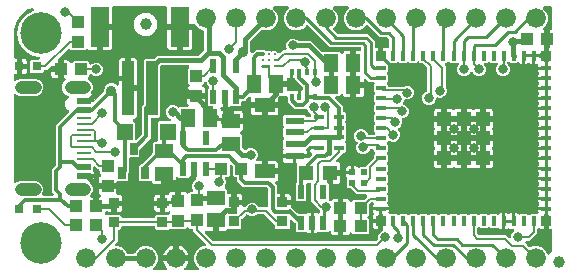
<source format=gbr>
G04 EAGLE Gerber RS-274X export*
G75*
%MOMM*%
%FSLAX34Y34*%
%LPD*%
%INTop Copper*%
%IPPOS*%
%AMOC8*
5,1,8,0,0,1.08239X$1,22.5*%
G01*
%ADD10R,1.500000X1.240000*%
%ADD11C,1.000000*%
%ADD12C,3.516000*%
%ADD13R,0.550000X1.200000*%
%ADD14R,1.400000X1.400000*%
%ADD15C,1.676400*%
%ADD16R,1.000000X4.600000*%
%ADD17R,1.600000X3.400000*%
%ADD18R,0.800000X0.800000*%
%ADD19R,1.075000X1.000000*%
%ADD20R,1.240000X1.500000*%
%ADD21R,0.900000X0.900000*%
%ADD22R,1.000000X1.075000*%
%ADD23R,0.635000X1.016000*%
%ADD24R,1.150000X0.575000*%
%ADD25R,1.150000X0.275000*%
%ADD26C,1.108000*%
%ADD27R,0.406400X0.812800*%
%ADD28R,0.812800X0.406400*%
%ADD29R,0.812800X0.812800*%
%ADD30R,1.193800X1.193800*%
%ADD31C,0.275000*%
%ADD32R,1.550000X0.600000*%
%ADD33R,1.800000X1.200000*%
%ADD34R,0.500000X0.500000*%
%ADD35R,0.350000X0.500000*%
%ADD36R,1.200000X1.300000*%
%ADD37R,0.900000X0.450000*%
%ADD38C,0.800100*%
%ADD39C,0.406400*%
%ADD40C,0.254000*%
%ADD41C,0.203200*%
%ADD42C,0.304800*%
%ADD43C,0.889000*%

G36*
X455169Y15928D02*
X455169Y15928D01*
X455226Y15930D01*
X455325Y15960D01*
X455426Y15981D01*
X455476Y16006D01*
X455530Y16022D01*
X455619Y16075D01*
X455711Y16120D01*
X455754Y16157D01*
X455803Y16186D01*
X455875Y16260D01*
X455953Y16327D01*
X455986Y16373D01*
X456025Y16413D01*
X456114Y16547D01*
X456511Y17233D01*
X457835Y17998D01*
X457919Y18062D01*
X458008Y18118D01*
X458045Y18157D01*
X458088Y18190D01*
X458154Y18273D01*
X458226Y18350D01*
X458252Y18397D01*
X458286Y18439D01*
X458329Y18536D01*
X458380Y18628D01*
X458393Y18680D01*
X458415Y18730D01*
X458433Y18834D01*
X458459Y18936D01*
X458464Y19022D01*
X458468Y19043D01*
X458467Y19059D01*
X458469Y19097D01*
X458469Y36426D01*
X458454Y36544D01*
X458447Y36663D01*
X458434Y36701D01*
X458429Y36742D01*
X458386Y36852D01*
X458349Y36965D01*
X458327Y37000D01*
X458312Y37037D01*
X458243Y37133D01*
X458179Y37234D01*
X458149Y37262D01*
X458126Y37295D01*
X458034Y37371D01*
X457947Y37452D01*
X457912Y37472D01*
X457881Y37497D01*
X457773Y37548D01*
X457669Y37606D01*
X457629Y37616D01*
X457593Y37633D01*
X457476Y37655D01*
X457361Y37685D01*
X457301Y37689D01*
X457281Y37693D01*
X457260Y37691D01*
X457200Y37695D01*
X455380Y37695D01*
X455380Y43538D01*
X455365Y43656D01*
X455358Y43775D01*
X455345Y43813D01*
X455340Y43853D01*
X455297Y43964D01*
X455260Y44077D01*
X455238Y44111D01*
X455223Y44149D01*
X455153Y44245D01*
X455120Y44297D01*
X455137Y44315D01*
X455157Y44350D01*
X455182Y44382D01*
X455233Y44489D01*
X455291Y44594D01*
X455301Y44633D01*
X455318Y44669D01*
X455340Y44786D01*
X455370Y44902D01*
X455374Y44962D01*
X455378Y44982D01*
X455376Y45002D01*
X455380Y45062D01*
X455380Y48958D01*
X455365Y49076D01*
X455358Y49195D01*
X455345Y49233D01*
X455340Y49274D01*
X455297Y49384D01*
X455260Y49497D01*
X455238Y49532D01*
X455223Y49569D01*
X455153Y49665D01*
X455090Y49766D01*
X455060Y49794D01*
X455037Y49827D01*
X454945Y49903D01*
X454858Y49984D01*
X454823Y50004D01*
X454792Y50029D01*
X454684Y50080D01*
X454618Y50116D01*
X454618Y54800D01*
X454618Y63300D01*
X454618Y71800D01*
X454618Y80300D01*
X454618Y88800D01*
X454618Y97300D01*
X454618Y105800D01*
X454618Y114300D01*
X454618Y122800D01*
X454618Y131300D01*
X454618Y139800D01*
X454618Y148300D01*
X454618Y156800D01*
X454618Y165300D01*
X454618Y173800D01*
X454618Y178483D01*
X454650Y178493D01*
X454685Y178515D01*
X454722Y178530D01*
X454818Y178599D01*
X454919Y178663D01*
X454947Y178693D01*
X454980Y178716D01*
X455055Y178808D01*
X455137Y178895D01*
X455157Y178930D01*
X455182Y178961D01*
X455233Y179069D01*
X455291Y179173D01*
X455301Y179213D01*
X455318Y179249D01*
X455340Y179366D01*
X455370Y179481D01*
X455374Y179541D01*
X455378Y179561D01*
X455376Y179582D01*
X455380Y179642D01*
X455380Y183538D01*
X455365Y183656D01*
X455358Y183775D01*
X455345Y183813D01*
X455340Y183853D01*
X455297Y183964D01*
X455260Y184077D01*
X455238Y184111D01*
X455223Y184149D01*
X455153Y184245D01*
X455120Y184297D01*
X455137Y184315D01*
X455157Y184350D01*
X455182Y184382D01*
X455233Y184489D01*
X455291Y184594D01*
X455301Y184633D01*
X455318Y184669D01*
X455340Y184786D01*
X455370Y184902D01*
X455374Y184962D01*
X455378Y184982D01*
X455376Y185002D01*
X455380Y185062D01*
X455380Y190905D01*
X455500Y190905D01*
X455618Y190920D01*
X455737Y190927D01*
X455775Y190940D01*
X455816Y190945D01*
X455926Y190988D01*
X456039Y191025D01*
X456074Y191047D01*
X456111Y191062D01*
X456207Y191131D01*
X456308Y191195D01*
X456336Y191225D01*
X456369Y191248D01*
X456445Y191340D01*
X456526Y191427D01*
X456546Y191462D01*
X456571Y191493D01*
X456622Y191601D01*
X456680Y191705D01*
X456690Y191745D01*
X456707Y191781D01*
X456729Y191898D01*
X456759Y192013D01*
X456763Y192073D01*
X456767Y192093D01*
X456765Y192114D01*
X456769Y192174D01*
X456769Y196890D01*
X456754Y197008D01*
X456747Y197127D01*
X456734Y197165D01*
X456729Y197205D01*
X456686Y197316D01*
X456649Y197429D01*
X456627Y197463D01*
X456612Y197501D01*
X456543Y197597D01*
X456479Y197698D01*
X456449Y197726D01*
X456426Y197758D01*
X456334Y197834D01*
X456247Y197916D01*
X456212Y197935D01*
X456181Y197961D01*
X456073Y198012D01*
X455969Y198069D01*
X455929Y198079D01*
X455893Y198097D01*
X455786Y198117D01*
X455816Y198121D01*
X455926Y198165D01*
X456039Y198201D01*
X456074Y198223D01*
X456111Y198238D01*
X456207Y198308D01*
X456308Y198371D01*
X456336Y198401D01*
X456369Y198425D01*
X456445Y198516D01*
X456526Y198603D01*
X456546Y198638D01*
X456571Y198670D01*
X456622Y198777D01*
X456680Y198882D01*
X456690Y198921D01*
X456707Y198957D01*
X456729Y199074D01*
X456759Y199190D01*
X456763Y199250D01*
X456767Y199270D01*
X456765Y199290D01*
X456769Y199350D01*
X456769Y205661D01*
X457200Y205661D01*
X457318Y205676D01*
X457437Y205683D01*
X457475Y205696D01*
X457516Y205701D01*
X457626Y205744D01*
X457739Y205781D01*
X457774Y205803D01*
X457811Y205818D01*
X457907Y205887D01*
X458008Y205951D01*
X458036Y205981D01*
X458069Y206004D01*
X458145Y206096D01*
X458226Y206183D01*
X458246Y206218D01*
X458271Y206249D01*
X458322Y206357D01*
X458380Y206461D01*
X458390Y206501D01*
X458407Y206537D01*
X458429Y206654D01*
X458459Y206769D01*
X458463Y206829D01*
X458467Y206849D01*
X458465Y206870D01*
X458469Y206930D01*
X458469Y224790D01*
X458454Y224908D01*
X458447Y225027D01*
X458434Y225065D01*
X458429Y225106D01*
X458386Y225216D01*
X458349Y225329D01*
X458327Y225364D01*
X458312Y225401D01*
X458243Y225497D01*
X458179Y225598D01*
X458149Y225626D01*
X458126Y225659D01*
X458034Y225735D01*
X457947Y225816D01*
X457912Y225836D01*
X457881Y225861D01*
X457773Y225912D01*
X457669Y225970D01*
X457629Y225980D01*
X457593Y225997D01*
X457476Y226019D01*
X457361Y226049D01*
X457301Y226053D01*
X457281Y226057D01*
X457260Y226055D01*
X457200Y226059D01*
X451774Y226059D01*
X451637Y226042D01*
X451498Y226029D01*
X451479Y226022D01*
X451459Y226019D01*
X451330Y225968D01*
X451199Y225921D01*
X451182Y225910D01*
X451163Y225902D01*
X451051Y225821D01*
X450936Y225743D01*
X450922Y225727D01*
X450906Y225716D01*
X450817Y225608D01*
X450725Y225504D01*
X450716Y225486D01*
X450703Y225471D01*
X450644Y225345D01*
X450581Y225221D01*
X450576Y225201D01*
X450568Y225183D01*
X450541Y225047D01*
X450511Y224911D01*
X450512Y224890D01*
X450508Y224871D01*
X450516Y224732D01*
X450521Y224593D01*
X450526Y224573D01*
X450527Y224553D01*
X450570Y224421D01*
X450609Y224287D01*
X450619Y224270D01*
X450626Y224251D01*
X450700Y224133D01*
X450771Y224013D01*
X450789Y223992D01*
X450796Y223982D01*
X450811Y223968D01*
X450877Y223893D01*
X453114Y221656D01*
X454661Y217921D01*
X454661Y213879D01*
X453114Y210144D01*
X450797Y207827D01*
X450712Y207718D01*
X450623Y207611D01*
X450614Y207592D01*
X450602Y207576D01*
X450547Y207448D01*
X450488Y207323D01*
X450484Y207303D01*
X450476Y207284D01*
X450454Y207146D01*
X450428Y207010D01*
X450429Y206990D01*
X450426Y206970D01*
X450439Y206831D01*
X450447Y206693D01*
X450454Y206674D01*
X450456Y206654D01*
X450503Y206522D01*
X450546Y206391D01*
X450556Y206373D01*
X450563Y206354D01*
X450641Y206239D01*
X450716Y206122D01*
X450730Y206108D01*
X450742Y206091D01*
X450846Y205999D01*
X450947Y205904D01*
X450965Y205894D01*
X450980Y205881D01*
X451104Y205817D01*
X451226Y205750D01*
X451245Y205745D01*
X451263Y205736D01*
X451399Y205706D01*
X451534Y205671D01*
X451562Y205669D01*
X451574Y205666D01*
X451594Y205667D01*
X451694Y205661D01*
X451771Y205661D01*
X451771Y199350D01*
X451786Y199232D01*
X451793Y199113D01*
X451805Y199075D01*
X451811Y199035D01*
X451854Y198924D01*
X451891Y198811D01*
X451913Y198777D01*
X451928Y198739D01*
X451997Y198643D01*
X452061Y198542D01*
X452091Y198514D01*
X452114Y198482D01*
X452206Y198406D01*
X452293Y198324D01*
X452328Y198305D01*
X452359Y198279D01*
X452467Y198228D01*
X452571Y198171D01*
X452611Y198161D01*
X452647Y198143D01*
X452754Y198123D01*
X452724Y198119D01*
X452614Y198075D01*
X452501Y198039D01*
X452466Y198017D01*
X452429Y198002D01*
X452332Y197932D01*
X452232Y197869D01*
X452204Y197839D01*
X452171Y197815D01*
X452095Y197724D01*
X452014Y197637D01*
X451994Y197602D01*
X451969Y197570D01*
X451918Y197463D01*
X451860Y197358D01*
X451850Y197319D01*
X451833Y197283D01*
X451811Y197166D01*
X451781Y197050D01*
X451777Y196990D01*
X451773Y196970D01*
X451775Y196950D01*
X451771Y196890D01*
X451771Y190280D01*
X451751Y190259D01*
X451718Y190236D01*
X451642Y190144D01*
X451561Y190057D01*
X451541Y190022D01*
X451516Y189991D01*
X451465Y189883D01*
X451407Y189779D01*
X451397Y189739D01*
X451380Y189703D01*
X451358Y189586D01*
X451328Y189471D01*
X451324Y189411D01*
X451320Y189391D01*
X451321Y189370D01*
X451318Y189310D01*
X451318Y186331D01*
X448691Y186331D01*
X448573Y186316D01*
X448454Y186309D01*
X448416Y186296D01*
X448375Y186291D01*
X448265Y186248D01*
X448152Y186211D01*
X448117Y186189D01*
X448080Y186174D01*
X447984Y186105D01*
X447883Y186041D01*
X447855Y186011D01*
X447822Y185988D01*
X447746Y185896D01*
X447665Y185809D01*
X447645Y185774D01*
X447620Y185743D01*
X447569Y185635D01*
X447533Y185569D01*
X442849Y185569D01*
X434349Y185569D01*
X434231Y185554D01*
X434112Y185547D01*
X434074Y185535D01*
X434034Y185530D01*
X433923Y185486D01*
X433810Y185449D01*
X433776Y185427D01*
X433738Y185413D01*
X433642Y185343D01*
X433541Y185279D01*
X433541Y185278D01*
X433513Y185249D01*
X433481Y185226D01*
X433481Y185225D01*
X433480Y185225D01*
X433404Y185133D01*
X433323Y185047D01*
X433303Y185011D01*
X433277Y184980D01*
X433227Y184873D01*
X433169Y184768D01*
X433159Y184729D01*
X433142Y184693D01*
X433120Y184576D01*
X433090Y184460D01*
X433086Y184400D01*
X433082Y184380D01*
X433083Y184360D01*
X433080Y184300D01*
X433080Y177695D01*
X431983Y177695D01*
X431336Y177868D01*
X430757Y178203D01*
X430458Y178502D01*
X430364Y178575D01*
X430274Y178654D01*
X430238Y178672D01*
X430206Y178697D01*
X430097Y178744D01*
X429991Y178799D01*
X429952Y178807D01*
X429915Y178823D01*
X429797Y178842D01*
X429681Y178868D01*
X429640Y178867D01*
X429600Y178873D01*
X429482Y178862D01*
X429363Y178859D01*
X429324Y178847D01*
X429284Y178844D01*
X429172Y178803D01*
X429057Y178770D01*
X429023Y178750D01*
X428985Y178736D01*
X428886Y178669D01*
X428783Y178609D01*
X428738Y178569D01*
X428721Y178557D01*
X428708Y178542D01*
X428663Y178502D01*
X428618Y178457D01*
X423080Y178457D01*
X422564Y178973D01*
X422455Y179058D01*
X422348Y179147D01*
X422329Y179156D01*
X422313Y179168D01*
X422185Y179223D01*
X422060Y179282D01*
X422040Y179286D01*
X422021Y179294D01*
X421883Y179316D01*
X421747Y179342D01*
X421727Y179341D01*
X421707Y179344D01*
X421568Y179331D01*
X421430Y179322D01*
X421411Y179316D01*
X421391Y179314D01*
X421260Y179267D01*
X421128Y179224D01*
X421110Y179214D01*
X421091Y179207D01*
X420977Y179129D01*
X420859Y179054D01*
X420845Y179039D01*
X420828Y179028D01*
X420736Y178924D01*
X420641Y178823D01*
X420631Y178805D01*
X420618Y178790D01*
X420555Y178666D01*
X420487Y178544D01*
X420482Y178525D01*
X420473Y178506D01*
X420443Y178371D01*
X420408Y178236D01*
X420406Y178208D01*
X420403Y178196D01*
X420404Y178176D01*
X420398Y178076D01*
X420398Y177581D01*
X420410Y177483D01*
X420413Y177384D01*
X420430Y177326D01*
X420438Y177266D01*
X420474Y177173D01*
X420502Y177078D01*
X420532Y177026D01*
X420555Y176970D01*
X420613Y176890D01*
X420663Y176804D01*
X420729Y176729D01*
X420741Y176713D01*
X420751Y176705D01*
X420769Y176684D01*
X421459Y175994D01*
X422339Y173870D01*
X422339Y171570D01*
X421459Y169446D01*
X419834Y167821D01*
X417710Y166941D01*
X415410Y166941D01*
X413286Y167821D01*
X411661Y169446D01*
X410781Y171570D01*
X410781Y173870D01*
X411661Y175994D01*
X411957Y176290D01*
X412043Y176400D01*
X412131Y176507D01*
X412140Y176526D01*
X412152Y176542D01*
X412208Y176670D01*
X412267Y176795D01*
X412271Y176815D01*
X412279Y176834D01*
X412301Y176972D01*
X412327Y177108D01*
X412325Y177128D01*
X412329Y177148D01*
X412316Y177287D01*
X412307Y177425D01*
X412301Y177444D01*
X412299Y177464D01*
X412252Y177595D01*
X412209Y177727D01*
X412198Y177745D01*
X412191Y177764D01*
X412113Y177878D01*
X412039Y177996D01*
X412024Y178010D01*
X412013Y178027D01*
X411909Y178119D01*
X411807Y178214D01*
X411789Y178224D01*
X411774Y178237D01*
X411650Y178301D01*
X411529Y178368D01*
X411509Y178373D01*
X411491Y178382D01*
X411355Y178412D01*
X411221Y178447D01*
X411193Y178449D01*
X411181Y178452D01*
X411160Y178451D01*
X411060Y178457D01*
X406080Y178457D01*
X405496Y179041D01*
X405403Y179114D01*
X405313Y179193D01*
X405277Y179211D01*
X405245Y179236D01*
X405136Y179283D01*
X405030Y179337D01*
X404991Y179346D01*
X404953Y179362D01*
X404836Y179381D01*
X404720Y179407D01*
X404679Y179406D01*
X404639Y179412D01*
X404521Y179401D01*
X404402Y179397D01*
X404363Y179386D01*
X404323Y179382D01*
X404211Y179342D01*
X404096Y179309D01*
X404061Y179288D01*
X404023Y179275D01*
X403925Y179208D01*
X403822Y179147D01*
X403777Y179108D01*
X403760Y179096D01*
X403747Y179081D01*
X403701Y179041D01*
X403118Y178457D01*
X401740Y178457D01*
X401602Y178440D01*
X401464Y178427D01*
X401445Y178420D01*
X401424Y178417D01*
X401295Y178366D01*
X401164Y178319D01*
X401148Y178308D01*
X401129Y178300D01*
X401016Y178219D01*
X400901Y178141D01*
X400888Y178125D01*
X400871Y178114D01*
X400783Y178006D01*
X400691Y177902D01*
X400682Y177884D01*
X400669Y177869D01*
X400610Y177743D01*
X400546Y177619D01*
X400542Y177599D01*
X400533Y177581D01*
X400507Y177444D01*
X400477Y177309D01*
X400477Y177288D01*
X400473Y177269D01*
X400482Y177130D01*
X400486Y176991D01*
X400492Y176971D01*
X400493Y176951D01*
X400536Y176819D01*
X400575Y176685D01*
X400585Y176668D01*
X400591Y176649D01*
X400665Y176531D01*
X400736Y176411D01*
X400755Y176390D01*
X400761Y176380D01*
X400776Y176366D01*
X400843Y176290D01*
X401139Y175994D01*
X402019Y173870D01*
X402019Y171570D01*
X401139Y169446D01*
X399514Y167821D01*
X397390Y166941D01*
X395090Y166941D01*
X392966Y167821D01*
X391341Y169446D01*
X391063Y170117D01*
X390994Y170238D01*
X390929Y170361D01*
X390915Y170376D01*
X390905Y170394D01*
X390808Y170494D01*
X390715Y170596D01*
X390698Y170608D01*
X390684Y170622D01*
X390565Y170695D01*
X390449Y170771D01*
X390430Y170778D01*
X390413Y170788D01*
X390280Y170829D01*
X390148Y170874D01*
X390128Y170876D01*
X390109Y170882D01*
X389970Y170889D01*
X389831Y170900D01*
X389811Y170896D01*
X389791Y170897D01*
X389655Y170869D01*
X389518Y170845D01*
X389499Y170837D01*
X389480Y170833D01*
X389355Y170772D01*
X389228Y170715D01*
X389212Y170702D01*
X389194Y170693D01*
X389088Y170603D01*
X388980Y170516D01*
X388967Y170500D01*
X388952Y170487D01*
X388872Y170373D01*
X388788Y170262D01*
X388776Y170237D01*
X388769Y170227D01*
X388762Y170207D01*
X388717Y170117D01*
X388439Y169446D01*
X386814Y167821D01*
X384690Y166941D01*
X382390Y166941D01*
X380266Y167821D01*
X378641Y169446D01*
X377761Y171570D01*
X377761Y173870D01*
X378641Y175994D01*
X378937Y176290D01*
X379023Y176400D01*
X379111Y176507D01*
X379120Y176526D01*
X379132Y176542D01*
X379188Y176670D01*
X379247Y176795D01*
X379251Y176815D01*
X379259Y176834D01*
X379281Y176972D01*
X379307Y177108D01*
X379305Y177128D01*
X379309Y177148D01*
X379296Y177287D01*
X379287Y177425D01*
X379281Y177444D01*
X379279Y177464D01*
X379232Y177595D01*
X379189Y177727D01*
X379178Y177745D01*
X379171Y177764D01*
X379093Y177878D01*
X379019Y177996D01*
X379004Y178010D01*
X378993Y178027D01*
X378889Y178119D01*
X378787Y178214D01*
X378769Y178224D01*
X378754Y178237D01*
X378630Y178301D01*
X378509Y178368D01*
X378489Y178373D01*
X378471Y178382D01*
X378335Y178412D01*
X378201Y178447D01*
X378173Y178449D01*
X378161Y178452D01*
X378140Y178451D01*
X378040Y178457D01*
X372080Y178457D01*
X371496Y179041D01*
X371403Y179114D01*
X371313Y179193D01*
X371277Y179211D01*
X371245Y179236D01*
X371136Y179283D01*
X371030Y179337D01*
X370991Y179346D01*
X370953Y179362D01*
X370836Y179381D01*
X370720Y179407D01*
X370679Y179406D01*
X370639Y179412D01*
X370521Y179401D01*
X370402Y179397D01*
X370363Y179386D01*
X370323Y179382D01*
X370211Y179342D01*
X370096Y179309D01*
X370061Y179288D01*
X370023Y179275D01*
X369925Y179208D01*
X369822Y179147D01*
X369777Y179108D01*
X369760Y179096D01*
X369747Y179081D01*
X369701Y179041D01*
X369118Y178457D01*
X368528Y178457D01*
X368390Y178440D01*
X368251Y178427D01*
X368232Y178420D01*
X368212Y178417D01*
X368083Y178366D01*
X367952Y178319D01*
X367935Y178308D01*
X367916Y178300D01*
X367804Y178219D01*
X367689Y178141D01*
X367675Y178125D01*
X367659Y178114D01*
X367570Y178006D01*
X367478Y177902D01*
X367469Y177884D01*
X367456Y177869D01*
X367397Y177743D01*
X367334Y177619D01*
X367329Y177599D01*
X367321Y177581D01*
X367294Y177444D01*
X367264Y177309D01*
X367265Y177288D01*
X367261Y177269D01*
X367269Y177130D01*
X367274Y176991D01*
X367279Y176971D01*
X367281Y176951D01*
X367323Y176819D01*
X367362Y176685D01*
X367372Y176668D01*
X367379Y176649D01*
X367453Y176531D01*
X367524Y176411D01*
X367542Y176390D01*
X367549Y176380D01*
X367564Y176366D01*
X367630Y176291D01*
X368518Y175403D01*
X368518Y157261D01*
X368519Y157252D01*
X368518Y157243D01*
X368539Y157094D01*
X368558Y156946D01*
X368561Y156937D01*
X368562Y156928D01*
X368614Y156775D01*
X368999Y155846D01*
X368999Y153547D01*
X368119Y151423D01*
X366494Y149797D01*
X364370Y148917D01*
X362070Y148917D01*
X361873Y148999D01*
X361825Y149012D01*
X361780Y149034D01*
X361672Y149054D01*
X361566Y149083D01*
X361516Y149084D01*
X361467Y149093D01*
X361358Y149086D01*
X361248Y149088D01*
X361200Y149077D01*
X361150Y149074D01*
X361046Y149040D01*
X360939Y149014D01*
X360895Y148991D01*
X360848Y148976D01*
X360755Y148917D01*
X360658Y148865D01*
X360621Y148832D01*
X360579Y148805D01*
X360504Y148725D01*
X360422Y148651D01*
X360395Y148610D01*
X360361Y148574D01*
X360308Y148477D01*
X360248Y148386D01*
X360231Y148339D01*
X360207Y148295D01*
X360180Y148189D01*
X360144Y148085D01*
X360140Y148035D01*
X360128Y147987D01*
X360118Y147827D01*
X360118Y147534D01*
X359238Y145410D01*
X357612Y143784D01*
X355488Y142904D01*
X353189Y142904D01*
X351065Y143784D01*
X349439Y145410D01*
X348559Y147534D01*
X348559Y149833D01*
X349439Y151957D01*
X351065Y153583D01*
X351776Y153878D01*
X351802Y153892D01*
X351830Y153901D01*
X351940Y153971D01*
X352052Y154035D01*
X352074Y154056D01*
X352099Y154071D01*
X352188Y154166D01*
X352281Y154256D01*
X352296Y154282D01*
X352317Y154303D01*
X352379Y154417D01*
X352447Y154528D01*
X352456Y154556D01*
X352470Y154582D01*
X352503Y154707D01*
X352541Y154831D01*
X352542Y154861D01*
X352550Y154890D01*
X352560Y155050D01*
X352560Y173712D01*
X352547Y173810D01*
X352544Y173909D01*
X352528Y173967D01*
X352520Y174027D01*
X352483Y174120D01*
X352456Y174215D01*
X352425Y174267D01*
X352403Y174323D01*
X352345Y174403D01*
X352294Y174489D01*
X352228Y174564D01*
X352216Y174580D01*
X352207Y174588D01*
X352188Y174609D01*
X348712Y178086D01*
X348634Y178146D01*
X348562Y178214D01*
X348509Y178243D01*
X348461Y178280D01*
X348370Y178320D01*
X348283Y178368D01*
X348224Y178383D01*
X348169Y178407D01*
X348071Y178422D01*
X347975Y178447D01*
X347875Y178453D01*
X347855Y178457D01*
X347842Y178455D01*
X347814Y178457D01*
X346580Y178457D01*
X345996Y179041D01*
X345903Y179114D01*
X345813Y179193D01*
X345777Y179211D01*
X345745Y179236D01*
X345636Y179283D01*
X345530Y179337D01*
X345491Y179346D01*
X345453Y179362D01*
X345336Y179381D01*
X345220Y179407D01*
X345179Y179406D01*
X345139Y179412D01*
X345021Y179401D01*
X344902Y179397D01*
X344863Y179386D01*
X344823Y179382D01*
X344711Y179342D01*
X344596Y179309D01*
X344561Y179288D01*
X344523Y179275D01*
X344425Y179208D01*
X344322Y179147D01*
X344277Y179108D01*
X344260Y179096D01*
X344247Y179081D01*
X344201Y179041D01*
X343618Y178457D01*
X338080Y178457D01*
X337497Y179041D01*
X337403Y179114D01*
X337313Y179193D01*
X337277Y179211D01*
X337245Y179236D01*
X337136Y179283D01*
X337030Y179337D01*
X336991Y179346D01*
X336953Y179362D01*
X336836Y179381D01*
X336720Y179407D01*
X336679Y179406D01*
X336639Y179412D01*
X336521Y179401D01*
X336402Y179397D01*
X336363Y179386D01*
X336323Y179382D01*
X336210Y179342D01*
X336096Y179309D01*
X336062Y179288D01*
X336023Y179275D01*
X335925Y179208D01*
X335822Y179147D01*
X335777Y179108D01*
X335760Y179096D01*
X335747Y179081D01*
X335702Y179041D01*
X335118Y178457D01*
X329580Y178457D01*
X328996Y179041D01*
X328903Y179114D01*
X328813Y179193D01*
X328777Y179211D01*
X328745Y179236D01*
X328636Y179283D01*
X328530Y179337D01*
X328491Y179346D01*
X328453Y179362D01*
X328336Y179381D01*
X328220Y179407D01*
X328179Y179406D01*
X328139Y179412D01*
X328021Y179401D01*
X327902Y179397D01*
X327863Y179386D01*
X327823Y179382D01*
X327711Y179342D01*
X327596Y179309D01*
X327561Y179288D01*
X327523Y179275D01*
X327425Y179208D01*
X327322Y179147D01*
X327277Y179108D01*
X327260Y179096D01*
X327247Y179081D01*
X327201Y179041D01*
X326618Y178457D01*
X321080Y178457D01*
X321051Y178486D01*
X320957Y178559D01*
X320868Y178638D01*
X320832Y178656D01*
X320800Y178681D01*
X320691Y178728D01*
X320585Y178783D01*
X320545Y178791D01*
X320508Y178807D01*
X320391Y178826D01*
X320274Y178852D01*
X320234Y178851D01*
X320194Y178857D01*
X320075Y178846D01*
X319957Y178843D01*
X319918Y178831D01*
X319877Y178828D01*
X319765Y178787D01*
X319651Y178754D01*
X319616Y178734D01*
X319578Y178720D01*
X319480Y178653D01*
X319377Y178593D01*
X319332Y178553D01*
X319315Y178541D01*
X319302Y178526D01*
X319256Y178486D01*
X319163Y178393D01*
X319090Y178299D01*
X319011Y178209D01*
X318993Y178173D01*
X318968Y178141D01*
X318921Y178032D01*
X318866Y177926D01*
X318858Y177887D01*
X318842Y177850D01*
X318823Y177732D01*
X318797Y177616D01*
X318798Y177576D01*
X318792Y177535D01*
X318803Y177417D01*
X318806Y177298D01*
X318818Y177259D01*
X318821Y177219D01*
X318862Y177107D01*
X318895Y176992D01*
X318915Y176958D01*
X318929Y176920D01*
X318996Y176821D01*
X319056Y176719D01*
X319096Y176673D01*
X319108Y176656D01*
X319123Y176643D01*
X319163Y176598D01*
X319192Y176569D01*
X319192Y171031D01*
X318608Y170448D01*
X318535Y170354D01*
X318456Y170264D01*
X318438Y170228D01*
X318413Y170196D01*
X318366Y170087D01*
X318312Y169981D01*
X318303Y169942D01*
X318287Y169904D01*
X318268Y169787D01*
X318242Y169671D01*
X318243Y169630D01*
X318237Y169590D01*
X318248Y169472D01*
X318252Y169353D01*
X318263Y169314D01*
X318267Y169274D01*
X318307Y169161D01*
X318340Y169047D01*
X318361Y169013D01*
X318374Y168974D01*
X318441Y168876D01*
X318502Y168773D01*
X318541Y168728D01*
X318553Y168711D01*
X318568Y168698D01*
X318608Y168653D01*
X319192Y168069D01*
X319192Y162531D01*
X318608Y161948D01*
X318535Y161854D01*
X318456Y161764D01*
X318438Y161728D01*
X318413Y161696D01*
X318366Y161587D01*
X318312Y161481D01*
X318303Y161442D01*
X318287Y161404D01*
X318268Y161287D01*
X318242Y161171D01*
X318243Y161130D01*
X318237Y161090D01*
X318248Y160972D01*
X318252Y160853D01*
X318263Y160814D01*
X318267Y160774D01*
X318307Y160661D01*
X318340Y160547D01*
X318361Y160513D01*
X318374Y160474D01*
X318441Y160376D01*
X318502Y160273D01*
X318541Y160228D01*
X318553Y160211D01*
X318568Y160198D01*
X318608Y160153D01*
X319192Y159569D01*
X319192Y159213D01*
X319207Y159095D01*
X319214Y158976D01*
X319227Y158938D01*
X319232Y158897D01*
X319275Y158787D01*
X319312Y158674D01*
X319334Y158639D01*
X319349Y158602D01*
X319418Y158506D01*
X319482Y158405D01*
X319512Y158377D01*
X319535Y158344D01*
X319627Y158268D01*
X319714Y158187D01*
X319749Y158167D01*
X319780Y158142D01*
X319888Y158091D01*
X319992Y158033D01*
X320032Y158023D01*
X320068Y158006D01*
X320185Y157984D01*
X320300Y157954D01*
X320360Y157950D01*
X320380Y157946D01*
X320401Y157948D01*
X320461Y157944D01*
X332246Y157944D01*
X332256Y157945D01*
X332265Y157944D01*
X332414Y157965D01*
X332562Y157984D01*
X332571Y157987D01*
X332580Y157988D01*
X332732Y158040D01*
X334723Y158865D01*
X337023Y158865D01*
X339147Y157985D01*
X340772Y156360D01*
X341652Y154236D01*
X341652Y151936D01*
X340772Y149812D01*
X339147Y148187D01*
X337023Y147307D01*
X334723Y147307D01*
X334606Y147356D01*
X334558Y147369D01*
X334513Y147390D01*
X334405Y147410D01*
X334299Y147440D01*
X334249Y147440D01*
X334200Y147450D01*
X334091Y147443D01*
X333981Y147445D01*
X333933Y147433D01*
X333883Y147430D01*
X333779Y147396D01*
X333672Y147370D01*
X333628Y147347D01*
X333581Y147332D01*
X333488Y147273D01*
X333391Y147222D01*
X333354Y147188D01*
X333312Y147162D01*
X333237Y147082D01*
X333155Y147008D01*
X333128Y146966D01*
X333094Y146930D01*
X333041Y146834D01*
X332981Y146742D01*
X332964Y146695D01*
X332940Y146652D01*
X332913Y146545D01*
X332877Y146441D01*
X332873Y146392D01*
X332861Y146344D01*
X332853Y146223D01*
X332144Y144510D01*
X332112Y144395D01*
X332074Y144283D01*
X332070Y144242D01*
X332060Y144203D01*
X332058Y144085D01*
X332048Y143966D01*
X332055Y143926D01*
X332055Y143885D01*
X332082Y143770D01*
X332103Y143652D01*
X332119Y143615D01*
X332129Y143576D01*
X332185Y143471D01*
X332233Y143362D01*
X332259Y143331D01*
X332278Y143295D01*
X332358Y143207D01*
X332432Y143114D01*
X332464Y143090D01*
X332492Y143060D01*
X332591Y142994D01*
X332686Y142923D01*
X332740Y142896D01*
X332757Y142885D01*
X332777Y142878D01*
X332831Y142852D01*
X334744Y142059D01*
X336369Y140434D01*
X337249Y138310D01*
X337249Y136010D01*
X336369Y133886D01*
X334744Y132261D01*
X332620Y131381D01*
X332280Y131381D01*
X332231Y131375D01*
X332181Y131377D01*
X332074Y131355D01*
X331965Y131341D01*
X331919Y131323D01*
X331870Y131313D01*
X331771Y131264D01*
X331669Y131224D01*
X331629Y131195D01*
X331584Y131173D01*
X331501Y131102D01*
X331412Y131037D01*
X331380Y130999D01*
X331342Y130966D01*
X331279Y130877D01*
X331209Y130792D01*
X331188Y130747D01*
X331159Y130706D01*
X331120Y130604D01*
X331074Y130504D01*
X331064Y130456D01*
X331047Y130409D01*
X331034Y130300D01*
X331014Y130192D01*
X331017Y130142D01*
X331011Y130093D01*
X331027Y129984D01*
X331033Y129875D01*
X331049Y129827D01*
X331056Y129778D01*
X331108Y129626D01*
X331193Y129420D01*
X331193Y127120D01*
X330313Y124996D01*
X328688Y123371D01*
X328627Y123346D01*
X328584Y123321D01*
X328537Y123304D01*
X328447Y123243D01*
X328351Y123188D01*
X328315Y123153D01*
X328274Y123126D01*
X328202Y123043D01*
X328123Y122967D01*
X328097Y122924D01*
X328064Y122887D01*
X328014Y122789D01*
X327956Y122696D01*
X327942Y122648D01*
X327919Y122604D01*
X327895Y122497D01*
X327863Y122392D01*
X327860Y122342D01*
X327850Y122294D01*
X327853Y122184D01*
X327848Y122074D01*
X327858Y122025D01*
X327859Y121976D01*
X327890Y121870D01*
X327912Y121763D01*
X327934Y121718D01*
X327948Y121670D01*
X328003Y121576D01*
X328052Y121477D01*
X328084Y121439D01*
X328109Y121396D01*
X328216Y121275D01*
X328789Y120702D01*
X329669Y118578D01*
X329669Y116278D01*
X328789Y114154D01*
X327164Y112529D01*
X325040Y111649D01*
X322740Y111649D01*
X320947Y112392D01*
X320899Y112405D01*
X320854Y112426D01*
X320746Y112447D01*
X320640Y112476D01*
X320590Y112476D01*
X320541Y112486D01*
X320432Y112479D01*
X320322Y112481D01*
X320274Y112469D01*
X320224Y112466D01*
X320120Y112432D01*
X320013Y112407D01*
X319969Y112383D01*
X319922Y112368D01*
X319829Y112309D01*
X319732Y112258D01*
X319695Y112224D01*
X319653Y112198D01*
X319578Y112118D01*
X319496Y112044D01*
X319469Y112002D01*
X319435Y111966D01*
X319382Y111870D01*
X319322Y111778D01*
X319305Y111731D01*
X319281Y111688D01*
X319258Y111598D01*
X318608Y110948D01*
X318535Y110854D01*
X318456Y110764D01*
X318438Y110728D01*
X318413Y110696D01*
X318366Y110587D01*
X318312Y110481D01*
X318303Y110442D01*
X318287Y110404D01*
X318268Y110287D01*
X318242Y110171D01*
X318243Y110130D01*
X318237Y110090D01*
X318248Y109972D01*
X318252Y109853D01*
X318263Y109814D01*
X318267Y109774D01*
X318307Y109661D01*
X318340Y109547D01*
X318361Y109513D01*
X318374Y109474D01*
X318441Y109376D01*
X318502Y109273D01*
X318541Y109228D01*
X318553Y109211D01*
X318568Y109198D01*
X318608Y109153D01*
X319192Y108569D01*
X319192Y103031D01*
X318608Y102448D01*
X318535Y102354D01*
X318456Y102264D01*
X318438Y102228D01*
X318413Y102196D01*
X318366Y102087D01*
X318312Y101981D01*
X318303Y101942D01*
X318287Y101904D01*
X318268Y101787D01*
X318242Y101671D01*
X318243Y101630D01*
X318237Y101590D01*
X318248Y101472D01*
X318252Y101353D01*
X318263Y101314D01*
X318267Y101274D01*
X318307Y101161D01*
X318340Y101047D01*
X318361Y101013D01*
X318374Y100974D01*
X318441Y100876D01*
X318502Y100773D01*
X318530Y100741D01*
X318535Y100734D01*
X318542Y100727D01*
X318553Y100711D01*
X318568Y100698D01*
X318608Y100653D01*
X319192Y100069D01*
X319192Y94531D01*
X318608Y93948D01*
X318535Y93854D01*
X318456Y93764D01*
X318438Y93728D01*
X318413Y93696D01*
X318366Y93587D01*
X318312Y93481D01*
X318303Y93442D01*
X318287Y93404D01*
X318268Y93287D01*
X318242Y93171D01*
X318243Y93130D01*
X318237Y93090D01*
X318248Y92972D01*
X318252Y92853D01*
X318263Y92814D01*
X318267Y92774D01*
X318307Y92661D01*
X318340Y92547D01*
X318361Y92513D01*
X318374Y92474D01*
X318441Y92376D01*
X318502Y92273D01*
X318541Y92228D01*
X318553Y92211D01*
X318568Y92198D01*
X318608Y92153D01*
X319192Y91569D01*
X319192Y86031D01*
X318608Y85448D01*
X318535Y85354D01*
X318456Y85264D01*
X318438Y85228D01*
X318413Y85196D01*
X318366Y85087D01*
X318312Y84981D01*
X318303Y84942D01*
X318287Y84904D01*
X318268Y84787D01*
X318242Y84671D01*
X318243Y84630D01*
X318237Y84590D01*
X318248Y84472D01*
X318252Y84353D01*
X318263Y84314D01*
X318267Y84274D01*
X318307Y84161D01*
X318340Y84047D01*
X318361Y84013D01*
X318374Y83974D01*
X318441Y83876D01*
X318502Y83773D01*
X318541Y83728D01*
X318553Y83711D01*
X318568Y83698D01*
X318608Y83653D01*
X319192Y83069D01*
X319192Y77531D01*
X318608Y76948D01*
X318535Y76854D01*
X318456Y76764D01*
X318438Y76728D01*
X318413Y76696D01*
X318366Y76587D01*
X318312Y76481D01*
X318303Y76442D01*
X318287Y76404D01*
X318268Y76287D01*
X318242Y76171D01*
X318243Y76130D01*
X318237Y76090D01*
X318248Y75972D01*
X318252Y75853D01*
X318263Y75814D01*
X318267Y75774D01*
X318307Y75661D01*
X318340Y75547D01*
X318361Y75513D01*
X318374Y75474D01*
X318441Y75376D01*
X318502Y75273D01*
X318541Y75228D01*
X318553Y75211D01*
X318568Y75198D01*
X318608Y75153D01*
X319192Y74569D01*
X319192Y69031D01*
X318608Y68448D01*
X318535Y68354D01*
X318456Y68264D01*
X318438Y68228D01*
X318413Y68196D01*
X318366Y68087D01*
X318312Y67981D01*
X318303Y67942D01*
X318287Y67904D01*
X318268Y67787D01*
X318242Y67671D01*
X318243Y67630D01*
X318237Y67590D01*
X318248Y67472D01*
X318252Y67353D01*
X318263Y67314D01*
X318267Y67274D01*
X318307Y67161D01*
X318340Y67047D01*
X318361Y67013D01*
X318374Y66974D01*
X318441Y66876D01*
X318502Y66773D01*
X318541Y66728D01*
X318553Y66711D01*
X318568Y66698D01*
X318608Y66653D01*
X319192Y66069D01*
X319192Y60531D01*
X319147Y60486D01*
X319074Y60392D01*
X318995Y60303D01*
X318977Y60267D01*
X318952Y60235D01*
X318905Y60126D01*
X318850Y60020D01*
X318842Y59980D01*
X318826Y59943D01*
X318807Y59826D01*
X318781Y59709D01*
X318782Y59669D01*
X318776Y59629D01*
X318787Y59511D01*
X318790Y59392D01*
X318802Y59353D01*
X318805Y59313D01*
X318846Y59200D01*
X318879Y59086D01*
X318899Y59051D01*
X318913Y59013D01*
X318980Y58915D01*
X319040Y58812D01*
X319080Y58767D01*
X319092Y58750D01*
X319107Y58737D01*
X319147Y58691D01*
X319446Y58392D01*
X319781Y57813D01*
X319954Y57166D01*
X319954Y56069D01*
X313349Y56069D01*
X306744Y56069D01*
X306744Y57166D01*
X306917Y57813D01*
X307226Y58347D01*
X307278Y58470D01*
X307334Y58589D01*
X307339Y58616D01*
X307349Y58641D01*
X307369Y58772D01*
X307394Y58902D01*
X307392Y58928D01*
X307396Y58955D01*
X307382Y59087D01*
X307374Y59219D01*
X307366Y59245D01*
X307363Y59271D01*
X307317Y59396D01*
X307276Y59521D01*
X307261Y59544D01*
X307252Y59570D01*
X307176Y59679D01*
X307106Y59790D01*
X307086Y59809D01*
X307071Y59831D01*
X306970Y59917D01*
X306874Y60008D01*
X306850Y60021D01*
X306830Y60039D01*
X306711Y60098D01*
X306596Y60162D01*
X306570Y60168D01*
X306545Y60180D01*
X306415Y60208D01*
X306288Y60241D01*
X306250Y60243D01*
X306234Y60247D01*
X306212Y60246D01*
X306127Y60251D01*
X305999Y60251D01*
X305900Y60239D01*
X305801Y60236D01*
X305743Y60219D01*
X305683Y60211D01*
X305591Y60175D01*
X305496Y60147D01*
X305444Y60117D01*
X305387Y60094D01*
X305307Y60036D01*
X305222Y59986D01*
X305147Y59920D01*
X305130Y59908D01*
X305122Y59898D01*
X305101Y59880D01*
X303680Y58459D01*
X303620Y58381D01*
X303552Y58309D01*
X303523Y58256D01*
X303486Y58208D01*
X303446Y58117D01*
X303398Y58030D01*
X303383Y57971D01*
X303359Y57916D01*
X303344Y57818D01*
X303319Y57722D01*
X303313Y57622D01*
X303309Y57602D01*
X303311Y57589D01*
X303309Y57561D01*
X303309Y49508D01*
X302323Y48523D01*
X302250Y48428D01*
X302171Y48339D01*
X302153Y48303D01*
X302128Y48271D01*
X302081Y48162D01*
X302027Y48056D01*
X302018Y48017D01*
X302002Y47979D01*
X301983Y47862D01*
X301957Y47746D01*
X301958Y47705D01*
X301952Y47665D01*
X301963Y47547D01*
X301967Y47428D01*
X301978Y47389D01*
X301982Y47349D01*
X302022Y47236D01*
X302055Y47122D01*
X302076Y47088D01*
X302089Y47049D01*
X302156Y46951D01*
X302217Y46848D01*
X302256Y46803D01*
X302268Y46786D01*
X302283Y46773D01*
X302323Y46728D01*
X303309Y45742D01*
X303309Y34268D01*
X302267Y33226D01*
X290043Y33226D01*
X288927Y34343D01*
X288827Y34420D01*
X288732Y34502D01*
X288702Y34517D01*
X288675Y34538D01*
X288560Y34588D01*
X288447Y34644D01*
X288414Y34651D01*
X288383Y34664D01*
X288259Y34684D01*
X288136Y34710D01*
X288103Y34709D01*
X288069Y34714D01*
X287944Y34702D01*
X287819Y34697D01*
X287786Y34687D01*
X287753Y34684D01*
X287634Y34642D01*
X287514Y34606D01*
X287485Y34588D01*
X287453Y34577D01*
X287349Y34506D01*
X287242Y34441D01*
X287218Y34417D01*
X287190Y34398D01*
X287107Y34304D01*
X287019Y34214D01*
X286992Y34173D01*
X286980Y34160D01*
X286970Y34140D01*
X286930Y34080D01*
X286563Y33445D01*
X286090Y32972D01*
X285511Y32637D01*
X284864Y32464D01*
X281654Y32464D01*
X281654Y38775D01*
X281639Y38893D01*
X281632Y39012D01*
X281619Y39050D01*
X281614Y39090D01*
X281571Y39201D01*
X281534Y39314D01*
X281512Y39348D01*
X281497Y39386D01*
X281428Y39482D01*
X281364Y39583D01*
X281334Y39611D01*
X281311Y39643D01*
X281219Y39719D01*
X281132Y39801D01*
X281097Y39820D01*
X281066Y39846D01*
X280958Y39897D01*
X280854Y39954D01*
X280814Y39964D01*
X280778Y39982D01*
X280671Y40002D01*
X280701Y40006D01*
X280811Y40050D01*
X280924Y40086D01*
X280959Y40108D01*
X280996Y40123D01*
X281092Y40193D01*
X281193Y40256D01*
X281221Y40286D01*
X281254Y40310D01*
X281330Y40401D01*
X281411Y40488D01*
X281431Y40523D01*
X281456Y40555D01*
X281507Y40662D01*
X281565Y40767D01*
X281575Y40806D01*
X281592Y40842D01*
X281614Y40959D01*
X281644Y41075D01*
X281648Y41135D01*
X281652Y41155D01*
X281650Y41175D01*
X281654Y41235D01*
X281654Y54015D01*
X281639Y54133D01*
X281632Y54252D01*
X281619Y54290D01*
X281614Y54330D01*
X281571Y54441D01*
X281534Y54554D01*
X281512Y54588D01*
X281497Y54626D01*
X281428Y54722D01*
X281364Y54823D01*
X281334Y54851D01*
X281311Y54883D01*
X281219Y54959D01*
X281132Y55041D01*
X281097Y55060D01*
X281066Y55086D01*
X280958Y55137D01*
X280854Y55194D01*
X280814Y55204D01*
X280778Y55222D01*
X280671Y55242D01*
X280701Y55246D01*
X280811Y55290D01*
X280924Y55326D01*
X280959Y55348D01*
X280996Y55363D01*
X281092Y55433D01*
X281193Y55496D01*
X281221Y55526D01*
X281254Y55550D01*
X281330Y55641D01*
X281411Y55728D01*
X281431Y55763D01*
X281456Y55795D01*
X281507Y55902D01*
X281565Y56007D01*
X281575Y56046D01*
X281592Y56082D01*
X281614Y56199D01*
X281644Y56315D01*
X281648Y56375D01*
X281652Y56395D01*
X281650Y56415D01*
X281654Y56475D01*
X281654Y62786D01*
X284864Y62786D01*
X285511Y62613D01*
X286090Y62278D01*
X286563Y61805D01*
X286930Y61170D01*
X287006Y61070D01*
X287076Y60966D01*
X287102Y60943D01*
X287122Y60917D01*
X287221Y60838D01*
X287315Y60755D01*
X287345Y60740D01*
X287371Y60719D01*
X287486Y60668D01*
X287598Y60611D01*
X287631Y60603D01*
X287662Y60590D01*
X287786Y60568D01*
X287908Y60541D01*
X287942Y60542D01*
X287975Y60536D01*
X288101Y60547D01*
X288226Y60551D01*
X288259Y60560D01*
X288292Y60563D01*
X288411Y60604D01*
X288532Y60639D01*
X288561Y60656D01*
X288593Y60667D01*
X288698Y60737D01*
X288806Y60801D01*
X288842Y60833D01*
X288858Y60843D01*
X288872Y60859D01*
X288927Y60907D01*
X290043Y62024D01*
X298096Y62024D01*
X298195Y62036D01*
X298294Y62039D01*
X298352Y62056D01*
X298412Y62064D01*
X298504Y62100D01*
X298599Y62128D01*
X298651Y62158D01*
X298708Y62181D01*
X298788Y62239D01*
X298873Y62289D01*
X298948Y62355D01*
X298965Y62367D01*
X298973Y62377D01*
X298994Y62395D01*
X300789Y64191D01*
X301278Y64679D01*
X301363Y64789D01*
X301452Y64896D01*
X301460Y64915D01*
X301473Y64931D01*
X301528Y65059D01*
X301587Y65184D01*
X301591Y65204D01*
X301599Y65223D01*
X301621Y65361D01*
X301647Y65497D01*
X301646Y65517D01*
X301649Y65537D01*
X301636Y65676D01*
X301627Y65814D01*
X301621Y65833D01*
X301619Y65853D01*
X301572Y65984D01*
X301529Y66116D01*
X301519Y66134D01*
X301512Y66153D01*
X301434Y66267D01*
X301359Y66385D01*
X301344Y66399D01*
X301333Y66416D01*
X301229Y66508D01*
X301128Y66603D01*
X301110Y66613D01*
X301095Y66626D01*
X300971Y66690D01*
X300849Y66757D01*
X300830Y66762D01*
X300811Y66771D01*
X300675Y66801D01*
X300541Y66836D01*
X300513Y66838D01*
X300501Y66841D01*
X300481Y66840D01*
X300380Y66846D01*
X292722Y66846D01*
X287439Y72130D01*
X287361Y72190D01*
X287289Y72258D01*
X287236Y72287D01*
X287188Y72324D01*
X287097Y72364D01*
X287010Y72412D01*
X286951Y72427D01*
X286896Y72451D01*
X286798Y72466D01*
X286702Y72491D01*
X286602Y72497D01*
X286582Y72501D01*
X286569Y72499D01*
X286541Y72501D01*
X285768Y72501D01*
X284726Y73543D01*
X284726Y80067D01*
X284748Y80095D01*
X284795Y80204D01*
X284850Y80310D01*
X284858Y80350D01*
X284874Y80387D01*
X284893Y80504D01*
X284919Y80621D01*
X284918Y80661D01*
X284924Y80701D01*
X284913Y80820D01*
X284910Y80939D01*
X284898Y80977D01*
X284895Y81018D01*
X284854Y81130D01*
X284821Y81244D01*
X284801Y81279D01*
X284787Y81317D01*
X284720Y81415D01*
X284660Y81518D01*
X284620Y81563D01*
X284608Y81580D01*
X284593Y81593D01*
X284553Y81639D01*
X284472Y81720D01*
X284137Y82299D01*
X283964Y82946D01*
X283964Y84511D01*
X289005Y84511D01*
X289123Y84526D01*
X289242Y84533D01*
X289280Y84545D01*
X289320Y84550D01*
X289431Y84594D01*
X289544Y84631D01*
X289578Y84653D01*
X289616Y84667D01*
X289712Y84737D01*
X289813Y84801D01*
X289841Y84831D01*
X289873Y84854D01*
X289874Y84855D01*
X289950Y84946D01*
X289973Y84972D01*
X290031Y85033D01*
X290051Y85069D01*
X290077Y85100D01*
X290127Y85207D01*
X290185Y85312D01*
X290195Y85351D01*
X290212Y85387D01*
X290234Y85504D01*
X290264Y85620D01*
X290268Y85680D01*
X290272Y85700D01*
X290271Y85720D01*
X290274Y85780D01*
X290274Y90821D01*
X291839Y90821D01*
X292486Y90648D01*
X293065Y90313D01*
X293646Y89732D01*
X293741Y89659D01*
X293830Y89580D01*
X293866Y89562D01*
X293898Y89537D01*
X294007Y89489D01*
X294113Y89435D01*
X294152Y89427D01*
X294189Y89411D01*
X294307Y89392D01*
X294423Y89366D01*
X294464Y89367D01*
X294504Y89361D01*
X294622Y89372D01*
X294741Y89375D01*
X294780Y89387D01*
X294820Y89390D01*
X294932Y89431D01*
X295047Y89464D01*
X295081Y89484D01*
X295119Y89498D01*
X295218Y89565D01*
X295321Y89625D01*
X295366Y89665D01*
X295383Y89677D01*
X295396Y89692D01*
X295441Y89732D01*
X295768Y90059D01*
X300141Y90059D01*
X300259Y90074D01*
X300378Y90081D01*
X300416Y90094D01*
X300457Y90099D01*
X300567Y90142D01*
X300680Y90179D01*
X300715Y90201D01*
X300752Y90216D01*
X300848Y90285D01*
X300949Y90349D01*
X300977Y90379D01*
X301010Y90402D01*
X301086Y90494D01*
X301167Y90581D01*
X301187Y90616D01*
X301212Y90647D01*
X301263Y90755D01*
X301321Y90859D01*
X301331Y90899D01*
X301348Y90935D01*
X301370Y91052D01*
X301400Y91167D01*
X301404Y91227D01*
X301408Y91247D01*
X301406Y91268D01*
X301410Y91328D01*
X301410Y91578D01*
X303568Y93735D01*
X307135Y97302D01*
X307195Y97380D01*
X307263Y97452D01*
X307292Y97505D01*
X307329Y97553D01*
X307369Y97644D01*
X307417Y97731D01*
X307432Y97789D01*
X307456Y97845D01*
X307471Y97943D01*
X307496Y98039D01*
X307502Y98139D01*
X307506Y98159D01*
X307504Y98172D01*
X307506Y98200D01*
X307506Y100069D01*
X308090Y100653D01*
X308163Y100747D01*
X308242Y100836D01*
X308253Y100858D01*
X308256Y100862D01*
X308262Y100874D01*
X308285Y100904D01*
X308332Y101013D01*
X308386Y101119D01*
X308395Y101158D01*
X308411Y101196D01*
X308430Y101313D01*
X308456Y101429D01*
X308455Y101470D01*
X308461Y101510D01*
X308450Y101628D01*
X308446Y101747D01*
X308435Y101786D01*
X308431Y101826D01*
X308391Y101938D01*
X308358Y102053D01*
X308337Y102088D01*
X308324Y102126D01*
X308257Y102224D01*
X308196Y102327D01*
X308157Y102372D01*
X308145Y102389D01*
X308130Y102402D01*
X308090Y102448D01*
X307506Y103031D01*
X307506Y104022D01*
X307491Y104140D01*
X307484Y104259D01*
X307471Y104297D01*
X307466Y104338D01*
X307423Y104448D01*
X307386Y104561D01*
X307364Y104596D01*
X307349Y104633D01*
X307280Y104729D01*
X307216Y104830D01*
X307186Y104858D01*
X307163Y104891D01*
X307071Y104967D01*
X306984Y105048D01*
X306949Y105068D01*
X306918Y105093D01*
X306810Y105144D01*
X306706Y105202D01*
X306666Y105212D01*
X306630Y105229D01*
X306513Y105251D01*
X306398Y105281D01*
X306338Y105285D01*
X306318Y105289D01*
X306297Y105287D01*
X306237Y105291D01*
X304978Y105291D01*
X304949Y105288D01*
X304920Y105290D01*
X304792Y105268D01*
X304663Y105251D01*
X304635Y105241D01*
X304606Y105236D01*
X304488Y105182D01*
X304367Y105134D01*
X304343Y105117D01*
X304316Y105105D01*
X304215Y105024D01*
X304110Y104948D01*
X304091Y104925D01*
X304068Y104906D01*
X303990Y104803D01*
X303907Y104703D01*
X303894Y104676D01*
X303877Y104652D01*
X303806Y104508D01*
X303349Y103406D01*
X301724Y101781D01*
X299600Y100901D01*
X297300Y100901D01*
X295176Y101781D01*
X293551Y103406D01*
X292671Y105530D01*
X292671Y107830D01*
X293640Y110170D01*
X293648Y110198D01*
X293661Y110225D01*
X293690Y110351D01*
X293724Y110477D01*
X293725Y110506D01*
X293731Y110535D01*
X293727Y110665D01*
X293729Y110794D01*
X293722Y110823D01*
X293721Y110853D01*
X293685Y110977D01*
X293655Y111104D01*
X293641Y111130D01*
X293633Y111158D01*
X293567Y111270D01*
X293506Y111385D01*
X293486Y111407D01*
X293471Y111432D01*
X293365Y111553D01*
X291646Y113272D01*
X290766Y115396D01*
X290766Y117696D01*
X291646Y119820D01*
X293271Y121445D01*
X295395Y122325D01*
X297695Y122325D01*
X299819Y121445D01*
X301444Y119820D01*
X302143Y118132D01*
X302158Y118107D01*
X302167Y118079D01*
X302237Y117969D01*
X302301Y117856D01*
X302321Y117835D01*
X302337Y117810D01*
X302432Y117721D01*
X302522Y117628D01*
X302547Y117612D01*
X302569Y117592D01*
X302682Y117529D01*
X302793Y117461D01*
X302822Y117453D01*
X302847Y117438D01*
X302973Y117406D01*
X303097Y117368D01*
X303127Y117366D01*
X303155Y117359D01*
X303316Y117349D01*
X307125Y117349D01*
X307263Y117366D01*
X307401Y117379D01*
X307420Y117386D01*
X307440Y117389D01*
X307569Y117440D01*
X307700Y117487D01*
X307717Y117498D01*
X307736Y117506D01*
X307848Y117587D01*
X307963Y117665D01*
X307977Y117681D01*
X307993Y117692D01*
X308082Y117800D01*
X308174Y117904D01*
X308183Y117922D01*
X308196Y117937D01*
X308255Y118063D01*
X308318Y118187D01*
X308323Y118207D01*
X308331Y118225D01*
X308358Y118362D01*
X308388Y118497D01*
X308387Y118518D01*
X308391Y118537D01*
X308383Y118676D01*
X308378Y118815D01*
X308373Y118835D01*
X308371Y118855D01*
X308329Y118987D01*
X308290Y119121D01*
X308280Y119138D01*
X308273Y119157D01*
X308199Y119275D01*
X308128Y119395D01*
X308110Y119416D01*
X308103Y119426D01*
X308088Y119440D01*
X308022Y119515D01*
X307506Y120031D01*
X307506Y125569D01*
X308090Y126153D01*
X308163Y126247D01*
X308242Y126336D01*
X308260Y126372D01*
X308285Y126404D01*
X308332Y126513D01*
X308386Y126619D01*
X308395Y126658D01*
X308411Y126696D01*
X308430Y126813D01*
X308456Y126929D01*
X308455Y126970D01*
X308461Y127010D01*
X308450Y127128D01*
X308446Y127247D01*
X308435Y127286D01*
X308431Y127326D01*
X308391Y127438D01*
X308358Y127553D01*
X308337Y127588D01*
X308324Y127626D01*
X308257Y127724D01*
X308196Y127827D01*
X308157Y127872D01*
X308145Y127889D01*
X308130Y127902D01*
X308090Y127948D01*
X307506Y128531D01*
X307506Y134069D01*
X308090Y134653D01*
X308163Y134747D01*
X308242Y134836D01*
X308260Y134872D01*
X308285Y134904D01*
X308332Y135013D01*
X308386Y135119D01*
X308395Y135158D01*
X308411Y135196D01*
X308430Y135313D01*
X308456Y135429D01*
X308455Y135470D01*
X308461Y135510D01*
X308450Y135628D01*
X308446Y135747D01*
X308435Y135786D01*
X308431Y135826D01*
X308391Y135938D01*
X308358Y136053D01*
X308337Y136088D01*
X308324Y136126D01*
X308257Y136224D01*
X308196Y136327D01*
X308157Y136372D01*
X308145Y136389D01*
X308130Y136402D01*
X308090Y136448D01*
X307506Y137031D01*
X307506Y142569D01*
X308090Y143152D01*
X308163Y143246D01*
X308242Y143336D01*
X308260Y143372D01*
X308285Y143404D01*
X308332Y143513D01*
X308386Y143619D01*
X308395Y143658D01*
X308411Y143696D01*
X308430Y143813D01*
X308456Y143929D01*
X308455Y143970D01*
X308461Y144010D01*
X308450Y144128D01*
X308446Y144247D01*
X308435Y144286D01*
X308431Y144326D01*
X308391Y144438D01*
X308358Y144553D01*
X308337Y144587D01*
X308324Y144626D01*
X308257Y144724D01*
X308196Y144827D01*
X308157Y144872D01*
X308145Y144889D01*
X308130Y144902D01*
X308090Y144947D01*
X307506Y145531D01*
X307506Y151069D01*
X308090Y151653D01*
X308163Y151747D01*
X308242Y151836D01*
X308260Y151872D01*
X308285Y151904D01*
X308332Y152013D01*
X308386Y152119D01*
X308395Y152158D01*
X308411Y152196D01*
X308430Y152313D01*
X308456Y152429D01*
X308455Y152470D01*
X308461Y152510D01*
X308450Y152628D01*
X308446Y152747D01*
X308435Y152786D01*
X308431Y152826D01*
X308391Y152938D01*
X308358Y153053D01*
X308337Y153088D01*
X308324Y153126D01*
X308257Y153224D01*
X308196Y153327D01*
X308157Y153372D01*
X308145Y153389D01*
X308130Y153402D01*
X308090Y153448D01*
X307506Y154031D01*
X307506Y159569D01*
X307768Y159830D01*
X307853Y159940D01*
X307942Y160047D01*
X307951Y160066D01*
X307963Y160082D01*
X308018Y160210D01*
X308077Y160335D01*
X308081Y160355D01*
X308089Y160374D01*
X308111Y160512D01*
X308137Y160648D01*
X308136Y160668D01*
X308139Y160688D01*
X308126Y160827D01*
X308117Y160965D01*
X308111Y160984D01*
X308109Y161004D01*
X308062Y161135D01*
X308019Y161267D01*
X308009Y161285D01*
X308002Y161304D01*
X307924Y161418D01*
X307849Y161536D01*
X307835Y161550D01*
X307823Y161567D01*
X307719Y161659D01*
X307618Y161754D01*
X307600Y161764D01*
X307585Y161777D01*
X307461Y161840D01*
X307339Y161908D01*
X307320Y161913D01*
X307302Y161922D01*
X307166Y161952D01*
X307031Y161987D01*
X307003Y161989D01*
X306991Y161992D01*
X306971Y161991D01*
X306871Y161997D01*
X303232Y161997D01*
X301077Y164152D01*
X300968Y164237D01*
X300861Y164326D01*
X300842Y164334D01*
X300826Y164347D01*
X300698Y164402D01*
X300573Y164461D01*
X300553Y164465D01*
X300534Y164473D01*
X300396Y164495D01*
X300260Y164521D01*
X300240Y164520D01*
X300220Y164523D01*
X300081Y164510D01*
X299943Y164501D01*
X299924Y164495D01*
X299904Y164493D01*
X299772Y164446D01*
X299641Y164403D01*
X299623Y164392D01*
X299604Y164385D01*
X299489Y164307D01*
X299372Y164233D01*
X299358Y164218D01*
X299341Y164207D01*
X299249Y164103D01*
X299154Y164001D01*
X299144Y163984D01*
X299131Y163968D01*
X299067Y163844D01*
X299000Y163723D01*
X298995Y163703D01*
X298986Y163685D01*
X298956Y163549D01*
X298921Y163415D01*
X298919Y163387D01*
X298916Y163375D01*
X298917Y163354D01*
X298911Y163254D01*
X298911Y161924D01*
X292709Y161924D01*
X292709Y177165D01*
X292694Y177283D01*
X292687Y177402D01*
X292674Y177440D01*
X292669Y177480D01*
X292625Y177591D01*
X292589Y177704D01*
X292567Y177739D01*
X292552Y177776D01*
X292482Y177872D01*
X292419Y177973D01*
X292389Y178001D01*
X292365Y178033D01*
X292274Y178109D01*
X292187Y178191D01*
X292152Y178210D01*
X292120Y178236D01*
X292013Y178287D01*
X291909Y178344D01*
X291869Y178355D01*
X291833Y178372D01*
X291716Y178394D01*
X291601Y178424D01*
X291540Y178428D01*
X291520Y178432D01*
X291500Y178430D01*
X291440Y178434D01*
X288900Y178434D01*
X288782Y178419D01*
X288663Y178412D01*
X288625Y178399D01*
X288585Y178394D01*
X288474Y178350D01*
X288361Y178314D01*
X288326Y178292D01*
X288289Y178277D01*
X288193Y178207D01*
X288092Y178144D01*
X288064Y178114D01*
X288031Y178090D01*
X287956Y177999D01*
X287874Y177912D01*
X287854Y177877D01*
X287829Y177845D01*
X287778Y177738D01*
X287720Y177634D01*
X287710Y177594D01*
X287693Y177558D01*
X287671Y177441D01*
X287641Y177326D01*
X287637Y177265D01*
X287633Y177245D01*
X287635Y177225D01*
X287631Y177165D01*
X287631Y160655D01*
X287646Y160537D01*
X287653Y160418D01*
X287666Y160380D01*
X287671Y160340D01*
X287714Y160229D01*
X287751Y160116D01*
X287773Y160081D01*
X287788Y160044D01*
X287858Y159948D01*
X287921Y159847D01*
X287951Y159819D01*
X287975Y159787D01*
X288066Y159711D01*
X288153Y159629D01*
X288188Y159610D01*
X288219Y159584D01*
X288327Y159533D01*
X288431Y159476D01*
X288471Y159465D01*
X288507Y159448D01*
X288624Y159426D01*
X288739Y159396D01*
X288800Y159392D01*
X288820Y159388D01*
X288840Y159390D01*
X288900Y159386D01*
X290171Y159386D01*
X290171Y159384D01*
X288900Y159384D01*
X288782Y159369D01*
X288663Y159362D01*
X288625Y159349D01*
X288585Y159344D01*
X288474Y159300D01*
X288361Y159264D01*
X288326Y159242D01*
X288289Y159227D01*
X288193Y159157D01*
X288092Y159094D01*
X288064Y159064D01*
X288031Y159040D01*
X287956Y158949D01*
X287874Y158862D01*
X287854Y158827D01*
X287829Y158795D01*
X287778Y158688D01*
X287720Y158584D01*
X287710Y158544D01*
X287693Y158508D01*
X287671Y158391D01*
X287641Y158276D01*
X287637Y158215D01*
X287633Y158195D01*
X287635Y158175D01*
X287631Y158115D01*
X287631Y149344D01*
X283636Y149344D01*
X282989Y149517D01*
X282410Y149852D01*
X281937Y150325D01*
X281603Y150904D01*
X281601Y150908D01*
X281551Y151031D01*
X281507Y151155D01*
X281491Y151178D01*
X281481Y151203D01*
X281402Y151309D01*
X281328Y151419D01*
X281308Y151436D01*
X281292Y151458D01*
X281189Y151542D01*
X281090Y151629D01*
X281066Y151641D01*
X281045Y151658D01*
X280924Y151713D01*
X280806Y151774D01*
X280780Y151780D01*
X280756Y151791D01*
X280625Y151814D01*
X280496Y151843D01*
X280469Y151843D01*
X280443Y151847D01*
X280311Y151838D01*
X280178Y151834D01*
X280152Y151826D01*
X280125Y151824D01*
X280000Y151782D01*
X279873Y151745D01*
X279850Y151732D01*
X279824Y151723D01*
X279713Y151651D01*
X279599Y151584D01*
X279570Y151558D01*
X279557Y151550D01*
X279542Y151534D01*
X279478Y151477D01*
X278107Y150106D01*
X275818Y150106D01*
X275680Y150089D01*
X275542Y150076D01*
X275522Y150069D01*
X275502Y150066D01*
X275373Y150015D01*
X275242Y149968D01*
X275225Y149957D01*
X275207Y149949D01*
X275094Y149868D01*
X274979Y149790D01*
X274966Y149774D01*
X274949Y149763D01*
X274861Y149655D01*
X274769Y149551D01*
X274759Y149533D01*
X274747Y149518D01*
X274687Y149392D01*
X274624Y149268D01*
X274620Y149248D01*
X274611Y149230D01*
X274585Y149094D01*
X274554Y148958D01*
X274555Y148937D01*
X274551Y148918D01*
X274560Y148779D01*
X274564Y148640D01*
X274570Y148620D01*
X274571Y148600D01*
X274614Y148468D01*
X274652Y148334D01*
X274663Y148317D01*
X274669Y148298D01*
X274744Y148180D01*
X274814Y148060D01*
X274833Y148039D01*
X274839Y148029D01*
X274854Y148015D01*
X274920Y147940D01*
X281297Y141563D01*
X281297Y137678D01*
X281312Y137560D01*
X281319Y137441D01*
X281332Y137403D01*
X281337Y137362D01*
X281380Y137252D01*
X281417Y137139D01*
X281439Y137104D01*
X281454Y137067D01*
X281523Y136971D01*
X281587Y136870D01*
X281617Y136842D01*
X281640Y136809D01*
X281732Y136733D01*
X281819Y136652D01*
X281854Y136632D01*
X281885Y136607D01*
X281993Y136556D01*
X282097Y136498D01*
X282137Y136488D01*
X282173Y136471D01*
X282290Y136449D01*
X282405Y136419D01*
X282465Y136415D01*
X282485Y136411D01*
X282506Y136413D01*
X282566Y136409D01*
X282977Y136409D01*
X284019Y135367D01*
X284019Y129393D01*
X283403Y128778D01*
X283330Y128684D01*
X283251Y128594D01*
X283233Y128558D01*
X283208Y128526D01*
X283161Y128417D01*
X283107Y128311D01*
X283098Y128272D01*
X283082Y128234D01*
X283063Y128117D01*
X283037Y128001D01*
X283038Y127960D01*
X283032Y127920D01*
X283043Y127802D01*
X283047Y127683D01*
X283058Y127644D01*
X283062Y127604D01*
X283102Y127491D01*
X283135Y127377D01*
X283156Y127343D01*
X283169Y127304D01*
X283236Y127206D01*
X283297Y127103D01*
X283336Y127058D01*
X283348Y127041D01*
X283363Y127028D01*
X283403Y126983D01*
X284019Y126367D01*
X284019Y120393D01*
X283903Y120278D01*
X283830Y120183D01*
X283751Y120094D01*
X283733Y120058D01*
X283708Y120026D01*
X283661Y119917D01*
X283607Y119811D01*
X283598Y119772D01*
X283582Y119734D01*
X283563Y119617D01*
X283537Y119501D01*
X283538Y119460D01*
X283532Y119420D01*
X283543Y119302D01*
X283547Y119183D01*
X283558Y119144D01*
X283562Y119104D01*
X283602Y118992D01*
X283635Y118877D01*
X283656Y118842D01*
X283669Y118804D01*
X283736Y118706D01*
X283797Y118603D01*
X283836Y118558D01*
X283848Y118541D01*
X283863Y118528D01*
X283903Y118483D01*
X284019Y118367D01*
X284019Y112393D01*
X283403Y111778D01*
X283330Y111684D01*
X283251Y111594D01*
X283233Y111558D01*
X283208Y111526D01*
X283161Y111417D01*
X283107Y111311D01*
X283098Y111272D01*
X283082Y111234D01*
X283063Y111117D01*
X283037Y111001D01*
X283038Y110960D01*
X283032Y110920D01*
X283043Y110802D01*
X283047Y110683D01*
X283058Y110644D01*
X283062Y110604D01*
X283102Y110491D01*
X283135Y110377D01*
X283156Y110343D01*
X283169Y110304D01*
X283236Y110206D01*
X283297Y110103D01*
X283336Y110058D01*
X283348Y110041D01*
X283363Y110028D01*
X283403Y109983D01*
X284019Y109367D01*
X284019Y103393D01*
X282977Y102351D01*
X282058Y102351D01*
X281940Y102336D01*
X281821Y102329D01*
X281783Y102316D01*
X281742Y102311D01*
X281632Y102268D01*
X281519Y102231D01*
X281484Y102209D01*
X281447Y102194D01*
X281351Y102125D01*
X281250Y102061D01*
X281222Y102031D01*
X281189Y102008D01*
X281113Y101916D01*
X281032Y101829D01*
X281012Y101794D01*
X280987Y101763D01*
X280936Y101655D01*
X280878Y101551D01*
X280868Y101511D01*
X280851Y101475D01*
X280829Y101358D01*
X280807Y101274D01*
X275830Y96297D01*
X275745Y96187D01*
X275656Y96081D01*
X275648Y96062D01*
X275635Y96046D01*
X275580Y95918D01*
X275521Y95793D01*
X275517Y95773D01*
X275509Y95754D01*
X275487Y95616D01*
X275461Y95480D01*
X275462Y95460D01*
X275459Y95440D01*
X275472Y95301D01*
X275481Y95163D01*
X275487Y95144D01*
X275489Y95124D01*
X275536Y94992D01*
X275579Y94861D01*
X275590Y94843D01*
X275597Y94824D01*
X275675Y94709D01*
X275749Y94592D01*
X275764Y94578D01*
X275775Y94561D01*
X275879Y94469D01*
X275981Y94374D01*
X275998Y94364D01*
X276014Y94351D01*
X276138Y94287D01*
X276259Y94220D01*
X276279Y94215D01*
X276297Y94206D01*
X276433Y94176D01*
X276567Y94141D01*
X276595Y94139D01*
X276607Y94136D01*
X276628Y94137D01*
X276728Y94131D01*
X276844Y94131D01*
X277491Y93958D01*
X278070Y93623D01*
X278543Y93150D01*
X278878Y92571D01*
X279051Y91924D01*
X279051Y87629D01*
X271780Y87629D01*
X271662Y87614D01*
X271543Y87607D01*
X271505Y87594D01*
X271465Y87589D01*
X271354Y87545D01*
X271241Y87509D01*
X271206Y87487D01*
X271169Y87472D01*
X271073Y87402D01*
X270972Y87339D01*
X270944Y87309D01*
X270912Y87285D01*
X270836Y87194D01*
X270754Y87107D01*
X270735Y87072D01*
X270709Y87040D01*
X270658Y86933D01*
X270601Y86829D01*
X270590Y86789D01*
X270573Y86753D01*
X270551Y86636D01*
X270521Y86521D01*
X270517Y86460D01*
X270513Y86440D01*
X270515Y86420D01*
X270511Y86360D01*
X270511Y85089D01*
X269240Y85089D01*
X269122Y85074D01*
X269003Y85067D01*
X268965Y85054D01*
X268925Y85049D01*
X268814Y85005D01*
X268701Y84969D01*
X268666Y84947D01*
X268629Y84932D01*
X268533Y84862D01*
X268432Y84799D01*
X268404Y84769D01*
X268371Y84745D01*
X268296Y84654D01*
X268214Y84567D01*
X268194Y84532D01*
X268169Y84500D01*
X268118Y84393D01*
X268060Y84289D01*
X268050Y84249D01*
X268033Y84213D01*
X268011Y84096D01*
X267981Y83981D01*
X267977Y83920D01*
X267973Y83900D01*
X267975Y83880D01*
X267971Y83820D01*
X267971Y77471D01*
X267983Y77373D01*
X267986Y77274D01*
X268003Y77216D01*
X268011Y77156D01*
X268047Y77064D01*
X268075Y76969D01*
X268105Y76917D01*
X268128Y76860D01*
X268186Y76780D01*
X268236Y76695D01*
X268303Y76619D01*
X268315Y76603D01*
X268324Y76595D01*
X268343Y76574D01*
X269299Y75618D01*
X269299Y62542D01*
X269302Y62513D01*
X269300Y62483D01*
X269322Y62355D01*
X269339Y62227D01*
X269349Y62199D01*
X269354Y62170D01*
X269408Y62052D01*
X269456Y61931D01*
X269473Y61907D01*
X269485Y61880D01*
X269566Y61779D01*
X269642Y61673D01*
X269665Y61655D01*
X269684Y61632D01*
X269787Y61554D01*
X269887Y61471D01*
X269914Y61458D01*
X269938Y61440D01*
X270082Y61369D01*
X270194Y61323D01*
X270229Y61313D01*
X270262Y61297D01*
X270382Y61272D01*
X270501Y61239D01*
X270537Y61239D01*
X270573Y61231D01*
X270696Y61236D01*
X270819Y61234D01*
X270854Y61242D01*
X270890Y61244D01*
X271008Y61279D01*
X271128Y61308D01*
X271160Y61325D01*
X271195Y61336D01*
X271300Y61399D01*
X271409Y61457D01*
X271436Y61481D01*
X271467Y61500D01*
X271554Y61588D01*
X271645Y61671D01*
X271665Y61701D01*
X271690Y61727D01*
X271732Y61790D01*
X272220Y62278D01*
X272799Y62613D01*
X273446Y62786D01*
X276656Y62786D01*
X276656Y56475D01*
X276671Y56357D01*
X276678Y56238D01*
X276690Y56200D01*
X276696Y56160D01*
X276739Y56049D01*
X276776Y55936D01*
X276798Y55902D01*
X276813Y55864D01*
X276882Y55768D01*
X276946Y55667D01*
X276976Y55639D01*
X276999Y55607D01*
X277091Y55531D01*
X277178Y55449D01*
X277213Y55430D01*
X277244Y55404D01*
X277352Y55353D01*
X277456Y55296D01*
X277496Y55286D01*
X277532Y55268D01*
X277639Y55248D01*
X277609Y55244D01*
X277499Y55200D01*
X277386Y55164D01*
X277351Y55142D01*
X277314Y55127D01*
X277217Y55057D01*
X277117Y54994D01*
X277089Y54964D01*
X277056Y54940D01*
X276980Y54849D01*
X276899Y54762D01*
X276879Y54727D01*
X276854Y54695D01*
X276803Y54588D01*
X276745Y54483D01*
X276735Y54444D01*
X276718Y54408D01*
X276696Y54291D01*
X276666Y54175D01*
X276662Y54115D01*
X276658Y54095D01*
X276660Y54075D01*
X276656Y54015D01*
X276656Y41235D01*
X276671Y41117D01*
X276678Y40998D01*
X276690Y40960D01*
X276696Y40920D01*
X276739Y40809D01*
X276776Y40696D01*
X276798Y40662D01*
X276813Y40624D01*
X276882Y40528D01*
X276946Y40427D01*
X276976Y40399D01*
X276999Y40367D01*
X277091Y40291D01*
X277178Y40209D01*
X277213Y40190D01*
X277244Y40164D01*
X277352Y40113D01*
X277456Y40056D01*
X277496Y40046D01*
X277532Y40028D01*
X277639Y40008D01*
X277609Y40004D01*
X277499Y39960D01*
X277386Y39924D01*
X277351Y39902D01*
X277314Y39887D01*
X277217Y39817D01*
X277117Y39754D01*
X277089Y39724D01*
X277056Y39700D01*
X276980Y39609D01*
X276899Y39522D01*
X276879Y39487D01*
X276854Y39455D01*
X276803Y39348D01*
X276745Y39243D01*
X276735Y39204D01*
X276718Y39168D01*
X276696Y39051D01*
X276666Y38935D01*
X276662Y38875D01*
X276658Y38855D01*
X276660Y38835D01*
X276656Y38775D01*
X276656Y32464D01*
X273446Y32464D01*
X272799Y32637D01*
X272220Y32972D01*
X271747Y33445D01*
X271412Y34024D01*
X271239Y34671D01*
X271239Y35019D01*
X271222Y35157D01*
X271209Y35295D01*
X271202Y35314D01*
X271199Y35334D01*
X271148Y35463D01*
X271101Y35594D01*
X271090Y35611D01*
X271082Y35630D01*
X271001Y35742D01*
X270923Y35857D01*
X270907Y35871D01*
X270896Y35887D01*
X270788Y35976D01*
X270684Y36068D01*
X270666Y36077D01*
X270651Y36090D01*
X270525Y36149D01*
X270401Y36212D01*
X270381Y36217D01*
X270363Y36225D01*
X270226Y36252D01*
X270091Y36282D01*
X270070Y36281D01*
X270051Y36285D01*
X269912Y36277D01*
X269773Y36272D01*
X269753Y36267D01*
X269733Y36265D01*
X269601Y36223D01*
X269467Y36184D01*
X269450Y36174D01*
X269431Y36167D01*
X269313Y36093D01*
X269193Y36022D01*
X269172Y36004D01*
X269162Y35997D01*
X269148Y35982D01*
X269073Y35916D01*
X268257Y35100D01*
X261233Y35100D01*
X261205Y35122D01*
X261096Y35169D01*
X260990Y35224D01*
X260950Y35232D01*
X260913Y35248D01*
X260795Y35267D01*
X260679Y35293D01*
X260639Y35292D01*
X260599Y35298D01*
X260480Y35287D01*
X260361Y35284D01*
X260323Y35272D01*
X260282Y35269D01*
X260170Y35228D01*
X260056Y35195D01*
X260021Y35175D01*
X259983Y35161D01*
X259885Y35094D01*
X259782Y35034D01*
X259737Y34994D01*
X259720Y34982D01*
X259707Y34967D01*
X259661Y34927D01*
X259580Y34846D01*
X259001Y34511D01*
X258354Y34338D01*
X256644Y34338D01*
X256644Y42774D01*
X256635Y42844D01*
X256638Y42884D01*
X256642Y42904D01*
X256640Y42924D01*
X256644Y42984D01*
X256644Y51420D01*
X258354Y51420D01*
X259001Y51247D01*
X259580Y50912D01*
X259661Y50831D01*
X259755Y50758D01*
X259845Y50679D01*
X259881Y50661D01*
X259912Y50636D01*
X260022Y50589D01*
X260128Y50534D01*
X260167Y50526D01*
X260204Y50510D01*
X260322Y50491D01*
X260438Y50465D01*
X260479Y50466D01*
X260518Y50460D01*
X260637Y50471D01*
X260756Y50474D01*
X260795Y50486D01*
X260835Y50489D01*
X260947Y50530D01*
X261062Y50563D01*
X261096Y50583D01*
X261134Y50597D01*
X261233Y50664D01*
X261335Y50724D01*
X261381Y50764D01*
X261397Y50776D01*
X261411Y50791D01*
X261456Y50831D01*
X261621Y50995D01*
X261681Y51073D01*
X261749Y51145D01*
X261778Y51198D01*
X261815Y51246D01*
X261855Y51337D01*
X261903Y51424D01*
X261918Y51482D01*
X261942Y51538D01*
X261957Y51636D01*
X261982Y51732D01*
X261988Y51832D01*
X261992Y51852D01*
X261990Y51865D01*
X261992Y51893D01*
X261992Y52526D01*
X261991Y52535D01*
X261992Y52544D01*
X261971Y52694D01*
X261952Y52842D01*
X261949Y52850D01*
X261948Y52859D01*
X261896Y53012D01*
X261861Y53096D01*
X261856Y53104D01*
X261854Y53113D01*
X261777Y53242D01*
X261703Y53372D01*
X261697Y53379D01*
X261692Y53387D01*
X261586Y53508D01*
X256615Y58479D01*
X254457Y60636D01*
X254457Y75542D01*
X254442Y75660D01*
X254435Y75779D01*
X254422Y75817D01*
X254417Y75858D01*
X254374Y75968D01*
X254337Y76081D01*
X254315Y76116D01*
X254300Y76153D01*
X254231Y76249D01*
X254167Y76350D01*
X254137Y76378D01*
X254114Y76411D01*
X254022Y76487D01*
X253935Y76568D01*
X253900Y76588D01*
X253869Y76613D01*
X253761Y76664D01*
X253657Y76722D01*
X253617Y76732D01*
X253581Y76749D01*
X253464Y76771D01*
X253349Y76801D01*
X253289Y76805D01*
X253269Y76809D01*
X253248Y76807D01*
X253188Y76811D01*
X251568Y76811D01*
X251450Y76796D01*
X251331Y76789D01*
X251293Y76776D01*
X251252Y76771D01*
X251142Y76728D01*
X251029Y76691D01*
X250994Y76669D01*
X250957Y76654D01*
X250861Y76585D01*
X250760Y76521D01*
X250732Y76491D01*
X250699Y76468D01*
X250623Y76376D01*
X250542Y76289D01*
X250522Y76254D01*
X250497Y76223D01*
X250446Y76115D01*
X250388Y76011D01*
X250378Y75971D01*
X250361Y75935D01*
X250339Y75818D01*
X250309Y75703D01*
X250305Y75643D01*
X250301Y75623D01*
X250303Y75602D01*
X250299Y75542D01*
X250299Y62144D01*
X249257Y61102D01*
X242283Y61102D01*
X241241Y62144D01*
X241241Y75618D01*
X241842Y76218D01*
X241902Y76296D01*
X241970Y76368D01*
X241999Y76421D01*
X242036Y76469D01*
X242076Y76560D01*
X242124Y76647D01*
X242139Y76705D01*
X242163Y76761D01*
X242178Y76859D01*
X242203Y76955D01*
X242209Y77055D01*
X242213Y77075D01*
X242211Y77088D01*
X242213Y77116D01*
X242213Y85009D01*
X242234Y85037D01*
X242274Y85128D01*
X242322Y85214D01*
X242337Y85273D01*
X242361Y85329D01*
X242376Y85427D01*
X242401Y85522D01*
X242407Y85622D01*
X242411Y85643D01*
X242409Y85655D01*
X242411Y85683D01*
X242411Y92490D01*
X242396Y92608D01*
X242389Y92727D01*
X242376Y92765D01*
X242371Y92806D01*
X242328Y92916D01*
X242291Y93029D01*
X242269Y93064D01*
X242254Y93101D01*
X242185Y93197D01*
X242121Y93298D01*
X242091Y93326D01*
X242068Y93359D01*
X241976Y93435D01*
X241889Y93516D01*
X241879Y93522D01*
X241879Y97801D01*
X251294Y97801D01*
X251385Y97758D01*
X251509Y97695D01*
X251529Y97690D01*
X251547Y97682D01*
X251683Y97656D01*
X251819Y97625D01*
X251840Y97626D01*
X251859Y97622D01*
X251998Y97631D01*
X252137Y97635D01*
X252157Y97640D01*
X252177Y97642D01*
X252309Y97684D01*
X252443Y97723D01*
X252460Y97733D01*
X252479Y97740D01*
X252597Y97814D01*
X252717Y97885D01*
X252738Y97903D01*
X252748Y97910D01*
X252762Y97925D01*
X252837Y97991D01*
X254945Y100099D01*
X255022Y100198D01*
X255105Y100293D01*
X255119Y100324D01*
X255140Y100350D01*
X255190Y100466D01*
X255246Y100578D01*
X255253Y100611D01*
X255266Y100642D01*
X255286Y100766D01*
X255312Y100889D01*
X255311Y100923D01*
X255316Y100956D01*
X255305Y101081D01*
X255299Y101207D01*
X255290Y101239D01*
X255287Y101273D01*
X255244Y101391D01*
X255208Y101511D01*
X255190Y101540D01*
X255179Y101572D01*
X255108Y101676D01*
X255043Y101784D01*
X255019Y101807D01*
X255000Y101835D01*
X254906Y101919D01*
X254816Y102006D01*
X254776Y102033D01*
X254762Y102046D01*
X254743Y102055D01*
X254682Y102096D01*
X254680Y102097D01*
X254207Y102570D01*
X253872Y103149D01*
X253699Y103796D01*
X253699Y105111D01*
X260740Y105111D01*
X260858Y105126D01*
X260977Y105133D01*
X261015Y105145D01*
X261055Y105150D01*
X261166Y105194D01*
X261279Y105231D01*
X261313Y105253D01*
X261351Y105267D01*
X261447Y105337D01*
X261548Y105401D01*
X261576Y105431D01*
X261608Y105454D01*
X261684Y105546D01*
X261766Y105633D01*
X261785Y105668D01*
X261811Y105699D01*
X261862Y105807D01*
X261919Y105911D01*
X261929Y105950D01*
X261947Y105987D01*
X261969Y106104D01*
X261999Y106219D01*
X262003Y106279D01*
X262006Y106299D01*
X262006Y106300D01*
X262005Y106320D01*
X262009Y106380D01*
X261994Y106498D01*
X261987Y106617D01*
X261974Y106655D01*
X261969Y106696D01*
X261925Y106806D01*
X261889Y106920D01*
X261867Y106954D01*
X261852Y106991D01*
X261782Y107088D01*
X261718Y107188D01*
X261689Y107216D01*
X261665Y107249D01*
X261573Y107325D01*
X261487Y107406D01*
X261451Y107426D01*
X261420Y107452D01*
X261313Y107502D01*
X261208Y107560D01*
X261169Y107570D01*
X261133Y107587D01*
X261016Y107609D01*
X260900Y107639D01*
X260840Y107643D01*
X260820Y107647D01*
X260800Y107646D01*
X260740Y107649D01*
X252934Y107649D01*
X252865Y107641D01*
X252796Y107642D01*
X252708Y107621D01*
X252618Y107610D01*
X252554Y107584D01*
X252487Y107568D01*
X252407Y107526D01*
X252322Y107493D01*
X252267Y107452D01*
X252206Y107420D01*
X252080Y107319D01*
X252079Y107319D01*
X252073Y107312D01*
X252065Y107306D01*
X252065Y107305D01*
X251969Y107190D01*
X251873Y107077D01*
X251868Y107068D01*
X251862Y107060D01*
X251826Y106985D01*
X251773Y106951D01*
X251653Y106881D01*
X251632Y106862D01*
X251622Y106855D01*
X251608Y106841D01*
X251533Y106774D01*
X250286Y105528D01*
X250217Y105439D01*
X250142Y105356D01*
X250120Y105314D01*
X250091Y105277D01*
X250047Y105173D01*
X249995Y105074D01*
X249984Y105028D01*
X249965Y104985D01*
X249947Y104874D01*
X249922Y104764D01*
X249923Y104717D01*
X249915Y104671D01*
X249926Y104559D01*
X249928Y104447D01*
X249941Y104401D01*
X249945Y104354D01*
X249983Y104248D01*
X250013Y104140D01*
X250045Y104075D01*
X250053Y104055D01*
X250063Y104040D01*
X250085Y103996D01*
X250498Y103281D01*
X250671Y102634D01*
X250671Y100799D01*
X240610Y100799D01*
X240492Y100784D01*
X240373Y100777D01*
X240366Y100775D01*
X240310Y100789D01*
X240250Y100793D01*
X240230Y100797D01*
X240210Y100795D01*
X240150Y100799D01*
X230089Y100799D01*
X230089Y102634D01*
X230262Y103281D01*
X230597Y103860D01*
X230678Y103941D01*
X230751Y104035D01*
X230830Y104125D01*
X230848Y104161D01*
X230873Y104193D01*
X230920Y104302D01*
X230975Y104408D01*
X230983Y104447D01*
X230999Y104484D01*
X231018Y104602D01*
X231044Y104718D01*
X231043Y104759D01*
X231049Y104799D01*
X231038Y104917D01*
X231035Y105036D01*
X231023Y105075D01*
X231020Y105115D01*
X230979Y105227D01*
X230946Y105342D01*
X230926Y105376D01*
X230912Y105414D01*
X230851Y105504D01*
X230851Y113037D01*
X231217Y113402D01*
X231290Y113496D01*
X231369Y113586D01*
X231387Y113622D01*
X231412Y113654D01*
X231459Y113763D01*
X231513Y113869D01*
X231522Y113908D01*
X231538Y113946D01*
X231557Y114063D01*
X231583Y114179D01*
X231582Y114220D01*
X231588Y114260D01*
X231577Y114378D01*
X231573Y114497D01*
X231562Y114536D01*
X231558Y114576D01*
X231518Y114688D01*
X231485Y114803D01*
X231464Y114838D01*
X231451Y114876D01*
X231384Y114974D01*
X231323Y115077D01*
X231284Y115122D01*
X231272Y115139D01*
X231257Y115152D01*
X231217Y115197D01*
X230851Y115563D01*
X230851Y123037D01*
X231217Y123402D01*
X231290Y123496D01*
X231369Y123586D01*
X231387Y123622D01*
X231412Y123654D01*
X231459Y123763D01*
X231513Y123869D01*
X231522Y123908D01*
X231538Y123946D01*
X231557Y124063D01*
X231583Y124179D01*
X231582Y124220D01*
X231588Y124260D01*
X231577Y124378D01*
X231573Y124497D01*
X231562Y124536D01*
X231558Y124576D01*
X231518Y124688D01*
X231485Y124803D01*
X231464Y124838D01*
X231451Y124876D01*
X231384Y124974D01*
X231323Y125077D01*
X231284Y125122D01*
X231272Y125139D01*
X231257Y125152D01*
X231217Y125197D01*
X230851Y125563D01*
X230851Y133037D01*
X231893Y134079D01*
X248867Y134079D01*
X250225Y132720D01*
X250303Y132660D01*
X250375Y132592D01*
X250428Y132563D01*
X250476Y132526D01*
X250567Y132486D01*
X250654Y132438D01*
X250712Y132423D01*
X250768Y132399D01*
X250866Y132384D01*
X250962Y132359D01*
X251062Y132353D01*
X251082Y132349D01*
X251094Y132351D01*
X251122Y132349D01*
X253192Y132349D01*
X253310Y132364D01*
X253429Y132371D01*
X253467Y132384D01*
X253508Y132389D01*
X253618Y132432D01*
X253731Y132469D01*
X253766Y132491D01*
X253803Y132506D01*
X253899Y132575D01*
X254000Y132639D01*
X254028Y132669D01*
X254061Y132692D01*
X254137Y132784D01*
X254218Y132871D01*
X254238Y132906D01*
X254263Y132937D01*
X254314Y133045D01*
X254372Y133149D01*
X254382Y133189D01*
X254399Y133225D01*
X254421Y133342D01*
X254451Y133457D01*
X254455Y133517D01*
X254459Y133537D01*
X254457Y133558D01*
X254461Y133618D01*
X254461Y133821D01*
X254449Y133920D01*
X254446Y134019D01*
X254429Y134077D01*
X254421Y134137D01*
X254385Y134229D01*
X254357Y134324D01*
X254327Y134376D01*
X254304Y134433D01*
X254246Y134513D01*
X254196Y134598D01*
X254130Y134673D01*
X254118Y134690D01*
X254108Y134698D01*
X254090Y134719D01*
X253491Y135317D01*
X253491Y135320D01*
X253479Y135418D01*
X253476Y135517D01*
X253459Y135575D01*
X253451Y135635D01*
X253415Y135728D01*
X253387Y135823D01*
X253357Y135875D01*
X253334Y135931D01*
X253276Y136011D01*
X253226Y136097D01*
X253160Y136172D01*
X253148Y136188D01*
X253138Y136196D01*
X253120Y136217D01*
X251641Y137696D01*
X251155Y138868D01*
X251147Y138882D01*
X251145Y138890D01*
X251130Y138913D01*
X251114Y138958D01*
X251052Y139049D01*
X250998Y139145D01*
X250963Y139180D01*
X250935Y139221D01*
X250853Y139294D01*
X250776Y139373D01*
X250734Y139399D01*
X250697Y139432D01*
X250599Y139482D01*
X250505Y139539D01*
X250458Y139554D01*
X250413Y139576D01*
X250306Y139601D01*
X250201Y139633D01*
X250152Y139635D01*
X250103Y139646D01*
X249993Y139643D01*
X249884Y139648D01*
X249835Y139638D01*
X249785Y139636D01*
X249680Y139606D01*
X249572Y139584D01*
X249527Y139562D01*
X249480Y139548D01*
X249385Y139492D01*
X249286Y139444D01*
X249249Y139412D01*
X249206Y139386D01*
X249128Y139318D01*
X240027Y139318D01*
X234343Y145002D01*
X234343Y149265D01*
X234327Y149396D01*
X234316Y149528D01*
X234307Y149554D01*
X234303Y149580D01*
X234255Y149703D01*
X234211Y149829D01*
X234196Y149851D01*
X234186Y149876D01*
X234109Y149983D01*
X234035Y150094D01*
X234015Y150112D01*
X234000Y150134D01*
X233897Y150218D01*
X233799Y150307D01*
X233775Y150319D01*
X233755Y150336D01*
X233635Y150393D01*
X233518Y150454D01*
X233491Y150460D01*
X233467Y150472D01*
X233337Y150497D01*
X233208Y150527D01*
X233181Y150527D01*
X233155Y150532D01*
X233023Y150523D01*
X232890Y150521D01*
X232864Y150514D01*
X232837Y150512D01*
X232711Y150471D01*
X232584Y150436D01*
X232549Y150419D01*
X232535Y150414D01*
X232516Y150402D01*
X232439Y150364D01*
X232073Y150152D01*
X231426Y149979D01*
X227708Y149979D01*
X227590Y149964D01*
X227471Y149957D01*
X227433Y149944D01*
X227392Y149939D01*
X227282Y149896D01*
X227169Y149859D01*
X227134Y149837D01*
X227097Y149822D01*
X227001Y149753D01*
X226900Y149689D01*
X226872Y149659D01*
X226839Y149636D01*
X226763Y149544D01*
X226682Y149457D01*
X226662Y149422D01*
X226637Y149391D01*
X226586Y149283D01*
X226528Y149179D01*
X226518Y149139D01*
X226501Y149103D01*
X226479Y148986D01*
X226449Y148871D01*
X226445Y148811D01*
X226441Y148791D01*
X226443Y148770D01*
X226439Y148710D01*
X226439Y144839D01*
X216168Y144839D01*
X216050Y144824D01*
X215931Y144817D01*
X215893Y144804D01*
X215853Y144799D01*
X215742Y144755D01*
X215629Y144719D01*
X215594Y144697D01*
X215557Y144682D01*
X215461Y144612D01*
X215360Y144549D01*
X215332Y144519D01*
X215300Y144495D01*
X215224Y144404D01*
X215142Y144317D01*
X215123Y144282D01*
X215097Y144250D01*
X215046Y144143D01*
X214989Y144039D01*
X214978Y143999D01*
X214961Y143963D01*
X214939Y143846D01*
X214909Y143731D01*
X214905Y143670D01*
X214901Y143650D01*
X214903Y143630D01*
X214899Y143570D01*
X214899Y142299D01*
X214897Y142299D01*
X214897Y143570D01*
X214882Y143688D01*
X214875Y143807D01*
X214862Y143845D01*
X214857Y143885D01*
X214813Y143996D01*
X214777Y144109D01*
X214755Y144144D01*
X214740Y144181D01*
X214670Y144277D01*
X214607Y144378D01*
X214577Y144406D01*
X214553Y144438D01*
X214462Y144514D01*
X214375Y144596D01*
X214340Y144615D01*
X214308Y144641D01*
X214201Y144692D01*
X214097Y144749D01*
X214057Y144760D01*
X214021Y144777D01*
X213904Y144799D01*
X213789Y144829D01*
X213728Y144833D01*
X213708Y144837D01*
X213688Y144835D01*
X213628Y144839D01*
X203357Y144839D01*
X203357Y148263D01*
X203339Y148409D01*
X203323Y148555D01*
X203319Y148566D01*
X203317Y148579D01*
X203264Y148715D01*
X203212Y148853D01*
X203205Y148863D01*
X203200Y148874D01*
X203115Y148993D01*
X203030Y149114D01*
X203021Y149122D01*
X203014Y149132D01*
X202900Y149225D01*
X202789Y149321D01*
X202778Y149326D01*
X202769Y149334D01*
X202636Y149397D01*
X202504Y149462D01*
X202492Y149465D01*
X202481Y149470D01*
X202338Y149497D01*
X202193Y149528D01*
X202181Y149527D01*
X202169Y149530D01*
X202022Y149521D01*
X201875Y149514D01*
X201863Y149511D01*
X201851Y149510D01*
X201712Y149465D01*
X201571Y149422D01*
X201560Y149416D01*
X201549Y149412D01*
X201424Y149333D01*
X201299Y149257D01*
X201287Y149246D01*
X201280Y149242D01*
X201269Y149230D01*
X201179Y149149D01*
X200528Y148481D01*
X200473Y148408D01*
X200410Y148342D01*
X200394Y148313D01*
X199147Y147066D01*
X199144Y147062D01*
X199136Y147055D01*
X198110Y146002D01*
X196641Y146002D01*
X196636Y146002D01*
X196626Y146002D01*
X196384Y145999D01*
X196274Y145984D01*
X196163Y145977D01*
X196117Y145962D01*
X196069Y145955D01*
X195966Y145913D01*
X195861Y145879D01*
X195820Y145853D01*
X195775Y145835D01*
X195686Y145768D01*
X195592Y145709D01*
X195559Y145674D01*
X195520Y145645D01*
X195450Y145558D01*
X195374Y145477D01*
X195351Y145435D01*
X195320Y145397D01*
X195274Y145296D01*
X195220Y145199D01*
X195208Y145152D01*
X195188Y145108D01*
X195169Y144998D01*
X195141Y144891D01*
X195136Y144816D01*
X195132Y144795D01*
X195134Y144779D01*
X195133Y144777D01*
X195134Y144774D01*
X195131Y144730D01*
X195131Y142822D01*
X194089Y141780D01*
X187065Y141780D01*
X187037Y141802D01*
X186928Y141849D01*
X186822Y141904D01*
X186782Y141912D01*
X186745Y141928D01*
X186627Y141947D01*
X186511Y141973D01*
X186471Y141972D01*
X186431Y141978D01*
X186312Y141967D01*
X186193Y141964D01*
X186155Y141952D01*
X186114Y141949D01*
X186002Y141908D01*
X185888Y141875D01*
X185853Y141855D01*
X185815Y141841D01*
X185717Y141774D01*
X185614Y141714D01*
X185569Y141674D01*
X185552Y141662D01*
X185539Y141647D01*
X185493Y141607D01*
X185412Y141526D01*
X184833Y141191D01*
X184186Y141018D01*
X182476Y141018D01*
X182476Y149454D01*
X182461Y149572D01*
X182454Y149691D01*
X182441Y149729D01*
X182436Y149769D01*
X182393Y149880D01*
X182356Y149993D01*
X182334Y150027D01*
X182319Y150065D01*
X182250Y150161D01*
X182186Y150262D01*
X182156Y150290D01*
X182133Y150322D01*
X182041Y150398D01*
X181954Y150480D01*
X181919Y150499D01*
X181888Y150525D01*
X181780Y150576D01*
X181676Y150633D01*
X181636Y150643D01*
X181600Y150661D01*
X181483Y150683D01*
X181368Y150713D01*
X181308Y150717D01*
X181288Y150720D01*
X181267Y150719D01*
X181207Y150723D01*
X180997Y150723D01*
X180879Y150708D01*
X180760Y150701D01*
X180722Y150688D01*
X180681Y150683D01*
X180571Y150639D01*
X180458Y150603D01*
X180423Y150581D01*
X180386Y150566D01*
X180289Y150496D01*
X180189Y150433D01*
X180161Y150403D01*
X180128Y150379D01*
X180052Y150288D01*
X179971Y150201D01*
X179951Y150166D01*
X179926Y150134D01*
X179875Y150027D01*
X179817Y149922D01*
X179807Y149883D01*
X179790Y149847D01*
X179768Y149730D01*
X179738Y149614D01*
X179734Y149554D01*
X179730Y149534D01*
X179732Y149514D01*
X179728Y149454D01*
X179728Y141018D01*
X178780Y141018D01*
X178655Y141003D01*
X178530Y140993D01*
X178498Y140983D01*
X178464Y140978D01*
X178348Y140932D01*
X178228Y140892D01*
X178200Y140874D01*
X178169Y140861D01*
X178067Y140788D01*
X177961Y140719D01*
X177939Y140694D01*
X177911Y140675D01*
X177831Y140578D01*
X177746Y140485D01*
X177730Y140456D01*
X177709Y140430D01*
X177655Y140316D01*
X177595Y140205D01*
X177587Y140172D01*
X177573Y140142D01*
X177549Y140018D01*
X177519Y139896D01*
X177520Y139863D01*
X177513Y139830D01*
X177521Y139704D01*
X177522Y139578D01*
X177532Y139530D01*
X177533Y139512D01*
X177540Y139492D01*
X177554Y139421D01*
X177626Y139153D01*
X177626Y138890D01*
X177641Y138772D01*
X177648Y138653D01*
X177661Y138615D01*
X177666Y138574D01*
X177709Y138464D01*
X177746Y138351D01*
X177768Y138316D01*
X177783Y138279D01*
X177852Y138183D01*
X177916Y138082D01*
X177946Y138054D01*
X177969Y138021D01*
X178061Y137945D01*
X178148Y137864D01*
X178183Y137844D01*
X178214Y137819D01*
X178322Y137768D01*
X178426Y137710D01*
X178466Y137700D01*
X178502Y137683D01*
X178619Y137661D01*
X178734Y137631D01*
X178794Y137627D01*
X178814Y137623D01*
X178835Y137625D01*
X178895Y137621D01*
X184024Y137621D01*
X184024Y131419D01*
X176522Y131419D01*
X176522Y132588D01*
X176507Y132706D01*
X176500Y132825D01*
X176487Y132863D01*
X176482Y132903D01*
X176439Y133014D01*
X176402Y133127D01*
X176380Y133162D01*
X176365Y133199D01*
X176296Y133295D01*
X176232Y133396D01*
X176202Y133424D01*
X176179Y133456D01*
X176087Y133532D01*
X176000Y133614D01*
X175965Y133633D01*
X175934Y133659D01*
X175826Y133710D01*
X175722Y133767D01*
X175682Y133778D01*
X175646Y133795D01*
X175529Y133817D01*
X175414Y133847D01*
X175354Y133851D01*
X175334Y133855D01*
X175313Y133853D01*
X175253Y133857D01*
X171424Y133857D01*
X171424Y140511D01*
X171409Y140629D01*
X171402Y140748D01*
X171389Y140786D01*
X171384Y140827D01*
X171340Y140937D01*
X171304Y141050D01*
X171282Y141085D01*
X171267Y141122D01*
X171197Y141218D01*
X171134Y141319D01*
X171104Y141347D01*
X171080Y141380D01*
X170989Y141456D01*
X170902Y141537D01*
X170867Y141557D01*
X170835Y141582D01*
X170728Y141633D01*
X170624Y141691D01*
X170584Y141701D01*
X170548Y141718D01*
X170431Y141740D01*
X170316Y141770D01*
X170255Y141774D01*
X170235Y141778D01*
X170215Y141776D01*
X170155Y141780D01*
X167615Y141780D01*
X167497Y141765D01*
X167378Y141758D01*
X167340Y141745D01*
X167300Y141740D01*
X167189Y141697D01*
X167076Y141660D01*
X167041Y141638D01*
X167004Y141623D01*
X166908Y141554D01*
X166807Y141490D01*
X166779Y141460D01*
X166746Y141437D01*
X166671Y141345D01*
X166589Y141258D01*
X166569Y141223D01*
X166544Y141192D01*
X166493Y141084D01*
X166435Y140980D01*
X166425Y140940D01*
X166408Y140904D01*
X166386Y140787D01*
X166356Y140672D01*
X166352Y140612D01*
X166348Y140592D01*
X166350Y140571D01*
X166346Y140511D01*
X166346Y132588D01*
X166361Y132470D01*
X166368Y132351D01*
X166381Y132313D01*
X166386Y132273D01*
X166429Y132162D01*
X166466Y132049D01*
X166488Y132014D01*
X166503Y131977D01*
X166573Y131881D01*
X166636Y131780D01*
X166666Y131752D01*
X166690Y131720D01*
X166781Y131644D01*
X166868Y131562D01*
X166903Y131543D01*
X166934Y131517D01*
X167042Y131466D01*
X167146Y131409D01*
X167186Y131398D01*
X167222Y131381D01*
X167339Y131359D01*
X167454Y131329D01*
X167515Y131325D01*
X167535Y131321D01*
X167555Y131323D01*
X167615Y131319D01*
X168886Y131319D01*
X168886Y130048D01*
X168901Y129930D01*
X168908Y129811D01*
X168921Y129773D01*
X168926Y129733D01*
X168970Y129622D01*
X169006Y129509D01*
X169028Y129474D01*
X169043Y129437D01*
X169113Y129341D01*
X169176Y129240D01*
X169206Y129212D01*
X169230Y129179D01*
X169321Y129104D01*
X169408Y129022D01*
X169443Y129002D01*
X169475Y128977D01*
X169582Y128926D01*
X169686Y128868D01*
X169726Y128858D01*
X169762Y128841D01*
X169879Y128819D01*
X169994Y128789D01*
X170055Y128785D01*
X170075Y128781D01*
X170095Y128783D01*
X170155Y128779D01*
X177626Y128779D01*
X177626Y127610D01*
X177641Y127492D01*
X177648Y127373D01*
X177661Y127335D01*
X177666Y127295D01*
X177709Y127184D01*
X177746Y127071D01*
X177768Y127036D01*
X177783Y126999D01*
X177852Y126903D01*
X177916Y126802D01*
X177946Y126774D01*
X177969Y126741D01*
X178061Y126666D01*
X178148Y126584D01*
X178183Y126564D01*
X178214Y126539D01*
X178322Y126488D01*
X178426Y126430D01*
X178466Y126420D01*
X178502Y126403D01*
X178619Y126381D01*
X178734Y126351D01*
X178794Y126347D01*
X178814Y126343D01*
X178835Y126345D01*
X178895Y126341D01*
X185293Y126341D01*
X185411Y126356D01*
X185530Y126363D01*
X185568Y126376D01*
X185608Y126381D01*
X185719Y126424D01*
X185832Y126461D01*
X185867Y126483D01*
X185904Y126498D01*
X186000Y126568D01*
X186101Y126631D01*
X186129Y126661D01*
X186161Y126685D01*
X186237Y126776D01*
X186319Y126863D01*
X186338Y126898D01*
X186364Y126929D01*
X186415Y127037D01*
X186472Y127141D01*
X186483Y127181D01*
X186500Y127217D01*
X186522Y127334D01*
X186552Y127449D01*
X186556Y127510D01*
X186560Y127530D01*
X186558Y127550D01*
X186562Y127610D01*
X186562Y128881D01*
X186564Y128881D01*
X186564Y127610D01*
X186579Y127492D01*
X186586Y127373D01*
X186599Y127335D01*
X186604Y127295D01*
X186648Y127184D01*
X186684Y127071D01*
X186706Y127036D01*
X186721Y126999D01*
X186791Y126903D01*
X186854Y126802D01*
X186884Y126774D01*
X186908Y126741D01*
X186999Y126666D01*
X187086Y126584D01*
X187121Y126564D01*
X187153Y126539D01*
X187260Y126488D01*
X187364Y126430D01*
X187404Y126420D01*
X187440Y126403D01*
X187557Y126381D01*
X187672Y126351D01*
X187733Y126347D01*
X187753Y126343D01*
X187773Y126345D01*
X187833Y126341D01*
X196604Y126341D01*
X196604Y122346D01*
X196431Y121699D01*
X196096Y121120D01*
X195623Y120647D01*
X195044Y120312D01*
X195040Y120311D01*
X194917Y120261D01*
X194793Y120217D01*
X194770Y120201D01*
X194745Y120191D01*
X194639Y120112D01*
X194529Y120038D01*
X194512Y120018D01*
X194490Y120002D01*
X194406Y119899D01*
X194319Y119800D01*
X194307Y119775D01*
X194290Y119754D01*
X194234Y119634D01*
X194174Y119516D01*
X194168Y119490D01*
X194157Y119465D01*
X194134Y119335D01*
X194105Y119206D01*
X194105Y119179D01*
X194101Y119152D01*
X194110Y119021D01*
X194114Y118888D01*
X194122Y118862D01*
X194124Y118835D01*
X194166Y118710D01*
X194203Y118583D01*
X194216Y118559D01*
X194225Y118534D01*
X194297Y118422D01*
X194364Y118309D01*
X194389Y118280D01*
X194398Y118267D01*
X194414Y118252D01*
X194471Y118188D01*
X195842Y116817D01*
X195842Y106875D01*
X195854Y106777D01*
X195857Y106678D01*
X195874Y106620D01*
X195882Y106560D01*
X195918Y106468D01*
X195946Y106373D01*
X195976Y106321D01*
X195999Y106264D01*
X196057Y106184D01*
X196107Y106099D01*
X196173Y106023D01*
X196185Y106007D01*
X196195Y105999D01*
X196213Y105978D01*
X197425Y104766D01*
X197503Y104706D01*
X197575Y104638D01*
X197628Y104609D01*
X197676Y104572D01*
X197767Y104532D01*
X197854Y104484D01*
X197912Y104469D01*
X197968Y104445D01*
X198066Y104430D01*
X198162Y104405D01*
X198262Y104399D01*
X198282Y104395D01*
X198294Y104397D01*
X198322Y104395D01*
X198566Y104395D01*
X198664Y104407D01*
X198763Y104410D01*
X198821Y104427D01*
X198881Y104435D01*
X198974Y104471D01*
X199069Y104499D01*
X199121Y104529D01*
X199177Y104552D01*
X199257Y104610D01*
X199343Y104660D01*
X199418Y104726D01*
X199434Y104738D01*
X199442Y104748D01*
X199463Y104766D01*
X199926Y105229D01*
X202050Y106109D01*
X204350Y106109D01*
X206474Y105229D01*
X208099Y103604D01*
X208979Y101480D01*
X208979Y99180D01*
X208099Y97056D01*
X208051Y97008D01*
X207965Y96898D01*
X207877Y96791D01*
X207868Y96772D01*
X207856Y96756D01*
X207800Y96629D01*
X207741Y96503D01*
X207737Y96483D01*
X207729Y96464D01*
X207707Y96327D01*
X207681Y96190D01*
X207683Y96170D01*
X207679Y96150D01*
X207692Y96012D01*
X207701Y95873D01*
X207707Y95854D01*
X207709Y95834D01*
X207756Y95703D01*
X207799Y95571D01*
X207810Y95553D01*
X207817Y95534D01*
X207895Y95420D01*
X207969Y95302D01*
X207984Y95288D01*
X207995Y95271D01*
X208099Y95179D01*
X208201Y95084D01*
X208219Y95074D01*
X208234Y95061D01*
X208358Y94998D01*
X208479Y94930D01*
X208499Y94925D01*
X208517Y94916D01*
X208653Y94886D01*
X208787Y94851D01*
X208815Y94849D01*
X208827Y94846D01*
X208848Y94847D01*
X208948Y94841D01*
X212359Y94841D01*
X212359Y87570D01*
X212374Y87452D01*
X212381Y87333D01*
X212394Y87295D01*
X212399Y87255D01*
X212442Y87144D01*
X212479Y87031D01*
X212501Y86996D01*
X212516Y86959D01*
X212586Y86863D01*
X212649Y86762D01*
X212679Y86734D01*
X212703Y86702D01*
X212794Y86626D01*
X212881Y86544D01*
X212916Y86525D01*
X212947Y86499D01*
X213055Y86448D01*
X213159Y86391D01*
X213199Y86380D01*
X213235Y86363D01*
X213352Y86341D01*
X213467Y86311D01*
X213528Y86307D01*
X213548Y86303D01*
X213568Y86305D01*
X213628Y86301D01*
X214899Y86301D01*
X214899Y85030D01*
X214914Y84912D01*
X214921Y84793D01*
X214934Y84755D01*
X214939Y84715D01*
X214983Y84603D01*
X215019Y84491D01*
X215041Y84456D01*
X215056Y84419D01*
X215126Y84323D01*
X215189Y84222D01*
X215219Y84194D01*
X215243Y84161D01*
X215334Y84086D01*
X215421Y84004D01*
X215456Y83984D01*
X215488Y83959D01*
X215595Y83908D01*
X215699Y83850D01*
X215739Y83840D01*
X215775Y83823D01*
X215892Y83801D01*
X216007Y83771D01*
X216068Y83767D01*
X216088Y83763D01*
X216108Y83765D01*
X216168Y83761D01*
X226439Y83761D01*
X226439Y79966D01*
X226266Y79319D01*
X225931Y78740D01*
X225458Y78267D01*
X224879Y77932D01*
X224525Y77838D01*
X224402Y77788D01*
X224278Y77743D01*
X224255Y77728D01*
X224230Y77717D01*
X224124Y77638D01*
X224015Y77564D01*
X223997Y77544D01*
X223975Y77528D01*
X223892Y77425D01*
X223804Y77326D01*
X223792Y77302D01*
X223775Y77281D01*
X223720Y77160D01*
X223659Y77043D01*
X223654Y77016D01*
X223642Y76992D01*
X223619Y76861D01*
X223590Y76732D01*
X223591Y76705D01*
X223586Y76679D01*
X223595Y76547D01*
X223599Y76414D01*
X223607Y76388D01*
X223609Y76362D01*
X223651Y76236D01*
X223688Y76109D01*
X223702Y76086D01*
X223710Y76060D01*
X223782Y75949D01*
X223849Y75835D01*
X223875Y75806D01*
X223883Y75793D01*
X223899Y75778D01*
X223956Y75714D01*
X225164Y74506D01*
X225164Y68380D01*
X225179Y68262D01*
X225186Y68143D01*
X225199Y68105D01*
X225204Y68064D01*
X225247Y67954D01*
X225284Y67841D01*
X225306Y67806D01*
X225321Y67769D01*
X225390Y67673D01*
X225454Y67572D01*
X225484Y67544D01*
X225507Y67511D01*
X225599Y67435D01*
X225686Y67354D01*
X225721Y67334D01*
X225752Y67309D01*
X225860Y67258D01*
X225964Y67200D01*
X226004Y67190D01*
X226040Y67173D01*
X226157Y67151D01*
X226272Y67121D01*
X226332Y67117D01*
X226352Y67113D01*
X226373Y67115D01*
X226433Y67111D01*
X227801Y67111D01*
X227801Y61050D01*
X227816Y60932D01*
X227823Y60813D01*
X227835Y60775D01*
X227841Y60735D01*
X227884Y60624D01*
X227921Y60511D01*
X227943Y60477D01*
X227958Y60439D01*
X228027Y60343D01*
X228091Y60242D01*
X228121Y60214D01*
X228144Y60182D01*
X228236Y60106D01*
X228323Y60024D01*
X228358Y60005D01*
X228389Y59979D01*
X228497Y59928D01*
X228601Y59871D01*
X228641Y59861D01*
X228677Y59843D01*
X228794Y59821D01*
X228909Y59791D01*
X228969Y59787D01*
X228989Y59784D01*
X229010Y59785D01*
X229070Y59781D01*
X229761Y59781D01*
X229761Y59090D01*
X229776Y58972D01*
X229783Y58853D01*
X229796Y58815D01*
X229801Y58774D01*
X229845Y58664D01*
X229881Y58551D01*
X229903Y58516D01*
X229918Y58479D01*
X229988Y58382D01*
X230051Y58282D01*
X230081Y58254D01*
X230105Y58221D01*
X230196Y58145D01*
X230283Y58064D01*
X230318Y58044D01*
X230350Y58019D01*
X230457Y57968D01*
X230562Y57910D01*
X230601Y57900D01*
X230637Y57883D01*
X230754Y57861D01*
X230870Y57831D01*
X230930Y57827D01*
X230950Y57823D01*
X230970Y57825D01*
X231030Y57821D01*
X237091Y57821D01*
X237091Y57114D01*
X237103Y57016D01*
X237106Y56917D01*
X237112Y56896D01*
X237113Y56882D01*
X237125Y56846D01*
X237131Y56798D01*
X237167Y56706D01*
X237195Y56611D01*
X237208Y56588D01*
X237211Y56579D01*
X237228Y56552D01*
X237248Y56503D01*
X237306Y56423D01*
X237356Y56337D01*
X237422Y56262D01*
X237434Y56245D01*
X237444Y56238D01*
X237462Y56216D01*
X242649Y51029D01*
X242728Y50969D01*
X242800Y50901D01*
X242853Y50872D01*
X242901Y50835D01*
X242992Y50795D01*
X243078Y50747D01*
X243137Y50732D01*
X243193Y50708D01*
X243291Y50693D01*
X243386Y50668D01*
X243486Y50662D01*
X243507Y50658D01*
X243519Y50660D01*
X243547Y50658D01*
X249307Y50658D01*
X249335Y50636D01*
X249444Y50589D01*
X249550Y50534D01*
X249590Y50526D01*
X249627Y50510D01*
X249744Y50491D01*
X249861Y50465D01*
X249901Y50466D01*
X249941Y50460D01*
X250059Y50471D01*
X250178Y50474D01*
X250217Y50486D01*
X250257Y50489D01*
X250369Y50530D01*
X250484Y50563D01*
X250519Y50583D01*
X250557Y50597D01*
X250655Y50664D01*
X250758Y50724D01*
X250803Y50764D01*
X250820Y50776D01*
X250833Y50791D01*
X250879Y50831D01*
X250960Y50912D01*
X251539Y51247D01*
X252186Y51420D01*
X253896Y51420D01*
X253896Y42984D01*
X253905Y42914D01*
X253902Y42874D01*
X253898Y42854D01*
X253900Y42834D01*
X253896Y42774D01*
X253896Y34338D01*
X252186Y34338D01*
X251539Y34511D01*
X250960Y34846D01*
X250879Y34927D01*
X250785Y35000D01*
X250695Y35079D01*
X250659Y35097D01*
X250627Y35122D01*
X250518Y35169D01*
X250412Y35224D01*
X250373Y35232D01*
X250336Y35248D01*
X250218Y35267D01*
X250102Y35293D01*
X250061Y35292D01*
X250021Y35298D01*
X249903Y35287D01*
X249784Y35284D01*
X249745Y35272D01*
X249705Y35269D01*
X249593Y35228D01*
X249478Y35195D01*
X249444Y35175D01*
X249406Y35161D01*
X249316Y35100D01*
X242283Y35100D01*
X241241Y36142D01*
X241241Y41852D01*
X241229Y41950D01*
X241226Y42049D01*
X241209Y42107D01*
X241201Y42168D01*
X241165Y42260D01*
X241137Y42355D01*
X241107Y42407D01*
X241084Y42463D01*
X241026Y42543D01*
X240976Y42629D01*
X240910Y42704D01*
X240898Y42721D01*
X240888Y42728D01*
X240870Y42750D01*
X238495Y45124D01*
X238386Y45209D01*
X238279Y45297D01*
X238260Y45306D01*
X238244Y45319D01*
X238116Y45374D01*
X237991Y45433D01*
X237971Y45437D01*
X237952Y45445D01*
X237814Y45467D01*
X237678Y45493D01*
X237658Y45492D01*
X237638Y45495D01*
X237499Y45482D01*
X237361Y45473D01*
X237342Y45467D01*
X237322Y45465D01*
X237190Y45418D01*
X237059Y45375D01*
X237041Y45364D01*
X237022Y45357D01*
X236907Y45279D01*
X236790Y45205D01*
X236776Y45190D01*
X236759Y45179D01*
X236667Y45074D01*
X236572Y44973D01*
X236562Y44956D01*
X236549Y44940D01*
X236485Y44816D01*
X236418Y44695D01*
X236413Y44675D01*
X236404Y44657D01*
X236374Y44521D01*
X236339Y44387D01*
X236337Y44359D01*
X236334Y44347D01*
X236335Y44326D01*
X236329Y44226D01*
X236329Y38833D01*
X235287Y37791D01*
X224813Y37791D01*
X223771Y38833D01*
X223771Y40431D01*
X223759Y40530D01*
X223756Y40629D01*
X223739Y40687D01*
X223731Y40747D01*
X223695Y40839D01*
X223667Y40934D01*
X223637Y40986D01*
X223614Y41043D01*
X223556Y41123D01*
X223506Y41208D01*
X223440Y41283D01*
X223428Y41300D01*
X223418Y41308D01*
X223400Y41329D01*
X215189Y49540D01*
X215111Y49600D01*
X215039Y49668D01*
X214986Y49697D01*
X214938Y49734D01*
X214847Y49774D01*
X214760Y49822D01*
X214701Y49837D01*
X214646Y49861D01*
X214548Y49876D01*
X214452Y49901D01*
X214352Y49907D01*
X214332Y49911D01*
X214319Y49909D01*
X214291Y49911D01*
X208978Y49911D01*
X208880Y49899D01*
X208781Y49896D01*
X208723Y49879D01*
X208663Y49871D01*
X208570Y49835D01*
X208475Y49807D01*
X208423Y49777D01*
X208367Y49754D01*
X208287Y49696D01*
X208201Y49646D01*
X208126Y49580D01*
X208110Y49568D01*
X208102Y49558D01*
X208081Y49540D01*
X207744Y49203D01*
X205620Y48323D01*
X203320Y48323D01*
X201196Y49203D01*
X200859Y49540D01*
X200781Y49600D01*
X200709Y49668D01*
X200656Y49697D01*
X200608Y49734D01*
X200517Y49774D01*
X200431Y49822D01*
X200372Y49837D01*
X200316Y49861D01*
X200218Y49876D01*
X200123Y49901D01*
X200023Y49907D01*
X200002Y49911D01*
X199990Y49909D01*
X199962Y49911D01*
X199729Y49911D01*
X199630Y49899D01*
X199531Y49896D01*
X199473Y49879D01*
X199413Y49871D01*
X199321Y49835D01*
X199226Y49807D01*
X199174Y49777D01*
X199117Y49754D01*
X199037Y49696D01*
X198952Y49646D01*
X198877Y49580D01*
X198860Y49568D01*
X198852Y49558D01*
X198831Y49540D01*
X195700Y46409D01*
X195640Y46331D01*
X195572Y46259D01*
X195543Y46206D01*
X195506Y46158D01*
X195466Y46067D01*
X195418Y45980D01*
X195403Y45922D01*
X195379Y45866D01*
X195364Y45768D01*
X195339Y45672D01*
X195333Y45572D01*
X195329Y45552D01*
X195331Y45539D01*
X195329Y45511D01*
X195329Y38833D01*
X194287Y37791D01*
X183952Y37791D01*
X183846Y37778D01*
X183741Y37774D01*
X183689Y37758D01*
X183636Y37751D01*
X183538Y37712D01*
X183436Y37682D01*
X183390Y37654D01*
X183341Y37634D01*
X183255Y37572D01*
X183164Y37517D01*
X183127Y37479D01*
X183083Y37448D01*
X183016Y37366D01*
X182941Y37290D01*
X182938Y37284D01*
X182438Y36785D01*
X181859Y36450D01*
X181212Y36277D01*
X175917Y36277D01*
X175917Y43748D01*
X175902Y43866D01*
X175895Y43985D01*
X175882Y44023D01*
X175877Y44063D01*
X175833Y44174D01*
X175797Y44287D01*
X175775Y44322D01*
X175760Y44359D01*
X175690Y44455D01*
X175627Y44556D01*
X175597Y44584D01*
X175573Y44616D01*
X175482Y44692D01*
X175395Y44774D01*
X175360Y44793D01*
X175328Y44819D01*
X175221Y44870D01*
X175117Y44927D01*
X175077Y44938D01*
X175041Y44955D01*
X174924Y44977D01*
X174809Y45007D01*
X174748Y45011D01*
X174728Y45015D01*
X174708Y45013D01*
X174648Y45017D01*
X172108Y45017D01*
X171990Y45002D01*
X171871Y44995D01*
X171833Y44982D01*
X171793Y44977D01*
X171682Y44933D01*
X171569Y44897D01*
X171534Y44875D01*
X171497Y44860D01*
X171401Y44790D01*
X171300Y44727D01*
X171272Y44697D01*
X171239Y44673D01*
X171164Y44582D01*
X171082Y44495D01*
X171062Y44460D01*
X171037Y44428D01*
X170986Y44321D01*
X170928Y44217D01*
X170918Y44177D01*
X170901Y44141D01*
X170879Y44024D01*
X170849Y43909D01*
X170845Y43848D01*
X170841Y43828D01*
X170843Y43808D01*
X170839Y43748D01*
X170839Y36277D01*
X165409Y36277D01*
X165271Y36260D01*
X165132Y36247D01*
X165113Y36240D01*
X165093Y36237D01*
X164964Y36186D01*
X164833Y36139D01*
X164816Y36128D01*
X164797Y36120D01*
X164685Y36039D01*
X164570Y35961D01*
X164556Y35945D01*
X164540Y35934D01*
X164451Y35826D01*
X164359Y35722D01*
X164350Y35704D01*
X164337Y35689D01*
X164278Y35563D01*
X164215Y35439D01*
X164210Y35419D01*
X164202Y35401D01*
X164176Y35265D01*
X164145Y35129D01*
X164146Y35108D01*
X164142Y35089D01*
X164150Y34950D01*
X164155Y34811D01*
X164160Y34791D01*
X164162Y34771D01*
X164204Y34639D01*
X164243Y34505D01*
X164253Y34488D01*
X164260Y34469D01*
X164334Y34351D01*
X164405Y34231D01*
X164423Y34210D01*
X164430Y34200D01*
X164445Y34186D01*
X164511Y34111D01*
X171245Y27376D01*
X171323Y27316D01*
X171395Y27248D01*
X171448Y27219D01*
X171496Y27182D01*
X171587Y27142D01*
X171674Y27094D01*
X171733Y27079D01*
X171788Y27055D01*
X171886Y27040D01*
X171982Y27015D01*
X172082Y27009D01*
X172102Y27005D01*
X172115Y27007D01*
X172143Y27005D01*
X308505Y27005D01*
X308604Y27017D01*
X308703Y27020D01*
X308761Y27037D01*
X308821Y27045D01*
X308913Y27081D01*
X309008Y27109D01*
X309060Y27139D01*
X309117Y27162D01*
X309197Y27220D01*
X309282Y27270D01*
X309357Y27336D01*
X309374Y27348D01*
X309382Y27358D01*
X309403Y27377D01*
X310667Y28641D01*
X310728Y28719D01*
X310796Y28791D01*
X310825Y28844D01*
X310862Y28892D01*
X310901Y28983D01*
X310949Y29069D01*
X310964Y29128D01*
X310988Y29184D01*
X311004Y29282D01*
X311029Y29377D01*
X311035Y29477D01*
X311038Y29498D01*
X311037Y29510D01*
X311039Y29538D01*
X311039Y31630D01*
X311919Y33754D01*
X313544Y35379D01*
X314597Y35815D01*
X314622Y35830D01*
X314650Y35839D01*
X314760Y35908D01*
X314873Y35973D01*
X314894Y35993D01*
X314919Y36009D01*
X315008Y36104D01*
X315101Y36194D01*
X315117Y36219D01*
X315137Y36241D01*
X315200Y36355D01*
X315268Y36465D01*
X315276Y36493D01*
X315291Y36519D01*
X315323Y36645D01*
X315361Y36769D01*
X315363Y36799D01*
X315370Y36827D01*
X315380Y36988D01*
X315380Y43538D01*
X315365Y43656D01*
X315358Y43775D01*
X315345Y43813D01*
X315340Y43853D01*
X315297Y43964D01*
X315260Y44077D01*
X315238Y44111D01*
X315223Y44149D01*
X315153Y44245D01*
X315120Y44297D01*
X315137Y44315D01*
X315157Y44350D01*
X315182Y44382D01*
X315233Y44489D01*
X315291Y44594D01*
X315301Y44633D01*
X315318Y44669D01*
X315340Y44786D01*
X315370Y44902D01*
X315374Y44962D01*
X315378Y44982D01*
X315376Y45002D01*
X315380Y45062D01*
X315380Y48958D01*
X315365Y49076D01*
X315358Y49195D01*
X315345Y49233D01*
X315340Y49274D01*
X315297Y49384D01*
X315260Y49497D01*
X315238Y49532D01*
X315223Y49569D01*
X315153Y49665D01*
X315090Y49766D01*
X315060Y49794D01*
X315037Y49827D01*
X314945Y49903D01*
X314858Y49984D01*
X314823Y50004D01*
X314792Y50029D01*
X314684Y50080D01*
X314618Y50116D01*
X314618Y53531D01*
X319954Y53531D01*
X319954Y52434D01*
X319768Y51741D01*
X319751Y51616D01*
X319727Y51492D01*
X319729Y51459D01*
X319725Y51425D01*
X319739Y51300D01*
X319747Y51175D01*
X319757Y51143D01*
X319761Y51110D01*
X319806Y50992D01*
X319845Y50873D01*
X319863Y50844D01*
X319875Y50813D01*
X319948Y50710D01*
X320015Y50604D01*
X320040Y50581D01*
X320059Y50553D01*
X320155Y50472D01*
X320247Y50386D01*
X320276Y50370D01*
X320302Y50348D01*
X320415Y50293D01*
X320525Y50232D01*
X320558Y50224D01*
X320588Y50209D01*
X320712Y50184D01*
X320833Y50153D01*
X320882Y50150D01*
X320900Y50146D01*
X320922Y50147D01*
X320994Y50143D01*
X326618Y50143D01*
X327201Y49559D01*
X327295Y49486D01*
X327385Y49407D01*
X327421Y49389D01*
X327453Y49364D01*
X327562Y49317D01*
X327668Y49263D01*
X327707Y49254D01*
X327745Y49238D01*
X327862Y49219D01*
X327978Y49193D01*
X328019Y49194D01*
X328059Y49188D01*
X328177Y49199D01*
X328296Y49203D01*
X328335Y49214D01*
X328375Y49218D01*
X328487Y49258D01*
X328602Y49291D01*
X328637Y49312D01*
X328675Y49325D01*
X328773Y49392D01*
X328876Y49453D01*
X328921Y49492D01*
X328938Y49504D01*
X328951Y49519D01*
X328996Y49559D01*
X329580Y50143D01*
X335118Y50143D01*
X335702Y49559D01*
X335796Y49486D01*
X335885Y49407D01*
X335921Y49389D01*
X335953Y49364D01*
X336062Y49317D01*
X336168Y49263D01*
X336207Y49254D01*
X336245Y49238D01*
X336362Y49219D01*
X336478Y49193D01*
X336519Y49194D01*
X336559Y49188D01*
X336677Y49199D01*
X336796Y49203D01*
X336835Y49214D01*
X336875Y49218D01*
X336987Y49258D01*
X337102Y49291D01*
X337137Y49312D01*
X337175Y49325D01*
X337273Y49392D01*
X337376Y49453D01*
X337421Y49492D01*
X337438Y49504D01*
X337451Y49519D01*
X337497Y49559D01*
X338080Y50143D01*
X343618Y50143D01*
X344201Y49559D01*
X344295Y49486D01*
X344385Y49407D01*
X344421Y49389D01*
X344453Y49364D01*
X344562Y49317D01*
X344668Y49263D01*
X344707Y49254D01*
X344745Y49238D01*
X344862Y49219D01*
X344978Y49193D01*
X345019Y49194D01*
X345059Y49188D01*
X345177Y49199D01*
X345296Y49203D01*
X345335Y49214D01*
X345375Y49218D01*
X345487Y49258D01*
X345602Y49291D01*
X345637Y49312D01*
X345675Y49325D01*
X345773Y49392D01*
X345876Y49453D01*
X345921Y49492D01*
X345938Y49504D01*
X345951Y49519D01*
X345996Y49559D01*
X346580Y50143D01*
X352118Y50143D01*
X352701Y49559D01*
X352795Y49486D01*
X352885Y49407D01*
X352921Y49389D01*
X352953Y49364D01*
X353062Y49317D01*
X353168Y49263D01*
X353207Y49254D01*
X353245Y49238D01*
X353362Y49219D01*
X353478Y49193D01*
X353519Y49194D01*
X353559Y49188D01*
X353677Y49199D01*
X353796Y49203D01*
X353835Y49214D01*
X353875Y49218D01*
X353987Y49258D01*
X354102Y49291D01*
X354137Y49312D01*
X354175Y49325D01*
X354273Y49392D01*
X354376Y49453D01*
X354421Y49492D01*
X354438Y49504D01*
X354451Y49519D01*
X354496Y49559D01*
X355080Y50143D01*
X360618Y50143D01*
X361202Y49559D01*
X361296Y49486D01*
X361385Y49407D01*
X361421Y49389D01*
X361453Y49364D01*
X361562Y49317D01*
X361668Y49263D01*
X361707Y49254D01*
X361745Y49238D01*
X361862Y49219D01*
X361978Y49193D01*
X362019Y49194D01*
X362059Y49188D01*
X362177Y49199D01*
X362296Y49203D01*
X362335Y49214D01*
X362375Y49218D01*
X362487Y49258D01*
X362602Y49291D01*
X362637Y49312D01*
X362675Y49325D01*
X362773Y49392D01*
X362876Y49453D01*
X362921Y49492D01*
X362938Y49504D01*
X362951Y49519D01*
X362997Y49559D01*
X363580Y50143D01*
X369118Y50143D01*
X369701Y49559D01*
X369795Y49486D01*
X369885Y49407D01*
X369921Y49389D01*
X369953Y49364D01*
X370062Y49317D01*
X370168Y49263D01*
X370207Y49254D01*
X370245Y49238D01*
X370362Y49219D01*
X370478Y49193D01*
X370519Y49194D01*
X370559Y49188D01*
X370677Y49199D01*
X370796Y49203D01*
X370835Y49214D01*
X370875Y49218D01*
X370987Y49258D01*
X371102Y49291D01*
X371137Y49312D01*
X371175Y49325D01*
X371273Y49392D01*
X371376Y49453D01*
X371421Y49492D01*
X371438Y49504D01*
X371451Y49519D01*
X371496Y49559D01*
X372080Y50143D01*
X377618Y50143D01*
X378201Y49559D01*
X378295Y49486D01*
X378385Y49407D01*
X378421Y49389D01*
X378453Y49364D01*
X378562Y49317D01*
X378668Y49263D01*
X378707Y49254D01*
X378745Y49238D01*
X378862Y49219D01*
X378978Y49193D01*
X379019Y49194D01*
X379059Y49188D01*
X379177Y49199D01*
X379296Y49203D01*
X379335Y49214D01*
X379375Y49218D01*
X379487Y49258D01*
X379602Y49291D01*
X379637Y49312D01*
X379675Y49325D01*
X379773Y49392D01*
X379876Y49453D01*
X379921Y49492D01*
X379938Y49504D01*
X379951Y49519D01*
X379996Y49559D01*
X380580Y50143D01*
X386118Y50143D01*
X386702Y49559D01*
X386796Y49486D01*
X386885Y49407D01*
X386921Y49389D01*
X386953Y49364D01*
X387062Y49317D01*
X387168Y49263D01*
X387207Y49254D01*
X387245Y49238D01*
X387362Y49219D01*
X387478Y49193D01*
X387519Y49194D01*
X387559Y49188D01*
X387677Y49199D01*
X387796Y49203D01*
X387835Y49214D01*
X387875Y49218D01*
X387987Y49258D01*
X388102Y49291D01*
X388137Y49312D01*
X388175Y49325D01*
X388273Y49392D01*
X388376Y49453D01*
X388421Y49492D01*
X388438Y49504D01*
X388451Y49519D01*
X388497Y49559D01*
X389080Y50143D01*
X394618Y50143D01*
X395201Y49559D01*
X395295Y49486D01*
X395385Y49407D01*
X395421Y49389D01*
X395453Y49364D01*
X395562Y49317D01*
X395668Y49263D01*
X395707Y49254D01*
X395745Y49238D01*
X395862Y49219D01*
X395978Y49193D01*
X396019Y49194D01*
X396059Y49188D01*
X396177Y49199D01*
X396296Y49203D01*
X396335Y49214D01*
X396375Y49218D01*
X396487Y49258D01*
X396602Y49291D01*
X396637Y49312D01*
X396675Y49325D01*
X396773Y49392D01*
X396876Y49453D01*
X396921Y49492D01*
X396938Y49504D01*
X396951Y49519D01*
X396996Y49559D01*
X397580Y50143D01*
X403118Y50143D01*
X403701Y49559D01*
X403795Y49486D01*
X403885Y49407D01*
X403921Y49389D01*
X403953Y49364D01*
X404062Y49317D01*
X404168Y49263D01*
X404207Y49254D01*
X404245Y49238D01*
X404362Y49219D01*
X404478Y49193D01*
X404519Y49194D01*
X404559Y49188D01*
X404677Y49199D01*
X404796Y49203D01*
X404835Y49214D01*
X404875Y49218D01*
X404987Y49258D01*
X405102Y49291D01*
X405137Y49312D01*
X405175Y49325D01*
X405273Y49392D01*
X405376Y49453D01*
X405421Y49492D01*
X405438Y49504D01*
X405451Y49519D01*
X405496Y49559D01*
X406080Y50143D01*
X411618Y50143D01*
X411663Y50098D01*
X411757Y50025D01*
X411846Y49946D01*
X411882Y49928D01*
X411914Y49903D01*
X412023Y49856D01*
X412129Y49801D01*
X412169Y49793D01*
X412206Y49777D01*
X412324Y49758D01*
X412440Y49732D01*
X412480Y49733D01*
X412520Y49727D01*
X412639Y49738D01*
X412757Y49741D01*
X412796Y49753D01*
X412837Y49756D01*
X412949Y49797D01*
X413063Y49830D01*
X413098Y49850D01*
X413136Y49864D01*
X413234Y49931D01*
X413337Y49991D01*
X413382Y50031D01*
X413399Y50043D01*
X413412Y50058D01*
X413458Y50098D01*
X413757Y50397D01*
X414336Y50732D01*
X414983Y50905D01*
X416080Y50905D01*
X416080Y44300D01*
X416080Y37695D01*
X414983Y37695D01*
X414336Y37868D01*
X413757Y38203D01*
X413458Y38502D01*
X413364Y38575D01*
X413274Y38654D01*
X413238Y38672D01*
X413206Y38697D01*
X413097Y38744D01*
X412991Y38799D01*
X412952Y38807D01*
X412915Y38823D01*
X412797Y38842D01*
X412681Y38868D01*
X412641Y38867D01*
X412601Y38873D01*
X412482Y38862D01*
X412363Y38859D01*
X412324Y38847D01*
X412284Y38844D01*
X412172Y38803D01*
X412057Y38770D01*
X412023Y38750D01*
X411985Y38736D01*
X411886Y38669D01*
X411784Y38609D01*
X411738Y38569D01*
X411721Y38557D01*
X411708Y38542D01*
X411663Y38502D01*
X411618Y38457D01*
X406080Y38457D01*
X405496Y39041D01*
X405403Y39114D01*
X405313Y39193D01*
X405277Y39211D01*
X405245Y39236D01*
X405136Y39283D01*
X405030Y39337D01*
X404991Y39346D01*
X404953Y39362D01*
X404836Y39381D01*
X404720Y39407D01*
X404679Y39406D01*
X404639Y39412D01*
X404521Y39401D01*
X404402Y39397D01*
X404363Y39386D01*
X404323Y39382D01*
X404211Y39342D01*
X404096Y39309D01*
X404061Y39288D01*
X404023Y39275D01*
X403925Y39208D01*
X403822Y39147D01*
X403777Y39108D01*
X403760Y39096D01*
X403747Y39081D01*
X403701Y39041D01*
X403118Y38457D01*
X397580Y38457D01*
X397064Y38973D01*
X396955Y39058D01*
X396848Y39147D01*
X396829Y39156D01*
X396813Y39168D01*
X396685Y39223D01*
X396560Y39282D01*
X396540Y39286D01*
X396521Y39294D01*
X396383Y39316D01*
X396247Y39342D01*
X396227Y39341D01*
X396207Y39344D01*
X396068Y39331D01*
X395930Y39322D01*
X395911Y39316D01*
X395891Y39314D01*
X395760Y39267D01*
X395628Y39224D01*
X395610Y39214D01*
X395591Y39207D01*
X395477Y39129D01*
X395359Y39054D01*
X395345Y39039D01*
X395328Y39028D01*
X395236Y38924D01*
X395141Y38823D01*
X395131Y38805D01*
X395118Y38790D01*
X395055Y38666D01*
X394987Y38544D01*
X394982Y38525D01*
X394973Y38506D01*
X394943Y38371D01*
X394908Y38236D01*
X394906Y38208D01*
X394903Y38196D01*
X394904Y38176D01*
X394898Y38076D01*
X394898Y34120D01*
X394910Y34021D01*
X394913Y33922D01*
X394930Y33864D01*
X394938Y33804D01*
X394974Y33712D01*
X395002Y33617D01*
X395032Y33565D01*
X395055Y33508D01*
X395113Y33428D01*
X395163Y33343D01*
X395229Y33268D01*
X395241Y33251D01*
X395251Y33243D01*
X395269Y33222D01*
X395861Y32630D01*
X395939Y32570D01*
X396011Y32502D01*
X396064Y32473D01*
X396112Y32436D01*
X396203Y32396D01*
X396290Y32348D01*
X396349Y32333D01*
X396404Y32309D01*
X396502Y32294D01*
X396598Y32269D01*
X396698Y32263D01*
X396718Y32259D01*
X396731Y32261D01*
X396759Y32259D01*
X419484Y32259D01*
X421314Y30429D01*
X421424Y30344D01*
X421531Y30255D01*
X421549Y30247D01*
X421565Y30234D01*
X421693Y30179D01*
X421819Y30120D01*
X421838Y30116D01*
X421857Y30108D01*
X421995Y30086D01*
X422131Y30060D01*
X422151Y30061D01*
X422171Y30058D01*
X422310Y30071D01*
X422448Y30080D01*
X422468Y30086D01*
X422488Y30088D01*
X422619Y30135D01*
X422751Y30178D01*
X422768Y30189D01*
X422787Y30195D01*
X422902Y30274D01*
X423020Y30348D01*
X423034Y30363D01*
X423050Y30374D01*
X423142Y30478D01*
X423238Y30580D01*
X423247Y30597D01*
X423261Y30612D01*
X423324Y30737D01*
X423391Y30858D01*
X423396Y30878D01*
X423405Y30896D01*
X423436Y31031D01*
X423471Y31166D01*
X423472Y31194D01*
X423475Y31206D01*
X423474Y31226D01*
X423481Y31327D01*
X423481Y31844D01*
X424361Y33968D01*
X425921Y35529D01*
X426007Y35638D01*
X426095Y35745D01*
X426104Y35764D01*
X426116Y35780D01*
X426172Y35908D01*
X426231Y36033D01*
X426235Y36053D01*
X426243Y36072D01*
X426265Y36210D01*
X426291Y36346D01*
X426289Y36366D01*
X426293Y36386D01*
X426280Y36525D01*
X426271Y36663D01*
X426265Y36682D01*
X426263Y36702D01*
X426216Y36834D01*
X426173Y36965D01*
X426162Y36983D01*
X426155Y37002D01*
X426077Y37116D01*
X426003Y37234D01*
X425988Y37248D01*
X425977Y37265D01*
X425872Y37357D01*
X425771Y37452D01*
X425753Y37462D01*
X425738Y37475D01*
X425614Y37539D01*
X425493Y37606D01*
X425473Y37611D01*
X425455Y37620D01*
X425319Y37650D01*
X425185Y37685D01*
X425157Y37687D01*
X425145Y37690D01*
X425124Y37689D01*
X425024Y37695D01*
X423482Y37695D01*
X422836Y37868D01*
X422234Y38216D01*
X422136Y38257D01*
X422043Y38306D01*
X421990Y38319D01*
X421940Y38340D01*
X421836Y38355D01*
X421733Y38379D01*
X421679Y38378D01*
X421626Y38386D01*
X421521Y38375D01*
X421415Y38373D01*
X421363Y38359D01*
X421310Y38353D01*
X421210Y38316D01*
X421109Y38288D01*
X421032Y38250D01*
X421011Y38242D01*
X420999Y38233D01*
X420964Y38216D01*
X420362Y37868D01*
X419715Y37695D01*
X418618Y37695D01*
X418618Y43031D01*
X425849Y43031D01*
X425967Y43046D01*
X426086Y43053D01*
X426124Y43065D01*
X426164Y43070D01*
X426275Y43114D01*
X426388Y43151D01*
X426422Y43173D01*
X426460Y43187D01*
X426556Y43257D01*
X426657Y43321D01*
X426657Y43322D01*
X426684Y43351D01*
X426717Y43374D01*
X426718Y43375D01*
X426794Y43467D01*
X426875Y43553D01*
X426895Y43589D01*
X426920Y43620D01*
X426971Y43727D01*
X427029Y43832D01*
X427039Y43871D01*
X427056Y43907D01*
X427078Y44024D01*
X427108Y44140D01*
X427112Y44200D01*
X427116Y44220D01*
X427115Y44240D01*
X427118Y44300D01*
X427118Y50905D01*
X428215Y50905D01*
X428862Y50732D01*
X429441Y50397D01*
X429740Y50098D01*
X429834Y50025D01*
X429924Y49946D01*
X429960Y49928D01*
X429992Y49903D01*
X430101Y49856D01*
X430207Y49801D01*
X430246Y49793D01*
X430283Y49777D01*
X430401Y49758D01*
X430517Y49732D01*
X430557Y49733D01*
X430597Y49727D01*
X430716Y49738D01*
X430835Y49741D01*
X430874Y49753D01*
X430914Y49756D01*
X431026Y49797D01*
X431141Y49830D01*
X431175Y49850D01*
X431213Y49864D01*
X431312Y49931D01*
X431414Y49991D01*
X431460Y50031D01*
X431477Y50043D01*
X431490Y50058D01*
X431535Y50098D01*
X431580Y50143D01*
X437118Y50143D01*
X437702Y49559D01*
X437796Y49486D01*
X437885Y49407D01*
X437921Y49389D01*
X437953Y49364D01*
X438062Y49317D01*
X438168Y49263D01*
X438207Y49254D01*
X438245Y49238D01*
X438362Y49219D01*
X438478Y49193D01*
X438519Y49194D01*
X438559Y49188D01*
X438677Y49199D01*
X438796Y49203D01*
X438835Y49214D01*
X438875Y49218D01*
X438987Y49258D01*
X439102Y49291D01*
X439137Y49312D01*
X439175Y49325D01*
X439273Y49392D01*
X439376Y49453D01*
X439421Y49492D01*
X439438Y49504D01*
X439451Y49519D01*
X439497Y49559D01*
X440080Y50143D01*
X445704Y50143D01*
X445829Y50158D01*
X445954Y50168D01*
X445986Y50178D01*
X446019Y50183D01*
X446136Y50229D01*
X446256Y50269D01*
X446284Y50287D01*
X446315Y50300D01*
X446417Y50373D01*
X446522Y50442D01*
X446545Y50467D01*
X446573Y50486D01*
X446653Y50583D01*
X446738Y50676D01*
X446754Y50705D01*
X446775Y50731D01*
X446829Y50845D01*
X446888Y50956D01*
X446897Y50989D01*
X446911Y51019D01*
X446934Y51142D01*
X446965Y51265D01*
X446964Y51298D01*
X446971Y51331D01*
X446963Y51457D01*
X446962Y51583D01*
X446952Y51631D01*
X446951Y51649D01*
X446944Y51669D01*
X446930Y51741D01*
X446744Y52434D01*
X446744Y53531D01*
X452080Y53531D01*
X452080Y50117D01*
X452047Y50107D01*
X452013Y50085D01*
X451976Y50070D01*
X451879Y50001D01*
X451779Y49937D01*
X451751Y49907D01*
X451718Y49884D01*
X451642Y49792D01*
X451561Y49705D01*
X451541Y49670D01*
X451516Y49639D01*
X451465Y49531D01*
X451407Y49427D01*
X451397Y49387D01*
X451380Y49351D01*
X451358Y49234D01*
X451328Y49119D01*
X451324Y49059D01*
X451320Y49039D01*
X451321Y49018D01*
X451318Y48958D01*
X451318Y45062D01*
X451333Y44944D01*
X451340Y44825D01*
X451352Y44787D01*
X451358Y44747D01*
X451401Y44636D01*
X451438Y44523D01*
X451460Y44489D01*
X451475Y44451D01*
X451544Y44355D01*
X451577Y44303D01*
X451561Y44285D01*
X451541Y44250D01*
X451516Y44218D01*
X451465Y44111D01*
X451407Y44006D01*
X451397Y43967D01*
X451380Y43931D01*
X451358Y43814D01*
X451328Y43698D01*
X451324Y43638D01*
X451320Y43618D01*
X451321Y43598D01*
X451318Y43538D01*
X451318Y37695D01*
X448950Y37695D01*
X448304Y37868D01*
X447802Y38159D01*
X447680Y38210D01*
X447560Y38266D01*
X447533Y38271D01*
X447508Y38282D01*
X447377Y38301D01*
X447247Y38326D01*
X447221Y38324D01*
X447194Y38328D01*
X447062Y38315D01*
X446930Y38306D01*
X446904Y38298D01*
X446878Y38295D01*
X446754Y38249D01*
X446628Y38208D01*
X446605Y38194D01*
X446579Y38185D01*
X446471Y38109D01*
X446359Y38038D01*
X446340Y38019D01*
X446318Y38003D01*
X446232Y37903D01*
X446141Y37807D01*
X446128Y37783D01*
X446110Y37763D01*
X446051Y37644D01*
X445987Y37528D01*
X445981Y37502D01*
X445969Y37478D01*
X445941Y37348D01*
X445908Y37220D01*
X445906Y37182D01*
X445902Y37167D01*
X445903Y37145D01*
X445898Y37059D01*
X445898Y33916D01*
X439627Y27645D01*
X436931Y27645D01*
X436793Y27628D01*
X436654Y27615D01*
X436635Y27608D01*
X436615Y27605D01*
X436486Y27554D01*
X436355Y27507D01*
X436338Y27496D01*
X436319Y27488D01*
X436207Y27407D01*
X436092Y27329D01*
X436078Y27313D01*
X436062Y27302D01*
X435973Y27194D01*
X435881Y27090D01*
X435872Y27072D01*
X435859Y27057D01*
X435800Y26931D01*
X435737Y26807D01*
X435732Y26787D01*
X435724Y26769D01*
X435698Y26632D01*
X435667Y26497D01*
X435668Y26476D01*
X435664Y26457D01*
X435672Y26318D01*
X435677Y26179D01*
X435682Y26159D01*
X435684Y26139D01*
X435726Y26007D01*
X435765Y25873D01*
X435775Y25856D01*
X435782Y25837D01*
X435856Y25719D01*
X435927Y25599D01*
X435945Y25578D01*
X435952Y25568D01*
X435967Y25554D01*
X436033Y25479D01*
X437252Y24260D01*
X437252Y24259D01*
X439172Y22339D01*
X439196Y22321D01*
X439215Y22299D01*
X439321Y22224D01*
X439424Y22144D01*
X439451Y22133D01*
X439475Y22116D01*
X439596Y22069D01*
X439715Y22018D01*
X439745Y22013D01*
X439772Y22003D01*
X439901Y21988D01*
X440030Y21968D01*
X440059Y21971D01*
X440088Y21968D01*
X440217Y21986D01*
X440346Y21998D01*
X440374Y22008D01*
X440403Y22012D01*
X440556Y22064D01*
X442479Y22861D01*
X446521Y22861D01*
X450256Y21314D01*
X453114Y18456D01*
X453843Y16696D01*
X453871Y16647D01*
X453890Y16594D01*
X453949Y16510D01*
X454000Y16420D01*
X454039Y16379D01*
X454072Y16333D01*
X454150Y16266D01*
X454221Y16191D01*
X454270Y16162D01*
X454312Y16125D01*
X454405Y16079D01*
X454493Y16025D01*
X454546Y16009D01*
X454597Y15983D01*
X454698Y15962D01*
X454797Y15932D01*
X454853Y15929D01*
X454908Y15917D01*
X455011Y15921D01*
X455114Y15916D01*
X455169Y15928D01*
G37*
G36*
X35247Y65705D02*
X35247Y65705D01*
X35385Y65718D01*
X35404Y65725D01*
X35425Y65728D01*
X35554Y65779D01*
X35685Y65826D01*
X35702Y65837D01*
X35720Y65845D01*
X35833Y65926D01*
X35948Y66004D01*
X35961Y66020D01*
X35978Y66031D01*
X36066Y66139D01*
X36158Y66243D01*
X36168Y66261D01*
X36180Y66276D01*
X36240Y66402D01*
X36303Y66526D01*
X36307Y66546D01*
X36316Y66564D01*
X36342Y66701D01*
X36373Y66836D01*
X36372Y66857D01*
X36376Y66876D01*
X36367Y67015D01*
X36363Y67154D01*
X36357Y67174D01*
X36356Y67194D01*
X36313Y67326D01*
X36275Y67460D01*
X36264Y67477D01*
X36258Y67496D01*
X36184Y67614D01*
X36113Y67734D01*
X36094Y67755D01*
X36088Y67765D01*
X36073Y67779D01*
X36007Y67854D01*
X34948Y68913D01*
X34948Y88063D01*
X37403Y90518D01*
X37404Y90518D01*
X37982Y91096D01*
X38042Y91175D01*
X38110Y91247D01*
X38139Y91300D01*
X38176Y91348D01*
X38216Y91439D01*
X38264Y91525D01*
X38279Y91584D01*
X38303Y91640D01*
X38318Y91737D01*
X38343Y91833D01*
X38349Y91933D01*
X38353Y91954D01*
X38351Y91966D01*
X38353Y91994D01*
X38353Y125229D01*
X49098Y135974D01*
X49129Y136013D01*
X49165Y136046D01*
X49226Y136138D01*
X49293Y136225D01*
X49313Y136271D01*
X49340Y136312D01*
X49376Y136416D01*
X49419Y136517D01*
X49427Y136566D01*
X49443Y136613D01*
X49452Y136722D01*
X49469Y136831D01*
X49465Y136880D01*
X49468Y136930D01*
X49450Y137038D01*
X49439Y137147D01*
X49423Y137194D01*
X49414Y137243D01*
X49369Y137343D01*
X49332Y137447D01*
X49304Y137488D01*
X49283Y137533D01*
X49215Y137619D01*
X49153Y137710D01*
X49116Y137743D01*
X49085Y137782D01*
X48997Y137848D01*
X48915Y137920D01*
X48870Y137943D01*
X48831Y137973D01*
X48686Y138044D01*
X48090Y138291D01*
X46461Y139920D01*
X45579Y142048D01*
X45579Y144352D01*
X46461Y146480D01*
X48090Y148109D01*
X48402Y148239D01*
X48523Y148307D01*
X48646Y148372D01*
X48661Y148386D01*
X48679Y148396D01*
X48778Y148493D01*
X48881Y148586D01*
X48892Y148603D01*
X48907Y148617D01*
X48979Y148736D01*
X49056Y148852D01*
X49063Y148871D01*
X49073Y148888D01*
X49114Y149021D01*
X49159Y149153D01*
X49161Y149173D01*
X49167Y149192D01*
X49173Y149331D01*
X49185Y149470D01*
X49181Y149490D01*
X49182Y149510D01*
X49154Y149646D01*
X49130Y149783D01*
X49122Y149802D01*
X49118Y149821D01*
X49057Y149946D01*
X49000Y150073D01*
X48987Y150089D01*
X48978Y150107D01*
X48888Y150213D01*
X48801Y150322D01*
X48785Y150334D01*
X48772Y150349D01*
X48658Y150429D01*
X48547Y150513D01*
X48522Y150525D01*
X48512Y150532D01*
X48492Y150540D01*
X48402Y150584D01*
X46684Y151295D01*
X44625Y153354D01*
X43511Y156044D01*
X43511Y158956D01*
X44625Y161646D01*
X45992Y163013D01*
X46078Y163122D01*
X46166Y163229D01*
X46175Y163248D01*
X46187Y163264D01*
X46243Y163392D01*
X46302Y163517D01*
X46305Y163537D01*
X46314Y163556D01*
X46335Y163694D01*
X46361Y163830D01*
X46360Y163850D01*
X46363Y163870D01*
X46350Y164009D01*
X46342Y164147D01*
X46336Y164166D01*
X46334Y164186D01*
X46286Y164318D01*
X46244Y164449D01*
X46233Y164467D01*
X46226Y164486D01*
X46148Y164601D01*
X46074Y164718D01*
X46059Y164732D01*
X46047Y164749D01*
X45943Y164841D01*
X45842Y164936D01*
X45824Y164946D01*
X45809Y164959D01*
X45685Y165023D01*
X45563Y165090D01*
X45544Y165095D01*
X45526Y165104D01*
X45390Y165134D01*
X45255Y165169D01*
X45227Y165171D01*
X45215Y165174D01*
X45195Y165173D01*
X45095Y165179D01*
X44799Y165179D01*
X44799Y171490D01*
X44784Y171608D01*
X44777Y171727D01*
X44764Y171765D01*
X44759Y171805D01*
X44716Y171916D01*
X44679Y172029D01*
X44657Y172063D01*
X44642Y172101D01*
X44573Y172197D01*
X44509Y172298D01*
X44479Y172326D01*
X44456Y172358D01*
X44364Y172434D01*
X44277Y172516D01*
X44242Y172535D01*
X44211Y172561D01*
X44103Y172612D01*
X43999Y172669D01*
X43959Y172679D01*
X43923Y172697D01*
X43816Y172717D01*
X43846Y172721D01*
X43956Y172765D01*
X44069Y172801D01*
X44104Y172823D01*
X44141Y172838D01*
X44237Y172908D01*
X44338Y172971D01*
X44366Y173001D01*
X44399Y173025D01*
X44475Y173116D01*
X44556Y173203D01*
X44576Y173238D01*
X44601Y173270D01*
X44652Y173377D01*
X44710Y173482D01*
X44720Y173521D01*
X44737Y173557D01*
X44759Y173674D01*
X44789Y173790D01*
X44793Y173850D01*
X44797Y173870D01*
X44795Y173890D01*
X44799Y173950D01*
X44799Y180261D01*
X48009Y180261D01*
X48656Y180088D01*
X49235Y179753D01*
X49708Y179280D01*
X50075Y178645D01*
X50151Y178545D01*
X50221Y178441D01*
X50247Y178418D01*
X50267Y178392D01*
X50366Y178313D01*
X50460Y178230D01*
X50490Y178215D01*
X50516Y178194D01*
X50631Y178143D01*
X50743Y178086D01*
X50776Y178078D01*
X50807Y178065D01*
X50931Y178043D01*
X51053Y178016D01*
X51087Y178017D01*
X51120Y178011D01*
X51246Y178022D01*
X51371Y178026D01*
X51404Y178035D01*
X51437Y178038D01*
X51556Y178079D01*
X51677Y178114D01*
X51706Y178131D01*
X51738Y178142D01*
X51843Y178212D01*
X51951Y178276D01*
X51987Y178308D01*
X52003Y178318D01*
X52017Y178334D01*
X52072Y178382D01*
X53188Y179499D01*
X65412Y179499D01*
X66454Y178457D01*
X66454Y178021D01*
X66471Y177883D01*
X66484Y177745D01*
X66491Y177726D01*
X66494Y177705D01*
X66545Y177576D01*
X66592Y177445D01*
X66603Y177429D01*
X66611Y177410D01*
X66692Y177297D01*
X66770Y177182D01*
X66786Y177169D01*
X66797Y177152D01*
X66905Y177064D01*
X67009Y176972D01*
X67027Y176963D01*
X67042Y176950D01*
X67168Y176890D01*
X67292Y176827D01*
X67312Y176823D01*
X67330Y176814D01*
X67467Y176788D01*
X67602Y176758D01*
X67623Y176758D01*
X67642Y176754D01*
X67781Y176763D01*
X67920Y176767D01*
X67940Y176773D01*
X67960Y176774D01*
X68092Y176817D01*
X68226Y176856D01*
X68243Y176866D01*
X68262Y176872D01*
X68380Y176946D01*
X68500Y177017D01*
X68521Y177036D01*
X68531Y177042D01*
X68545Y177057D01*
X68621Y177124D01*
X69116Y177619D01*
X71240Y178499D01*
X73540Y178499D01*
X75664Y177619D01*
X77289Y175994D01*
X78169Y173870D01*
X78169Y171570D01*
X77289Y169446D01*
X75664Y167821D01*
X73540Y166941D01*
X71240Y166941D01*
X69116Y167821D01*
X68621Y168316D01*
X68511Y168402D01*
X68404Y168490D01*
X68385Y168499D01*
X68369Y168511D01*
X68241Y168567D01*
X68116Y168626D01*
X68096Y168630D01*
X68077Y168638D01*
X67939Y168660D01*
X67803Y168686D01*
X67783Y168684D01*
X67763Y168688D01*
X67624Y168675D01*
X67486Y168666D01*
X67467Y168660D01*
X67447Y168658D01*
X67316Y168611D01*
X67184Y168568D01*
X67166Y168557D01*
X67147Y168550D01*
X67033Y168472D01*
X66915Y168398D01*
X66901Y168383D01*
X66884Y168372D01*
X66792Y168268D01*
X66697Y168166D01*
X66687Y168148D01*
X66674Y168133D01*
X66611Y168009D01*
X66543Y167888D01*
X66538Y167868D01*
X66529Y167850D01*
X66499Y167714D01*
X66464Y167580D01*
X66462Y167552D01*
X66459Y167540D01*
X66460Y167519D01*
X66454Y167419D01*
X66454Y166983D01*
X65362Y165891D01*
X65331Y165852D01*
X65295Y165819D01*
X65238Y165733D01*
X65199Y165685D01*
X65194Y165675D01*
X65167Y165640D01*
X65147Y165595D01*
X65120Y165553D01*
X65084Y165449D01*
X65041Y165348D01*
X65033Y165299D01*
X65017Y165252D01*
X65008Y165143D01*
X64991Y165034D01*
X64995Y164985D01*
X64992Y164935D01*
X65010Y164827D01*
X65021Y164718D01*
X65037Y164671D01*
X65046Y164622D01*
X65091Y164522D01*
X65128Y164418D01*
X65156Y164377D01*
X65177Y164332D01*
X65245Y164246D01*
X65307Y164155D01*
X65344Y164122D01*
X65375Y164083D01*
X65463Y164017D01*
X65545Y163945D01*
X65589Y163922D01*
X65629Y163892D01*
X65774Y163821D01*
X66056Y163705D01*
X68115Y161646D01*
X69229Y158956D01*
X69229Y156044D01*
X68066Y153238D01*
X68055Y153197D01*
X68036Y153158D01*
X68013Y153044D01*
X67983Y152931D01*
X67982Y152888D01*
X67973Y152846D01*
X67979Y152730D01*
X67977Y152614D01*
X67988Y152572D01*
X67990Y152529D01*
X68024Y152418D01*
X68052Y152304D01*
X68072Y152266D01*
X68085Y152225D01*
X68146Y152126D01*
X68200Y152023D01*
X68229Y151991D01*
X68252Y151955D01*
X68336Y151874D01*
X68414Y151788D01*
X68450Y151764D01*
X68481Y151734D01*
X68583Y151677D01*
X68680Y151613D01*
X68721Y151599D01*
X68758Y151578D01*
X68834Y151552D01*
X69430Y151208D01*
X69903Y150735D01*
X70238Y150156D01*
X70411Y149509D01*
X70411Y148335D01*
X70428Y148197D01*
X70441Y148059D01*
X70448Y148039D01*
X70451Y148019D01*
X70502Y147890D01*
X70549Y147759D01*
X70560Y147742D01*
X70568Y147724D01*
X70649Y147611D01*
X70727Y147496D01*
X70743Y147483D01*
X70754Y147466D01*
X70862Y147378D01*
X70966Y147286D01*
X70984Y147276D01*
X70999Y147264D01*
X71125Y147204D01*
X71249Y147141D01*
X71269Y147137D01*
X71287Y147128D01*
X71423Y147102D01*
X71559Y147071D01*
X71580Y147072D01*
X71599Y147068D01*
X71738Y147077D01*
X71877Y147081D01*
X71897Y147087D01*
X71917Y147088D01*
X72049Y147131D01*
X72183Y147169D01*
X72200Y147180D01*
X72219Y147186D01*
X72337Y147261D01*
X72457Y147331D01*
X72478Y147350D01*
X72488Y147356D01*
X72502Y147371D01*
X72577Y147437D01*
X78511Y153371D01*
X78624Y153484D01*
X78685Y153563D01*
X78753Y153635D01*
X78782Y153688D01*
X78819Y153736D01*
X78859Y153826D01*
X78907Y153913D01*
X78922Y153972D01*
X78946Y154027D01*
X78961Y154125D01*
X78986Y154221D01*
X78992Y154321D01*
X78996Y154342D01*
X78994Y154354D01*
X78996Y154382D01*
X78996Y156048D01*
X79944Y158335D01*
X81695Y160086D01*
X83982Y161034D01*
X86458Y161034D01*
X88745Y160086D01*
X89513Y159319D01*
X89622Y159234D01*
X89729Y159145D01*
X89748Y159137D01*
X89764Y159124D01*
X89892Y159069D01*
X90017Y159010D01*
X90037Y159006D01*
X90056Y158998D01*
X90194Y158976D01*
X90330Y158950D01*
X90350Y158951D01*
X90370Y158948D01*
X90509Y158961D01*
X90647Y158970D01*
X90666Y158976D01*
X90686Y158978D01*
X90818Y159025D01*
X90949Y159068D01*
X90967Y159079D01*
X90986Y159085D01*
X91101Y159164D01*
X91218Y159238D01*
X91232Y159253D01*
X91249Y159264D01*
X91341Y159368D01*
X91436Y159470D01*
X91446Y159487D01*
X91459Y159502D01*
X91522Y159626D01*
X91590Y159748D01*
X91595Y159768D01*
X91604Y159786D01*
X91634Y159922D01*
X91669Y160056D01*
X91671Y160084D01*
X91674Y160096D01*
X91673Y160116D01*
X91679Y160217D01*
X91679Y180009D01*
X91852Y180656D01*
X92187Y181235D01*
X92660Y181708D01*
X93239Y182043D01*
X93886Y182216D01*
X96721Y182216D01*
X96721Y157905D01*
X96736Y157787D01*
X96743Y157668D01*
X96755Y157630D01*
X96761Y157590D01*
X96804Y157479D01*
X96841Y157366D01*
X96863Y157332D01*
X96878Y157294D01*
X96947Y157198D01*
X97011Y157097D01*
X97041Y157069D01*
X97064Y157037D01*
X97156Y156961D01*
X97243Y156879D01*
X97278Y156860D01*
X97309Y156834D01*
X97417Y156783D01*
X97521Y156726D01*
X97561Y156716D01*
X97597Y156698D01*
X97714Y156676D01*
X97829Y156646D01*
X97889Y156642D01*
X97909Y156639D01*
X97930Y156640D01*
X97990Y156636D01*
X99181Y156636D01*
X99181Y155445D01*
X99196Y155327D01*
X99203Y155208D01*
X99216Y155170D01*
X99221Y155129D01*
X99265Y155019D01*
X99301Y154906D01*
X99323Y154871D01*
X99338Y154834D01*
X99408Y154737D01*
X99471Y154637D01*
X99501Y154609D01*
X99525Y154576D01*
X99616Y154500D01*
X99703Y154419D01*
X99738Y154399D01*
X99770Y154374D01*
X99877Y154323D01*
X99982Y154265D01*
X100021Y154255D01*
X100057Y154238D01*
X100174Y154216D01*
X100290Y154186D01*
X100350Y154182D01*
X100370Y154178D01*
X100390Y154180D01*
X100450Y154176D01*
X106761Y154176D01*
X106761Y133341D01*
X106588Y132694D01*
X106253Y132115D01*
X105780Y131642D01*
X105201Y131307D01*
X104482Y131115D01*
X104365Y131104D01*
X104346Y131097D01*
X104326Y131094D01*
X104197Y131043D01*
X104066Y130996D01*
X104049Y130985D01*
X104030Y130977D01*
X103918Y130896D01*
X103803Y130818D01*
X103789Y130802D01*
X103773Y130791D01*
X103684Y130683D01*
X103592Y130579D01*
X103583Y130561D01*
X103570Y130546D01*
X103511Y130420D01*
X103448Y130296D01*
X103443Y130276D01*
X103435Y130258D01*
X103408Y130121D01*
X103378Y129986D01*
X103379Y129965D01*
X103375Y129946D01*
X103383Y129807D01*
X103388Y129668D01*
X103393Y129648D01*
X103395Y129628D01*
X103437Y129496D01*
X103476Y129362D01*
X103486Y129345D01*
X103493Y129326D01*
X103567Y129208D01*
X103638Y129088D01*
X103656Y129067D01*
X103663Y129057D01*
X103678Y129043D01*
X103744Y128968D01*
X105087Y127625D01*
X105087Y114291D01*
X105104Y114153D01*
X105117Y114015D01*
X105124Y113995D01*
X105127Y113975D01*
X105178Y113846D01*
X105225Y113715D01*
X105236Y113698D01*
X105244Y113680D01*
X105325Y113567D01*
X105403Y113452D01*
X105419Y113439D01*
X105430Y113422D01*
X105538Y113334D01*
X105642Y113242D01*
X105660Y113232D01*
X105675Y113220D01*
X105801Y113160D01*
X105925Y113097D01*
X105945Y113093D01*
X105963Y113084D01*
X106099Y113058D01*
X106235Y113027D01*
X106256Y113028D01*
X106275Y113024D01*
X106414Y113033D01*
X106553Y113037D01*
X106573Y113043D01*
X106593Y113044D01*
X106725Y113087D01*
X106859Y113125D01*
X106876Y113136D01*
X106895Y113142D01*
X107013Y113217D01*
X107133Y113287D01*
X107154Y113306D01*
X107164Y113312D01*
X107178Y113327D01*
X107253Y113393D01*
X110880Y117019D01*
X110940Y117098D01*
X111008Y117170D01*
X111037Y117223D01*
X111074Y117271D01*
X111114Y117362D01*
X111162Y117448D01*
X111177Y117507D01*
X111201Y117563D01*
X111216Y117661D01*
X111241Y117756D01*
X111247Y117856D01*
X111251Y117877D01*
X111249Y117889D01*
X111251Y117917D01*
X111251Y141681D01*
X112070Y142499D01*
X112130Y142578D01*
X112198Y142650D01*
X112227Y142703D01*
X112264Y142751D01*
X112304Y142842D01*
X112352Y142928D01*
X112367Y142987D01*
X112391Y143043D01*
X112406Y143141D01*
X112431Y143236D01*
X112437Y143336D01*
X112441Y143357D01*
X112439Y143369D01*
X112441Y143397D01*
X112441Y180412D01*
X113483Y181454D01*
X120570Y181454D01*
X120668Y181466D01*
X120767Y181469D01*
X120825Y181486D01*
X120885Y181494D01*
X120977Y181530D01*
X121072Y181558D01*
X121124Y181588D01*
X121181Y181611D01*
X121261Y181669D01*
X121346Y181719D01*
X121422Y181785D01*
X121438Y181797D01*
X121446Y181807D01*
X121467Y181825D01*
X124046Y184405D01*
X158446Y184405D01*
X158544Y184417D01*
X158643Y184420D01*
X158701Y184437D01*
X158761Y184445D01*
X158853Y184481D01*
X158948Y184509D01*
X159000Y184539D01*
X159057Y184562D01*
X159137Y184620D01*
X159222Y184670D01*
X159298Y184736D01*
X159314Y184748D01*
X159322Y184758D01*
X159343Y184776D01*
X163204Y188637D01*
X163264Y188715D01*
X163332Y188787D01*
X163361Y188840D01*
X163398Y188888D01*
X163438Y188979D01*
X163486Y189066D01*
X163501Y189124D01*
X163525Y189180D01*
X163540Y189278D01*
X163565Y189374D01*
X163571Y189474D01*
X163575Y189494D01*
X163573Y189506D01*
X163575Y189534D01*
X163575Y204686D01*
X163572Y204715D01*
X163574Y204744D01*
X163552Y204872D01*
X163535Y205001D01*
X163525Y205029D01*
X163520Y205058D01*
X163466Y205176D01*
X163418Y205297D01*
X163401Y205321D01*
X163389Y205348D01*
X163308Y205449D01*
X163232Y205554D01*
X163209Y205573D01*
X163190Y205596D01*
X163087Y205674D01*
X162987Y205757D01*
X162960Y205770D01*
X162936Y205787D01*
X162792Y205858D01*
X159344Y207286D01*
X156486Y210144D01*
X156203Y210829D01*
X156168Y210890D01*
X156142Y210954D01*
X156090Y211027D01*
X156045Y211105D01*
X155997Y211155D01*
X155956Y211212D01*
X155886Y211269D01*
X155824Y211334D01*
X155764Y211370D01*
X155711Y211415D01*
X155629Y211453D01*
X155553Y211500D01*
X155486Y211520D01*
X155423Y211550D01*
X155335Y211567D01*
X155249Y211593D01*
X155179Y211597D01*
X155110Y211610D01*
X155021Y211604D01*
X154931Y211609D01*
X154863Y211594D01*
X154793Y211590D01*
X154708Y211562D01*
X154620Y211544D01*
X154557Y211514D01*
X154491Y211492D01*
X154415Y211444D01*
X154334Y211405D01*
X154281Y211359D01*
X154222Y211322D01*
X154160Y211256D01*
X154111Y211214D01*
X144490Y211214D01*
X144372Y211199D01*
X144253Y211192D01*
X144215Y211179D01*
X144175Y211174D01*
X144064Y211130D01*
X143951Y211094D01*
X143916Y211072D01*
X143879Y211057D01*
X143783Y210987D01*
X143682Y210924D01*
X143654Y210894D01*
X143622Y210870D01*
X143546Y210779D01*
X143464Y210692D01*
X143445Y210657D01*
X143419Y210625D01*
X143368Y210518D01*
X143311Y210414D01*
X143300Y210374D01*
X143283Y210338D01*
X143261Y210221D01*
X143231Y210106D01*
X143227Y210045D01*
X143223Y210025D01*
X143225Y210005D01*
X143221Y209945D01*
X143221Y208674D01*
X143219Y208674D01*
X143219Y209945D01*
X143204Y210063D01*
X143197Y210182D01*
X143184Y210220D01*
X143179Y210260D01*
X143135Y210371D01*
X143099Y210484D01*
X143077Y210519D01*
X143062Y210556D01*
X142992Y210652D01*
X142929Y210753D01*
X142899Y210781D01*
X142875Y210813D01*
X142784Y210889D01*
X142697Y210971D01*
X142662Y210990D01*
X142630Y211016D01*
X142523Y211067D01*
X142419Y211124D01*
X142379Y211135D01*
X142343Y211152D01*
X142226Y211174D01*
X142111Y211204D01*
X142050Y211208D01*
X142030Y211212D01*
X142010Y211210D01*
X141950Y211214D01*
X132679Y211214D01*
X132679Y224790D01*
X132664Y224908D01*
X132657Y225027D01*
X132644Y225065D01*
X132639Y225106D01*
X132596Y225216D01*
X132559Y225329D01*
X132537Y225364D01*
X132522Y225401D01*
X132453Y225497D01*
X132389Y225598D01*
X132359Y225626D01*
X132336Y225659D01*
X132244Y225735D01*
X132157Y225816D01*
X132122Y225836D01*
X132091Y225861D01*
X131983Y225912D01*
X131879Y225970D01*
X131839Y225980D01*
X131803Y225997D01*
X131686Y226019D01*
X131571Y226049D01*
X131511Y226053D01*
X131491Y226057D01*
X131470Y226055D01*
X131410Y226059D01*
X87030Y226059D01*
X86912Y226044D01*
X86793Y226037D01*
X86755Y226024D01*
X86714Y226019D01*
X86604Y225976D01*
X86491Y225939D01*
X86456Y225917D01*
X86419Y225902D01*
X86323Y225833D01*
X86222Y225769D01*
X86194Y225739D01*
X86161Y225716D01*
X86085Y225624D01*
X86004Y225537D01*
X85984Y225502D01*
X85959Y225471D01*
X85908Y225363D01*
X85850Y225259D01*
X85840Y225219D01*
X85823Y225183D01*
X85801Y225066D01*
X85771Y224951D01*
X85767Y224891D01*
X85763Y224871D01*
X85765Y224850D01*
X85761Y224790D01*
X85761Y211214D01*
X76490Y211214D01*
X76372Y211199D01*
X76253Y211192D01*
X76215Y211179D01*
X76175Y211174D01*
X76064Y211130D01*
X75951Y211094D01*
X75916Y211072D01*
X75879Y211057D01*
X75783Y210987D01*
X75682Y210924D01*
X75654Y210894D01*
X75622Y210870D01*
X75546Y210779D01*
X75464Y210692D01*
X75445Y210657D01*
X75419Y210625D01*
X75368Y210518D01*
X75311Y210414D01*
X75300Y210374D01*
X75283Y210338D01*
X75261Y210221D01*
X75231Y210106D01*
X75227Y210045D01*
X75223Y210025D01*
X75225Y210005D01*
X75221Y209945D01*
X75221Y208674D01*
X73950Y208674D01*
X73832Y208659D01*
X73713Y208652D01*
X73675Y208639D01*
X73635Y208634D01*
X73524Y208590D01*
X73411Y208554D01*
X73376Y208532D01*
X73339Y208517D01*
X73243Y208447D01*
X73142Y208384D01*
X73114Y208354D01*
X73081Y208330D01*
X73006Y208239D01*
X72924Y208152D01*
X72904Y208117D01*
X72879Y208085D01*
X72828Y207978D01*
X72770Y207874D01*
X72760Y207834D01*
X72743Y207798D01*
X72721Y207681D01*
X72691Y207566D01*
X72687Y207505D01*
X72683Y207485D01*
X72685Y207465D01*
X72681Y207405D01*
X72681Y189134D01*
X66886Y189134D01*
X66239Y189307D01*
X65660Y189642D01*
X65584Y189718D01*
X65489Y189791D01*
X65400Y189870D01*
X65364Y189888D01*
X65332Y189913D01*
X65223Y189961D01*
X65117Y190015D01*
X65078Y190023D01*
X65041Y190039D01*
X64923Y190058D01*
X64807Y190084D01*
X64766Y190083D01*
X64726Y190089D01*
X64608Y190078D01*
X64489Y190075D01*
X64450Y190063D01*
X64410Y190060D01*
X64298Y190019D01*
X64183Y189986D01*
X64149Y189966D01*
X64111Y189952D01*
X64012Y189885D01*
X63910Y189825D01*
X63864Y189785D01*
X63847Y189773D01*
X63834Y189758D01*
X63789Y189718D01*
X62887Y188816D01*
X51413Y188816D01*
X50143Y190086D01*
X50049Y190160D01*
X49960Y190238D01*
X49924Y190257D01*
X49892Y190281D01*
X49782Y190329D01*
X49677Y190383D01*
X49637Y190392D01*
X49600Y190408D01*
X49482Y190426D01*
X49366Y190452D01*
X49326Y190451D01*
X49286Y190458D01*
X49167Y190446D01*
X49048Y190443D01*
X49009Y190432D01*
X48969Y190428D01*
X48857Y190387D01*
X48743Y190354D01*
X48708Y190334D01*
X48670Y190320D01*
X48571Y190253D01*
X48469Y190193D01*
X48424Y190153D01*
X48407Y190142D01*
X48393Y190126D01*
X48348Y190086D01*
X40172Y181911D01*
X40112Y181833D01*
X40044Y181761D01*
X40015Y181708D01*
X39978Y181660D01*
X39938Y181569D01*
X39890Y181482D01*
X39875Y181423D01*
X39851Y181368D01*
X39836Y181270D01*
X39811Y181174D01*
X39805Y181074D01*
X39801Y181054D01*
X39802Y181041D01*
X39801Y181013D01*
X39801Y175219D01*
X34007Y175219D01*
X33908Y175207D01*
X33809Y175204D01*
X33751Y175187D01*
X33691Y175179D01*
X33599Y175143D01*
X33504Y175115D01*
X33452Y175085D01*
X33395Y175062D01*
X33315Y175004D01*
X33230Y174954D01*
X33155Y174888D01*
X33138Y174876D01*
X33130Y174866D01*
X33109Y174848D01*
X30473Y172211D01*
X29153Y172211D01*
X29035Y172196D01*
X28916Y172189D01*
X28878Y172176D01*
X28837Y172171D01*
X28727Y172128D01*
X28614Y172091D01*
X28579Y172069D01*
X28542Y172054D01*
X28446Y171985D01*
X28345Y171921D01*
X28317Y171891D01*
X28284Y171868D01*
X28208Y171776D01*
X28127Y171689D01*
X28107Y171654D01*
X28082Y171623D01*
X28031Y171515D01*
X27973Y171411D01*
X27963Y171371D01*
X27946Y171335D01*
X27924Y171218D01*
X27894Y171103D01*
X27890Y171043D01*
X27886Y171023D01*
X27888Y171002D01*
X27884Y170942D01*
X27884Y170523D01*
X26842Y169481D01*
X17368Y169481D01*
X16326Y170523D01*
X16326Y179997D01*
X17368Y181039D01*
X23639Y181039D01*
X23731Y181050D01*
X23824Y181052D01*
X23888Y181070D01*
X23954Y181079D01*
X24041Y181113D01*
X24130Y181138D01*
X24188Y181171D01*
X24250Y181196D01*
X24325Y181250D01*
X24406Y181297D01*
X24453Y181343D01*
X24507Y181382D01*
X24567Y181454D01*
X24633Y181519D01*
X24668Y181576D01*
X24710Y181627D01*
X24750Y181712D01*
X24798Y181791D01*
X24817Y181855D01*
X24846Y181915D01*
X24863Y182006D01*
X24890Y182096D01*
X24893Y182162D01*
X24905Y182227D01*
X24900Y182320D01*
X24904Y182413D01*
X24890Y182478D01*
X24886Y182545D01*
X24857Y182633D01*
X24838Y182724D01*
X24808Y182784D01*
X24788Y182847D01*
X24738Y182926D01*
X24697Y183009D01*
X24653Y183060D01*
X24617Y183116D01*
X24550Y183180D01*
X24489Y183250D01*
X24434Y183288D01*
X24386Y183334D01*
X24304Y183379D01*
X24228Y183432D01*
X24166Y183455D01*
X24107Y183488D01*
X24017Y183511D01*
X23930Y183543D01*
X23816Y183563D01*
X23799Y183567D01*
X23785Y183568D01*
X23771Y183570D01*
X19179Y184053D01*
X14530Y186737D01*
X14527Y186738D01*
X14525Y186740D01*
X14402Y186800D01*
X14301Y186868D01*
X14292Y186874D01*
X14288Y186876D01*
X14280Y186881D01*
X11929Y188239D01*
X9184Y192016D01*
X9171Y192030D01*
X9161Y192047D01*
X9055Y192168D01*
X8982Y192241D01*
X8962Y192276D01*
X8937Y192340D01*
X8850Y192476D01*
X7008Y195011D01*
X6158Y199013D01*
X6146Y199047D01*
X6141Y199082D01*
X6089Y199235D01*
X6041Y199349D01*
X6041Y199427D01*
X6035Y199479D01*
X6037Y199531D01*
X6014Y199691D01*
X5268Y203200D01*
X6014Y206709D01*
X6018Y206762D01*
X6031Y206812D01*
X6041Y206973D01*
X6041Y207051D01*
X6089Y207165D01*
X6098Y207200D01*
X6114Y207232D01*
X6158Y207387D01*
X7008Y211389D01*
X8850Y213924D01*
X8884Y213985D01*
X8925Y214040D01*
X8986Y214163D01*
X9055Y214232D01*
X9067Y214248D01*
X9082Y214260D01*
X9184Y214384D01*
X11929Y218161D01*
X14280Y219519D01*
X14349Y219571D01*
X14379Y219589D01*
X14381Y219589D01*
X14383Y219591D01*
X14385Y219591D01*
X14530Y219663D01*
X18972Y222228D01*
X18993Y222244D01*
X19017Y222255D01*
X19119Y222340D01*
X19225Y222420D01*
X19242Y222441D01*
X19262Y222458D01*
X19340Y222565D01*
X19423Y222669D01*
X19434Y222693D01*
X19449Y222715D01*
X19498Y222838D01*
X19552Y222959D01*
X19557Y222986D01*
X19566Y223011D01*
X19583Y223142D01*
X19605Y223273D01*
X19603Y223300D01*
X19606Y223326D01*
X19590Y223457D01*
X19579Y223590D01*
X19570Y223615D01*
X19567Y223642D01*
X19518Y223765D01*
X19474Y223890D01*
X19460Y223913D01*
X19450Y223937D01*
X19372Y224045D01*
X19299Y224155D01*
X19279Y224173D01*
X19263Y224195D01*
X19161Y224280D01*
X19062Y224368D01*
X19039Y224381D01*
X19018Y224398D01*
X18898Y224455D01*
X18781Y224516D01*
X18755Y224522D01*
X18731Y224533D01*
X18600Y224558D01*
X18471Y224589D01*
X18445Y224588D01*
X18418Y224593D01*
X18286Y224585D01*
X18153Y224583D01*
X18128Y224575D01*
X18101Y224574D01*
X17945Y224534D01*
X15206Y223644D01*
X15099Y223594D01*
X14988Y223550D01*
X14937Y223517D01*
X14918Y223509D01*
X14903Y223496D01*
X14852Y223464D01*
X9388Y219493D01*
X9301Y219412D01*
X9209Y219336D01*
X9171Y219290D01*
X9156Y219276D01*
X9145Y219258D01*
X9107Y219212D01*
X5136Y213748D01*
X5079Y213644D01*
X5015Y213544D01*
X4993Y213487D01*
X4983Y213469D01*
X4978Y213449D01*
X4956Y213394D01*
X2869Y206970D01*
X2856Y206902D01*
X2833Y206836D01*
X2810Y206677D01*
X2545Y203300D01*
X2546Y203278D01*
X2541Y203200D01*
X2541Y183070D01*
X2556Y182952D01*
X2563Y182833D01*
X2576Y182795D01*
X2581Y182754D01*
X2624Y182644D01*
X2661Y182531D01*
X2683Y182496D01*
X2698Y182459D01*
X2767Y182363D01*
X2831Y182262D01*
X2861Y182234D01*
X2884Y182201D01*
X2976Y182125D01*
X3063Y182044D01*
X3098Y182024D01*
X3129Y181999D01*
X3237Y181948D01*
X3341Y181890D01*
X3381Y181880D01*
X3417Y181863D01*
X3534Y181841D01*
X3649Y181811D01*
X3709Y181807D01*
X3729Y181803D01*
X3750Y181805D01*
X3810Y181801D01*
X5106Y181801D01*
X5106Y175990D01*
X5121Y175872D01*
X5128Y175753D01*
X5140Y175715D01*
X5146Y175675D01*
X5189Y175564D01*
X5226Y175451D01*
X5248Y175417D01*
X5263Y175379D01*
X5332Y175283D01*
X5343Y175266D01*
X5329Y175241D01*
X5304Y175210D01*
X5253Y175103D01*
X5195Y174998D01*
X5185Y174959D01*
X5168Y174923D01*
X5146Y174806D01*
X5116Y174690D01*
X5112Y174630D01*
X5108Y174610D01*
X5110Y174590D01*
X5106Y174530D01*
X5106Y168719D01*
X3810Y168719D01*
X3692Y168704D01*
X3573Y168697D01*
X3535Y168684D01*
X3494Y168679D01*
X3384Y168636D01*
X3271Y168599D01*
X3236Y168577D01*
X3199Y168562D01*
X3103Y168493D01*
X3002Y168429D01*
X2974Y168399D01*
X2941Y168376D01*
X2865Y168284D01*
X2784Y168197D01*
X2764Y168162D01*
X2739Y168131D01*
X2688Y168023D01*
X2630Y167919D01*
X2620Y167879D01*
X2603Y167843D01*
X2581Y167726D01*
X2551Y167611D01*
X2547Y167551D01*
X2543Y167531D01*
X2545Y167510D01*
X2541Y167450D01*
X2541Y164425D01*
X2558Y164287D01*
X2571Y164149D01*
X2578Y164130D01*
X2581Y164110D01*
X2632Y163980D01*
X2679Y163850D01*
X2690Y163833D01*
X2698Y163814D01*
X2779Y163701D01*
X2857Y163586D01*
X2873Y163573D01*
X2884Y163557D01*
X2992Y163468D01*
X3096Y163376D01*
X3114Y163367D01*
X3129Y163354D01*
X3255Y163295D01*
X3379Y163231D01*
X3399Y163227D01*
X3417Y163218D01*
X3553Y163192D01*
X3689Y163162D01*
X3710Y163162D01*
X3729Y163159D01*
X3868Y163167D01*
X4007Y163171D01*
X4027Y163177D01*
X4047Y163178D01*
X4179Y163221D01*
X4313Y163260D01*
X4330Y163270D01*
X4349Y163276D01*
X4467Y163351D01*
X4587Y163421D01*
X4608Y163440D01*
X4618Y163446D01*
X4632Y163461D01*
X4708Y163528D01*
X4884Y163705D01*
X7574Y164819D01*
X21566Y164819D01*
X24256Y163705D01*
X26315Y161646D01*
X27429Y158956D01*
X27429Y156044D01*
X26315Y153354D01*
X24256Y151295D01*
X21566Y150181D01*
X7574Y150181D01*
X4884Y151295D01*
X4708Y151472D01*
X4598Y151557D01*
X4491Y151646D01*
X4472Y151655D01*
X4456Y151667D01*
X4329Y151722D01*
X4203Y151782D01*
X4183Y151786D01*
X4164Y151794D01*
X4027Y151815D01*
X3890Y151841D01*
X3870Y151840D01*
X3850Y151843D01*
X3712Y151830D01*
X3573Y151822D01*
X3554Y151816D01*
X3534Y151814D01*
X3402Y151766D01*
X3271Y151724D01*
X3254Y151713D01*
X3234Y151706D01*
X3119Y151628D01*
X3002Y151554D01*
X2988Y151539D01*
X2971Y151527D01*
X2879Y151423D01*
X2784Y151322D01*
X2774Y151304D01*
X2761Y151289D01*
X2697Y151165D01*
X2630Y151043D01*
X2625Y151024D01*
X2616Y151006D01*
X2586Y150870D01*
X2551Y150735D01*
X2549Y150707D01*
X2546Y150696D01*
X2547Y150675D01*
X2541Y150575D01*
X2541Y78025D01*
X2558Y77887D01*
X2571Y77749D01*
X2578Y77730D01*
X2581Y77710D01*
X2632Y77580D01*
X2679Y77450D01*
X2690Y77433D01*
X2698Y77414D01*
X2779Y77301D01*
X2857Y77186D01*
X2873Y77173D01*
X2884Y77157D01*
X2992Y77068D01*
X3096Y76976D01*
X3114Y76967D01*
X3129Y76954D01*
X3255Y76895D01*
X3379Y76831D01*
X3399Y76827D01*
X3417Y76818D01*
X3553Y76792D01*
X3689Y76762D01*
X3710Y76762D01*
X3729Y76759D01*
X3868Y76767D01*
X4007Y76771D01*
X4027Y76777D01*
X4047Y76778D01*
X4179Y76821D01*
X4313Y76860D01*
X4330Y76870D01*
X4349Y76876D01*
X4467Y76951D01*
X4587Y77021D01*
X4608Y77040D01*
X4618Y77046D01*
X4632Y77061D01*
X4708Y77128D01*
X4884Y77305D01*
X7574Y78419D01*
X21566Y78419D01*
X24256Y77305D01*
X26315Y75246D01*
X27429Y72556D01*
X27429Y69644D01*
X26517Y67443D01*
X26504Y67395D01*
X26483Y67350D01*
X26462Y67242D01*
X26433Y67136D01*
X26432Y67086D01*
X26423Y67037D01*
X26430Y66928D01*
X26428Y66818D01*
X26439Y66770D01*
X26443Y66720D01*
X26476Y66616D01*
X26502Y66509D01*
X26525Y66465D01*
X26541Y66418D01*
X26599Y66325D01*
X26651Y66228D01*
X26684Y66191D01*
X26711Y66149D01*
X26791Y66074D01*
X26865Y65992D01*
X26906Y65965D01*
X26942Y65931D01*
X27039Y65878D01*
X27130Y65818D01*
X27177Y65801D01*
X27221Y65777D01*
X27327Y65750D01*
X27431Y65714D01*
X27481Y65710D01*
X27529Y65698D01*
X27689Y65688D01*
X35109Y65688D01*
X35247Y65705D01*
G37*
G36*
X121020Y46499D02*
X121020Y46499D01*
X121139Y46506D01*
X121177Y46519D01*
X121218Y46524D01*
X121328Y46567D01*
X121441Y46604D01*
X121476Y46626D01*
X121513Y46641D01*
X121609Y46710D01*
X121710Y46774D01*
X121738Y46804D01*
X121771Y46827D01*
X121847Y46919D01*
X121928Y47006D01*
X121948Y47041D01*
X121973Y47072D01*
X122024Y47180D01*
X122082Y47284D01*
X122092Y47324D01*
X122109Y47360D01*
X122131Y47477D01*
X122161Y47592D01*
X122165Y47652D01*
X122169Y47672D01*
X122167Y47693D01*
X122171Y47753D01*
X122171Y48672D01*
X123213Y49714D01*
X133697Y49714D01*
X133796Y49726D01*
X133895Y49729D01*
X133953Y49746D01*
X134013Y49754D01*
X134105Y49790D01*
X134200Y49818D01*
X134252Y49848D01*
X134309Y49871D01*
X134389Y49929D01*
X134474Y49979D01*
X134549Y50045D01*
X134566Y50057D01*
X134574Y50067D01*
X134595Y50085D01*
X134879Y50370D01*
X134969Y50485D01*
X135060Y50598D01*
X135066Y50610D01*
X135074Y50621D01*
X135132Y50755D01*
X135193Y50887D01*
X135195Y50900D01*
X135200Y50913D01*
X135223Y51056D01*
X135249Y51200D01*
X135248Y51213D01*
X135250Y51227D01*
X135237Y51371D01*
X135226Y51517D01*
X135222Y51530D01*
X135220Y51543D01*
X135171Y51680D01*
X135125Y51819D01*
X135117Y51830D01*
X135113Y51843D01*
X135031Y51963D01*
X134952Y52086D01*
X134942Y52095D01*
X134934Y52106D01*
X134825Y52202D01*
X134718Y52301D01*
X134706Y52307D01*
X134696Y52316D01*
X134566Y52382D01*
X134438Y52452D01*
X134424Y52455D01*
X134413Y52461D01*
X134271Y52493D01*
X134129Y52528D01*
X134115Y52528D01*
X134102Y52531D01*
X133957Y52526D01*
X133811Y52525D01*
X133793Y52521D01*
X133784Y52521D01*
X133768Y52516D01*
X133653Y52493D01*
X133284Y52394D01*
X130699Y52394D01*
X130699Y57186D01*
X132922Y57186D01*
X133040Y57201D01*
X133159Y57208D01*
X133197Y57220D01*
X133238Y57226D01*
X133348Y57269D01*
X133461Y57306D01*
X133496Y57328D01*
X133533Y57343D01*
X133629Y57412D01*
X133730Y57476D01*
X133758Y57506D01*
X133791Y57529D01*
X133867Y57621D01*
X133948Y57708D01*
X133968Y57743D01*
X133993Y57774D01*
X134044Y57882D01*
X134102Y57986D01*
X134112Y58026D01*
X134129Y58062D01*
X134151Y58179D01*
X134181Y58294D01*
X134185Y58354D01*
X134189Y58374D01*
X134187Y58395D01*
X134191Y58455D01*
X134191Y58833D01*
X140502Y58833D01*
X140620Y58848D01*
X140739Y58855D01*
X140777Y58867D01*
X140817Y58873D01*
X140928Y58916D01*
X141041Y58953D01*
X141075Y58975D01*
X141113Y58990D01*
X141209Y59059D01*
X141310Y59123D01*
X141338Y59153D01*
X141370Y59176D01*
X141446Y59268D01*
X141528Y59355D01*
X141547Y59390D01*
X141573Y59421D01*
X141624Y59529D01*
X141681Y59633D01*
X141691Y59673D01*
X141709Y59709D01*
X141731Y59826D01*
X141761Y59941D01*
X141765Y60001D01*
X141768Y60021D01*
X141767Y60042D01*
X141771Y60102D01*
X141771Y61293D01*
X142962Y61293D01*
X143080Y61308D01*
X143199Y61315D01*
X143237Y61328D01*
X143278Y61333D01*
X143388Y61377D01*
X143501Y61413D01*
X143536Y61435D01*
X143573Y61450D01*
X143669Y61520D01*
X143770Y61583D01*
X143798Y61613D01*
X143831Y61637D01*
X143907Y61728D01*
X143988Y61815D01*
X144008Y61850D01*
X144033Y61882D01*
X144084Y61989D01*
X144142Y62094D01*
X144152Y62133D01*
X144169Y62169D01*
X144191Y62286D01*
X144221Y62402D01*
X144225Y62462D01*
X144229Y62482D01*
X144227Y62502D01*
X144231Y62562D01*
X144231Y69248D01*
X147066Y69248D01*
X147713Y69075D01*
X148292Y68740D01*
X148769Y68263D01*
X148838Y68172D01*
X148909Y68068D01*
X148934Y68046D01*
X148954Y68019D01*
X149053Y67941D01*
X149147Y67858D01*
X149177Y67842D01*
X149204Y67821D01*
X149319Y67770D01*
X149430Y67713D01*
X149463Y67706D01*
X149494Y67692D01*
X149618Y67671D01*
X149741Y67643D01*
X149774Y67644D01*
X149808Y67639D01*
X149933Y67649D01*
X150059Y67653D01*
X150091Y67662D01*
X150125Y67665D01*
X150243Y67706D01*
X150364Y67741D01*
X150393Y67758D01*
X150425Y67770D01*
X150530Y67839D01*
X150638Y67903D01*
X150675Y67935D01*
X150690Y67945D01*
X150704Y67961D01*
X150759Y68009D01*
X151743Y68994D01*
X153163Y68994D01*
X153212Y69000D01*
X153262Y68998D01*
X153369Y69020D01*
X153478Y69034D01*
X153525Y69052D01*
X153573Y69062D01*
X153672Y69110D01*
X153774Y69151D01*
X153814Y69180D01*
X153859Y69202D01*
X153942Y69273D01*
X154031Y69337D01*
X154063Y69376D01*
X154101Y69408D01*
X154164Y69498D01*
X154234Y69582D01*
X154255Y69627D01*
X154284Y69668D01*
X154323Y69771D01*
X154370Y69870D01*
X154379Y69919D01*
X154397Y69965D01*
X154409Y70075D01*
X154430Y70182D01*
X154426Y70232D01*
X154432Y70281D01*
X154417Y70390D01*
X154410Y70500D01*
X154395Y70547D01*
X154388Y70596D01*
X154336Y70749D01*
X153606Y72510D01*
X153606Y74810D01*
X154486Y76934D01*
X155443Y77892D01*
X155528Y78001D01*
X155617Y78108D01*
X155626Y78127D01*
X155638Y78143D01*
X155694Y78270D01*
X155752Y78393D01*
X155846Y78421D01*
X155863Y78431D01*
X155882Y78437D01*
X156000Y78512D01*
X156010Y78517D01*
X156039Y78529D01*
X156064Y78544D01*
X156092Y78553D01*
X156202Y78622D01*
X156315Y78687D01*
X156336Y78707D01*
X156361Y78723D01*
X156450Y78818D01*
X156543Y78908D01*
X156559Y78933D01*
X156579Y78955D01*
X156642Y79068D01*
X156710Y79179D01*
X156718Y79207D01*
X156733Y79233D01*
X156765Y79359D01*
X156803Y79483D01*
X156805Y79513D01*
X156812Y79541D01*
X156822Y79702D01*
X156822Y88494D01*
X156807Y88612D01*
X156800Y88731D01*
X156787Y88769D01*
X156782Y88809D01*
X156739Y88920D01*
X156702Y89033D01*
X156680Y89067D01*
X156665Y89105D01*
X156596Y89201D01*
X156532Y89302D01*
X156502Y89330D01*
X156479Y89362D01*
X156387Y89438D01*
X156300Y89520D01*
X156265Y89539D01*
X156234Y89565D01*
X156126Y89616D01*
X156022Y89673D01*
X155982Y89683D01*
X155946Y89701D01*
X155829Y89723D01*
X155714Y89753D01*
X155654Y89757D01*
X155634Y89760D01*
X155613Y89759D01*
X155553Y89763D01*
X155343Y89763D01*
X155225Y89748D01*
X155106Y89741D01*
X155068Y89728D01*
X155027Y89723D01*
X154917Y89679D01*
X154804Y89643D01*
X154769Y89621D01*
X154732Y89606D01*
X154635Y89536D01*
X154535Y89473D01*
X154507Y89443D01*
X154474Y89419D01*
X154398Y89328D01*
X154317Y89241D01*
X154297Y89206D01*
X154272Y89174D01*
X154221Y89067D01*
X154163Y88962D01*
X154153Y88923D01*
X154136Y88887D01*
X154114Y88770D01*
X154084Y88654D01*
X154080Y88594D01*
X154076Y88574D01*
X154078Y88554D01*
X154074Y88494D01*
X154074Y80058D01*
X152364Y80058D01*
X151717Y80231D01*
X151138Y80566D01*
X151057Y80647D01*
X150963Y80720D01*
X150873Y80799D01*
X150837Y80817D01*
X150805Y80842D01*
X150696Y80889D01*
X150590Y80944D01*
X150551Y80952D01*
X150514Y80968D01*
X150396Y80987D01*
X150280Y81013D01*
X150239Y81012D01*
X150199Y81018D01*
X150081Y81007D01*
X149962Y81004D01*
X149923Y80992D01*
X149883Y80989D01*
X149771Y80948D01*
X149656Y80915D01*
X149622Y80895D01*
X149584Y80881D01*
X149494Y80820D01*
X142461Y80820D01*
X141639Y81642D01*
X141530Y81727D01*
X141423Y81816D01*
X141404Y81825D01*
X141388Y81837D01*
X141261Y81892D01*
X141135Y81951D01*
X141115Y81955D01*
X141096Y81963D01*
X140958Y81985D01*
X140822Y82011D01*
X140802Y82010D01*
X140782Y82013D01*
X140643Y82000D01*
X140505Y81991D01*
X140486Y81985D01*
X140466Y81983D01*
X140334Y81936D01*
X140203Y81893D01*
X140185Y81883D01*
X140166Y81876D01*
X140051Y81798D01*
X139934Y81723D01*
X139920Y81709D01*
X139903Y81697D01*
X139811Y81593D01*
X139716Y81492D01*
X139706Y81474D01*
X139693Y81459D01*
X139630Y81335D01*
X139562Y81213D01*
X139557Y81194D01*
X139548Y81176D01*
X139518Y81040D01*
X139483Y80905D01*
X139481Y80877D01*
X139478Y80865D01*
X139479Y80845D01*
X139473Y80745D01*
X139473Y77896D01*
X139300Y77249D01*
X138965Y76670D01*
X138492Y76197D01*
X137913Y75862D01*
X137266Y75689D01*
X131971Y75689D01*
X131971Y83160D01*
X131956Y83278D01*
X131949Y83397D01*
X131936Y83435D01*
X131931Y83475D01*
X131887Y83586D01*
X131851Y83699D01*
X131829Y83734D01*
X131814Y83771D01*
X131744Y83867D01*
X131681Y83968D01*
X131651Y83996D01*
X131627Y84028D01*
X131536Y84104D01*
X131449Y84186D01*
X131414Y84205D01*
X131382Y84231D01*
X131275Y84282D01*
X131171Y84339D01*
X131131Y84350D01*
X131095Y84367D01*
X130978Y84389D01*
X130863Y84419D01*
X130802Y84423D01*
X130782Y84427D01*
X130762Y84425D01*
X130702Y84429D01*
X128162Y84429D01*
X128044Y84414D01*
X127925Y84407D01*
X127887Y84394D01*
X127847Y84389D01*
X127736Y84345D01*
X127623Y84309D01*
X127588Y84287D01*
X127551Y84272D01*
X127455Y84202D01*
X127354Y84139D01*
X127326Y84109D01*
X127293Y84085D01*
X127218Y83994D01*
X127136Y83907D01*
X127116Y83872D01*
X127091Y83840D01*
X127040Y83733D01*
X126982Y83629D01*
X126972Y83589D01*
X126955Y83553D01*
X126933Y83436D01*
X126903Y83321D01*
X126899Y83260D01*
X126895Y83240D01*
X126897Y83220D01*
X126893Y83160D01*
X126893Y75689D01*
X121598Y75689D01*
X120951Y75862D01*
X120372Y76197D01*
X119899Y76670D01*
X119564Y77249D01*
X119467Y77614D01*
X119417Y77736D01*
X119372Y77861D01*
X119357Y77883D01*
X119347Y77908D01*
X119268Y78015D01*
X119193Y78124D01*
X119173Y78142D01*
X119157Y78164D01*
X119054Y78247D01*
X118955Y78335D01*
X118931Y78347D01*
X118910Y78364D01*
X118790Y78419D01*
X118672Y78479D01*
X118645Y78485D01*
X118621Y78496D01*
X118491Y78520D01*
X118361Y78549D01*
X118334Y78548D01*
X118308Y78553D01*
X118176Y78543D01*
X118043Y78539D01*
X118018Y78532D01*
X117991Y78530D01*
X117865Y78487D01*
X117738Y78451D01*
X117715Y78437D01*
X117689Y78428D01*
X117578Y78356D01*
X117464Y78289D01*
X117436Y78264D01*
X109601Y78264D01*
X108559Y79306D01*
X108559Y90940D01*
X109601Y91982D01*
X109921Y91982D01*
X110019Y91994D01*
X110118Y91997D01*
X110176Y92014D01*
X110237Y92022D01*
X110329Y92058D01*
X110424Y92086D01*
X110476Y92116D01*
X110532Y92139D01*
X110612Y92197D01*
X110698Y92247D01*
X110773Y92313D01*
X110790Y92325D01*
X110797Y92335D01*
X110819Y92353D01*
X119782Y101316D01*
X119842Y101395D01*
X119910Y101467D01*
X119939Y101520D01*
X119976Y101568D01*
X120016Y101659D01*
X120064Y101745D01*
X120079Y101804D01*
X120103Y101860D01*
X120118Y101958D01*
X120143Y102053D01*
X120149Y102153D01*
X120153Y102174D01*
X120151Y102186D01*
X120153Y102214D01*
X120153Y110367D01*
X121195Y111409D01*
X123260Y111409D01*
X123378Y111424D01*
X123497Y111431D01*
X123535Y111444D01*
X123576Y111449D01*
X123686Y111492D01*
X123799Y111529D01*
X123834Y111551D01*
X123871Y111566D01*
X123967Y111635D01*
X124068Y111699D01*
X124096Y111729D01*
X124129Y111752D01*
X124205Y111844D01*
X124286Y111931D01*
X124306Y111966D01*
X124331Y111997D01*
X124382Y112105D01*
X124440Y112209D01*
X124450Y112249D01*
X124467Y112285D01*
X124489Y112402D01*
X124519Y112517D01*
X124523Y112577D01*
X124527Y112597D01*
X124525Y112618D01*
X124529Y112678D01*
X124529Y127625D01*
X125571Y128667D01*
X134649Y128667D01*
X134718Y128675D01*
X134788Y128674D01*
X134875Y128695D01*
X134964Y128707D01*
X135029Y128732D01*
X135097Y128749D01*
X135176Y128791D01*
X135260Y128824D01*
X135317Y128865D01*
X135378Y128897D01*
X135445Y128958D01*
X135517Y129010D01*
X135562Y129064D01*
X135614Y129111D01*
X135663Y129186D01*
X135720Y129255D01*
X135750Y129319D01*
X135788Y129377D01*
X135817Y129462D01*
X135856Y129543D01*
X135869Y129612D01*
X135891Y129678D01*
X135899Y129767D01*
X135915Y129855D01*
X135911Y129925D01*
X135917Y129995D01*
X135901Y130083D01*
X135896Y130173D01*
X135874Y130239D01*
X135862Y130308D01*
X135825Y130390D01*
X135798Y130475D01*
X135760Y130534D01*
X135732Y130598D01*
X135676Y130668D01*
X135628Y130744D01*
X135577Y130792D01*
X135533Y130846D01*
X135461Y130900D01*
X135396Y130962D01*
X135335Y130996D01*
X135279Y131038D01*
X135134Y131109D01*
X133886Y131626D01*
X132261Y133251D01*
X131381Y135375D01*
X131381Y137675D01*
X132261Y139799D01*
X133886Y141424D01*
X136010Y142304D01*
X138310Y142304D01*
X140434Y141424D01*
X141207Y140651D01*
X141301Y140578D01*
X141391Y140499D01*
X141427Y140481D01*
X141459Y140456D01*
X141568Y140409D01*
X141674Y140354D01*
X141713Y140346D01*
X141750Y140329D01*
X141868Y140311D01*
X141984Y140285D01*
X142024Y140286D01*
X142064Y140280D01*
X142183Y140291D01*
X142302Y140294D01*
X142341Y140306D01*
X142381Y140309D01*
X142493Y140350D01*
X142607Y140383D01*
X142642Y140403D01*
X142680Y140417D01*
X142779Y140484D01*
X142881Y140544D01*
X142927Y140584D01*
X142944Y140596D01*
X142944Y140597D01*
X149339Y140597D01*
X149477Y140614D01*
X149615Y140627D01*
X149634Y140634D01*
X149654Y140637D01*
X149784Y140688D01*
X149915Y140735D01*
X149931Y140746D01*
X149950Y140754D01*
X150063Y140835D01*
X150178Y140913D01*
X150191Y140929D01*
X150207Y140940D01*
X150296Y141048D01*
X150388Y141152D01*
X150397Y141170D01*
X150410Y141185D01*
X150470Y141311D01*
X150533Y141435D01*
X150537Y141455D01*
X150546Y141473D01*
X150572Y141609D01*
X150602Y141745D01*
X150602Y141766D01*
X150606Y141785D01*
X150597Y141924D01*
X150593Y142063D01*
X150587Y142083D01*
X150586Y142103D01*
X150543Y142235D01*
X150504Y142369D01*
X150494Y142386D01*
X150488Y142405D01*
X150414Y142523D01*
X150343Y142643D01*
X150324Y142664D01*
X150318Y142674D01*
X150303Y142688D01*
X150236Y142764D01*
X149685Y143315D01*
X149350Y143894D01*
X149177Y144541D01*
X149177Y147751D01*
X155488Y147751D01*
X155606Y147766D01*
X155725Y147773D01*
X155763Y147785D01*
X155803Y147791D01*
X155914Y147834D01*
X156027Y147871D01*
X156061Y147893D01*
X156099Y147908D01*
X156195Y147977D01*
X156296Y148041D01*
X156324Y148071D01*
X156356Y148094D01*
X156432Y148186D01*
X156514Y148273D01*
X156533Y148308D01*
X156559Y148339D01*
X156610Y148447D01*
X156667Y148551D01*
X156677Y148591D01*
X156695Y148627D01*
X156715Y148734D01*
X156719Y148704D01*
X156763Y148594D01*
X156799Y148481D01*
X156821Y148446D01*
X156836Y148409D01*
X156906Y148312D01*
X156969Y148212D01*
X156999Y148184D01*
X157023Y148151D01*
X157114Y148075D01*
X157201Y147994D01*
X157236Y147974D01*
X157268Y147949D01*
X157375Y147898D01*
X157480Y147840D01*
X157519Y147830D01*
X157555Y147813D01*
X157672Y147791D01*
X157788Y147761D01*
X157848Y147757D01*
X157868Y147753D01*
X157888Y147755D01*
X157948Y147751D01*
X164259Y147751D01*
X164259Y144541D01*
X164086Y143894D01*
X163721Y143263D01*
X163669Y143140D01*
X163613Y143021D01*
X163608Y142994D01*
X163598Y142969D01*
X163578Y142838D01*
X163553Y142708D01*
X163555Y142682D01*
X163551Y142655D01*
X163565Y142523D01*
X163573Y142391D01*
X163581Y142365D01*
X163584Y142339D01*
X163630Y142215D01*
X163671Y142089D01*
X163686Y142066D01*
X163695Y142040D01*
X163770Y141932D01*
X163841Y141820D01*
X163861Y141801D01*
X163876Y141779D01*
X163977Y141693D01*
X164073Y141602D01*
X164097Y141589D01*
X164117Y141571D01*
X164236Y141512D01*
X164351Y141448D01*
X164377Y141442D01*
X164402Y141430D01*
X164532Y141402D01*
X164659Y141369D01*
X164697Y141367D01*
X164713Y141363D01*
X164735Y141364D01*
X164820Y141359D01*
X165804Y141359D01*
X165922Y141374D01*
X166041Y141381D01*
X166079Y141394D01*
X166120Y141399D01*
X166230Y141442D01*
X166343Y141479D01*
X166378Y141501D01*
X166415Y141516D01*
X166511Y141585D01*
X166612Y141649D01*
X166640Y141679D01*
X166673Y141702D01*
X166749Y141794D01*
X166830Y141881D01*
X166850Y141916D01*
X166875Y141947D01*
X166926Y142055D01*
X166984Y142159D01*
X166994Y142199D01*
X167011Y142235D01*
X167033Y142352D01*
X167063Y142467D01*
X167067Y142527D01*
X167071Y142547D01*
X167069Y142568D01*
X167073Y142628D01*
X167073Y156296D01*
X167755Y156978D01*
X167828Y157072D01*
X167907Y157161D01*
X167925Y157197D01*
X167950Y157229D01*
X167997Y157338D01*
X168052Y157444D01*
X168060Y157484D01*
X168077Y157521D01*
X168095Y157639D01*
X168121Y157755D01*
X168120Y157795D01*
X168126Y157835D01*
X168115Y157954D01*
X168112Y158072D01*
X168100Y158111D01*
X168097Y158152D01*
X168056Y158264D01*
X168023Y158378D01*
X168003Y158413D01*
X167989Y158451D01*
X167922Y158549D01*
X167862Y158652D01*
X167822Y158697D01*
X167810Y158714D01*
X167795Y158727D01*
X167755Y158773D01*
X166551Y159977D01*
X165939Y161455D01*
X165904Y161515D01*
X165878Y161580D01*
X165826Y161653D01*
X165781Y161731D01*
X165733Y161781D01*
X165692Y161838D01*
X165622Y161895D01*
X165560Y161959D01*
X165500Y161996D01*
X165447Y162040D01*
X165365Y162079D01*
X165289Y162126D01*
X165222Y162146D01*
X165159Y162176D01*
X165071Y162193D01*
X164985Y162219D01*
X164915Y162223D01*
X164846Y162236D01*
X164757Y162230D01*
X164667Y162235D01*
X164599Y162220D01*
X164529Y162216D01*
X164444Y162188D01*
X164356Y162170D01*
X164293Y162140D01*
X164227Y162118D01*
X164151Y162070D01*
X164070Y162030D01*
X164017Y161985D01*
X163958Y161948D01*
X163896Y161882D01*
X163828Y161824D01*
X163788Y161767D01*
X163740Y161716D01*
X163697Y161638D01*
X163645Y161564D01*
X163620Y161499D01*
X163586Y161438D01*
X163564Y161351D01*
X163532Y161267D01*
X163524Y161197D01*
X163513Y161155D01*
X162380Y160022D01*
X162303Y159922D01*
X162221Y159827D01*
X162206Y159797D01*
X162185Y159770D01*
X162135Y159655D01*
X162079Y159542D01*
X162072Y159509D01*
X162059Y159478D01*
X162039Y159354D01*
X162013Y159231D01*
X162014Y159198D01*
X162009Y159164D01*
X162021Y159039D01*
X162026Y158914D01*
X162036Y158881D01*
X162039Y158848D01*
X162081Y158729D01*
X162117Y158609D01*
X162135Y158580D01*
X162146Y158548D01*
X162217Y158444D01*
X162282Y158337D01*
X162306Y158313D01*
X162325Y158285D01*
X162419Y158202D01*
X162509Y158114D01*
X162550Y158087D01*
X162563Y158075D01*
X162583Y158065D01*
X162643Y158025D01*
X163278Y157658D01*
X163751Y157185D01*
X164086Y156606D01*
X164259Y155959D01*
X164259Y152749D01*
X157948Y152749D01*
X157830Y152734D01*
X157711Y152727D01*
X157673Y152714D01*
X157633Y152709D01*
X157522Y152666D01*
X157409Y152629D01*
X157375Y152607D01*
X157337Y152592D01*
X157241Y152523D01*
X157140Y152459D01*
X157112Y152429D01*
X157080Y152406D01*
X157004Y152314D01*
X156922Y152227D01*
X156903Y152192D01*
X156877Y152161D01*
X156826Y152053D01*
X156769Y151949D01*
X156759Y151909D01*
X156741Y151873D01*
X156721Y151766D01*
X156717Y151796D01*
X156673Y151906D01*
X156637Y152019D01*
X156615Y152054D01*
X156600Y152091D01*
X156530Y152187D01*
X156467Y152288D01*
X156437Y152316D01*
X156413Y152349D01*
X156322Y152425D01*
X156235Y152506D01*
X156200Y152526D01*
X156168Y152551D01*
X156061Y152602D01*
X155956Y152660D01*
X155917Y152670D01*
X155881Y152687D01*
X155764Y152709D01*
X155648Y152739D01*
X155588Y152743D01*
X155568Y152747D01*
X155548Y152745D01*
X155488Y152749D01*
X149177Y152749D01*
X149177Y155959D01*
X149350Y156606D01*
X149685Y157185D01*
X150158Y157658D01*
X150793Y158025D01*
X150893Y158101D01*
X150997Y158171D01*
X151020Y158197D01*
X151046Y158217D01*
X151125Y158316D01*
X151208Y158410D01*
X151223Y158440D01*
X151244Y158466D01*
X151295Y158581D01*
X151352Y158693D01*
X151360Y158726D01*
X151373Y158757D01*
X151395Y158881D01*
X151422Y159003D01*
X151421Y159037D01*
X151427Y159070D01*
X151416Y159196D01*
X151412Y159321D01*
X151403Y159354D01*
X151400Y159387D01*
X151359Y159506D01*
X151324Y159627D01*
X151307Y159656D01*
X151296Y159688D01*
X151226Y159793D01*
X151162Y159901D01*
X151130Y159937D01*
X151120Y159953D01*
X151104Y159967D01*
X151056Y160022D01*
X149939Y161138D01*
X149939Y173362D01*
X150686Y174109D01*
X150771Y174218D01*
X150860Y174325D01*
X150869Y174344D01*
X150881Y174360D01*
X150936Y174487D01*
X150995Y174613D01*
X150999Y174633D01*
X151007Y174652D01*
X151029Y174790D01*
X151055Y174926D01*
X151054Y174946D01*
X151057Y174966D01*
X151044Y175105D01*
X151035Y175243D01*
X151029Y175262D01*
X151027Y175282D01*
X150980Y175414D01*
X150937Y175545D01*
X150927Y175563D01*
X150920Y175582D01*
X150842Y175697D01*
X150767Y175814D01*
X150753Y175828D01*
X150741Y175845D01*
X150637Y175937D01*
X150536Y176032D01*
X150518Y176042D01*
X150503Y176055D01*
X150379Y176118D01*
X150257Y176186D01*
X150238Y176191D01*
X150220Y176200D01*
X150084Y176230D01*
X149949Y176265D01*
X149921Y176267D01*
X149909Y176270D01*
X149889Y176269D01*
X149789Y176275D01*
X127939Y176275D01*
X127841Y176263D01*
X127742Y176260D01*
X127684Y176243D01*
X127624Y176235D01*
X127532Y176199D01*
X127437Y176171D01*
X127384Y176141D01*
X127328Y176118D01*
X127248Y176060D01*
X127163Y176010D01*
X127087Y175944D01*
X127071Y175932D01*
X127063Y175922D01*
X127042Y175904D01*
X126370Y175232D01*
X126310Y175154D01*
X126242Y175082D01*
X126213Y175029D01*
X126176Y174981D01*
X126136Y174890D01*
X126088Y174803D01*
X126073Y174745D01*
X126049Y174689D01*
X126034Y174591D01*
X126009Y174495D01*
X126003Y174395D01*
X125999Y174375D01*
X126001Y174363D01*
X125999Y174335D01*
X125999Y132938D01*
X124957Y131896D01*
X119634Y131896D01*
X119516Y131881D01*
X119397Y131874D01*
X119359Y131861D01*
X119318Y131856D01*
X119208Y131813D01*
X119095Y131776D01*
X119060Y131754D01*
X119023Y131739D01*
X118927Y131670D01*
X118826Y131606D01*
X118798Y131576D01*
X118765Y131553D01*
X118689Y131461D01*
X118608Y131374D01*
X118588Y131339D01*
X118563Y131308D01*
X118512Y131200D01*
X118454Y131096D01*
X118444Y131056D01*
X118427Y131020D01*
X118405Y130903D01*
X118375Y130788D01*
X118371Y130728D01*
X118367Y130708D01*
X118369Y130687D01*
X118365Y130627D01*
X118365Y114445D01*
X109338Y105419D01*
X109278Y105340D01*
X109210Y105268D01*
X109181Y105215D01*
X109144Y105167D01*
X109104Y105076D01*
X109056Y104990D01*
X109041Y104931D01*
X109017Y104875D01*
X109002Y104777D01*
X108977Y104682D01*
X108971Y104582D01*
X108967Y104561D01*
X108969Y104549D01*
X108967Y104521D01*
X108967Y99306D01*
X107925Y98264D01*
X101134Y98264D01*
X101016Y98249D01*
X100897Y98242D01*
X100859Y98229D01*
X100818Y98224D01*
X100708Y98181D01*
X100595Y98144D01*
X100560Y98122D01*
X100523Y98107D01*
X100427Y98038D01*
X100326Y97974D01*
X100298Y97944D01*
X100265Y97921D01*
X100189Y97829D01*
X100108Y97742D01*
X100088Y97707D01*
X100063Y97676D01*
X100012Y97568D01*
X99954Y97464D01*
X99944Y97424D01*
X99927Y97388D01*
X99905Y97271D01*
X99875Y97156D01*
X99871Y97096D01*
X99867Y97076D01*
X99869Y97055D01*
X99865Y96995D01*
X99865Y85445D01*
X99838Y85419D01*
X99778Y85340D01*
X99710Y85268D01*
X99681Y85215D01*
X99644Y85167D01*
X99604Y85076D01*
X99556Y84990D01*
X99541Y84931D01*
X99517Y84875D01*
X99502Y84777D01*
X99477Y84682D01*
X99471Y84582D01*
X99467Y84561D01*
X99469Y84549D01*
X99467Y84521D01*
X99467Y79306D01*
X98425Y78264D01*
X90725Y78264D01*
X90607Y78249D01*
X90488Y78242D01*
X90450Y78229D01*
X90409Y78224D01*
X90299Y78181D01*
X90186Y78144D01*
X90151Y78122D01*
X90114Y78107D01*
X90018Y78038D01*
X89917Y77974D01*
X89889Y77944D01*
X89856Y77921D01*
X89780Y77829D01*
X89699Y77742D01*
X89679Y77707D01*
X89654Y77676D01*
X89603Y77568D01*
X89545Y77464D01*
X89535Y77424D01*
X89518Y77388D01*
X89496Y77271D01*
X89466Y77156D01*
X89462Y77096D01*
X89458Y77076D01*
X89460Y77055D01*
X89456Y76995D01*
X89456Y76803D01*
X83145Y76803D01*
X83027Y76788D01*
X82908Y76781D01*
X82870Y76768D01*
X82830Y76763D01*
X82719Y76720D01*
X82606Y76683D01*
X82572Y76661D01*
X82534Y76646D01*
X82438Y76577D01*
X82337Y76513D01*
X82309Y76483D01*
X82277Y76460D01*
X82201Y76368D01*
X82119Y76281D01*
X82100Y76246D01*
X82074Y76215D01*
X82023Y76107D01*
X81966Y76003D01*
X81956Y75963D01*
X81938Y75927D01*
X81918Y75820D01*
X81914Y75850D01*
X81870Y75960D01*
X81834Y76073D01*
X81812Y76108D01*
X81797Y76145D01*
X81727Y76241D01*
X81664Y76342D01*
X81634Y76370D01*
X81610Y76403D01*
X81519Y76479D01*
X81432Y76560D01*
X81397Y76580D01*
X81365Y76605D01*
X81258Y76656D01*
X81153Y76714D01*
X81114Y76724D01*
X81078Y76741D01*
X80961Y76763D01*
X80845Y76793D01*
X80785Y76797D01*
X80765Y76801D01*
X80745Y76799D01*
X80685Y76803D01*
X74374Y76803D01*
X74374Y80013D01*
X74547Y80660D01*
X74882Y81239D01*
X75355Y81712D01*
X75990Y82079D01*
X76090Y82155D01*
X76194Y82225D01*
X76217Y82251D01*
X76243Y82271D01*
X76322Y82370D01*
X76405Y82464D01*
X76420Y82494D01*
X76441Y82520D01*
X76492Y82635D01*
X76549Y82747D01*
X76557Y82780D01*
X76570Y82811D01*
X76592Y82935D01*
X76619Y83057D01*
X76618Y83091D01*
X76624Y83124D01*
X76613Y83250D01*
X76609Y83375D01*
X76600Y83408D01*
X76597Y83441D01*
X76556Y83560D01*
X76521Y83681D01*
X76504Y83710D01*
X76493Y83742D01*
X76423Y83847D01*
X76359Y83955D01*
X76327Y83991D01*
X76317Y84007D01*
X76301Y84021D01*
X76253Y84076D01*
X75136Y85192D01*
X75136Y86986D01*
X75121Y87104D01*
X75114Y87223D01*
X75101Y87261D01*
X75096Y87301D01*
X75053Y87412D01*
X75016Y87525D01*
X74994Y87559D01*
X74979Y87597D01*
X74909Y87693D01*
X74846Y87794D01*
X74816Y87821D01*
X74793Y87854D01*
X74701Y87930D01*
X74614Y88012D01*
X74579Y88031D01*
X74548Y88057D01*
X74440Y88108D01*
X74336Y88165D01*
X74296Y88175D01*
X74260Y88193D01*
X74143Y88215D01*
X74028Y88245D01*
X73967Y88249D01*
X73948Y88252D01*
X73927Y88251D01*
X73867Y88255D01*
X73803Y88255D01*
X72920Y89139D01*
X71815Y90243D01*
X71706Y90328D01*
X71599Y90417D01*
X71580Y90425D01*
X71564Y90438D01*
X71436Y90493D01*
X71311Y90552D01*
X71291Y90556D01*
X71272Y90564D01*
X71134Y90586D01*
X70998Y90612D01*
X70978Y90611D01*
X70958Y90614D01*
X70819Y90601D01*
X70681Y90592D01*
X70662Y90586D01*
X70642Y90584D01*
X70510Y90537D01*
X70379Y90494D01*
X70361Y90483D01*
X70342Y90477D01*
X70227Y90399D01*
X70110Y90324D01*
X70096Y90309D01*
X70079Y90298D01*
X69987Y90194D01*
X69892Y90092D01*
X69882Y90075D01*
X69869Y90060D01*
X69805Y89936D01*
X69738Y89814D01*
X69733Y89794D01*
X69724Y89776D01*
X69694Y89641D01*
X69659Y89506D01*
X69657Y89478D01*
X69654Y89466D01*
X69655Y89446D01*
X69649Y89345D01*
X69649Y87515D01*
X69661Y87417D01*
X69663Y87330D01*
X69667Y87314D01*
X69669Y87291D01*
X69683Y87246D01*
X69689Y87200D01*
X69724Y87109D01*
X69748Y87024D01*
X69759Y87002D01*
X69763Y86988D01*
X69776Y86967D01*
X69798Y86924D01*
X69806Y86904D01*
X69812Y86895D01*
X69820Y86880D01*
X70238Y86156D01*
X70411Y85509D01*
X70411Y83737D01*
X62288Y83737D01*
X62169Y83722D01*
X62051Y83714D01*
X62012Y83702D01*
X61972Y83697D01*
X61861Y83653D01*
X61748Y83616D01*
X61714Y83595D01*
X61676Y83580D01*
X61580Y83510D01*
X61480Y83446D01*
X61452Y83417D01*
X61419Y83393D01*
X61343Y83301D01*
X61262Y83215D01*
X61242Y83179D01*
X61216Y83148D01*
X61166Y83040D01*
X61108Y82936D01*
X61098Y82897D01*
X61081Y82860D01*
X61058Y82744D01*
X61029Y82628D01*
X61025Y82568D01*
X61021Y82548D01*
X61022Y82528D01*
X61018Y82468D01*
X61018Y82132D01*
X61033Y82014D01*
X61041Y81896D01*
X61053Y81857D01*
X61058Y81817D01*
X61102Y81706D01*
X61139Y81593D01*
X61160Y81559D01*
X61175Y81521D01*
X61245Y81425D01*
X61309Y81324D01*
X61338Y81297D01*
X61362Y81264D01*
X61454Y81188D01*
X61541Y81106D01*
X61576Y81087D01*
X61607Y81061D01*
X61715Y81010D01*
X61819Y80953D01*
X61858Y80943D01*
X61895Y80926D01*
X62012Y80903D01*
X62127Y80873D01*
X62187Y80870D01*
X62207Y80866D01*
X62228Y80867D01*
X62288Y80863D01*
X70411Y80863D01*
X70411Y79091D01*
X70238Y78444D01*
X69903Y77865D01*
X69430Y77392D01*
X68839Y77051D01*
X68829Y77049D01*
X68724Y76998D01*
X68616Y76953D01*
X68582Y76928D01*
X68543Y76909D01*
X68454Y76833D01*
X68361Y76764D01*
X68334Y76730D01*
X68301Y76702D01*
X68234Y76607D01*
X68161Y76517D01*
X68143Y76478D01*
X68118Y76442D01*
X68077Y76334D01*
X68028Y76228D01*
X68020Y76185D01*
X68005Y76145D01*
X67992Y76029D01*
X67972Y75915D01*
X67975Y75872D01*
X67970Y75829D01*
X67986Y75714D01*
X67995Y75598D01*
X68008Y75557D01*
X68014Y75514D01*
X68066Y75362D01*
X69229Y72556D01*
X69229Y69644D01*
X68115Y66954D01*
X67510Y66349D01*
X67425Y66240D01*
X67336Y66133D01*
X67327Y66114D01*
X67315Y66098D01*
X67259Y65970D01*
X67200Y65845D01*
X67197Y65825D01*
X67188Y65806D01*
X67167Y65668D01*
X67141Y65532D01*
X67142Y65512D01*
X67139Y65492D01*
X67152Y65353D01*
X67160Y65215D01*
X67166Y65196D01*
X67168Y65176D01*
X67216Y65045D01*
X67258Y64913D01*
X67269Y64895D01*
X67276Y64876D01*
X67354Y64762D01*
X67428Y64644D01*
X67443Y64630D01*
X67455Y64613D01*
X67559Y64521D01*
X67660Y64426D01*
X67678Y64416D01*
X67693Y64403D01*
X67817Y64340D01*
X67939Y64272D01*
X67958Y64267D01*
X67976Y64258D01*
X68112Y64228D01*
X68247Y64193D01*
X68275Y64191D01*
X68287Y64188D01*
X68307Y64189D01*
X68407Y64183D01*
X69628Y64183D01*
X69628Y57872D01*
X69643Y57754D01*
X69650Y57635D01*
X69662Y57597D01*
X69668Y57557D01*
X69711Y57446D01*
X69748Y57333D01*
X69770Y57299D01*
X69785Y57261D01*
X69854Y57165D01*
X69918Y57064D01*
X69948Y57036D01*
X69971Y57004D01*
X70063Y56928D01*
X70150Y56846D01*
X70185Y56827D01*
X70216Y56801D01*
X70324Y56750D01*
X70428Y56693D01*
X70468Y56683D01*
X70504Y56665D01*
X70621Y56643D01*
X70736Y56613D01*
X70796Y56609D01*
X70816Y56606D01*
X70837Y56607D01*
X70897Y56603D01*
X73357Y56603D01*
X73475Y56618D01*
X73594Y56625D01*
X73632Y56638D01*
X73673Y56643D01*
X73783Y56687D01*
X73896Y56723D01*
X73931Y56745D01*
X73968Y56760D01*
X74064Y56830D01*
X74165Y56893D01*
X74193Y56923D01*
X74226Y56947D01*
X74302Y57038D01*
X74383Y57125D01*
X74403Y57160D01*
X74428Y57192D01*
X74479Y57299D01*
X74537Y57404D01*
X74547Y57443D01*
X74564Y57479D01*
X74586Y57596D01*
X74616Y57712D01*
X74620Y57772D01*
X74624Y57792D01*
X74622Y57812D01*
X74626Y57872D01*
X74626Y64183D01*
X75317Y64183D01*
X75462Y64201D01*
X75607Y64216D01*
X75620Y64221D01*
X75633Y64223D01*
X75769Y64276D01*
X75905Y64327D01*
X75916Y64335D01*
X75929Y64340D01*
X76046Y64425D01*
X76166Y64508D01*
X76175Y64519D01*
X76186Y64526D01*
X76279Y64638D01*
X76374Y64749D01*
X76380Y64761D01*
X76389Y64771D01*
X76451Y64903D01*
X76516Y65034D01*
X76519Y65047D01*
X76524Y65059D01*
X76552Y65202D01*
X76582Y65345D01*
X76582Y65358D01*
X76584Y65371D01*
X76575Y65517D01*
X76569Y65663D01*
X76565Y65675D01*
X76564Y65689D01*
X76519Y65828D01*
X76478Y65967D01*
X76471Y65979D01*
X76466Y65991D01*
X76388Y66115D01*
X76313Y66239D01*
X76303Y66249D01*
X76296Y66260D01*
X76190Y66360D01*
X76086Y66462D01*
X76071Y66472D01*
X76065Y66478D01*
X76050Y66486D01*
X75952Y66551D01*
X75355Y66896D01*
X74882Y67369D01*
X74547Y67948D01*
X74374Y68595D01*
X74374Y71805D01*
X80685Y71805D01*
X80803Y71820D01*
X80922Y71827D01*
X80960Y71839D01*
X81000Y71845D01*
X81111Y71888D01*
X81224Y71925D01*
X81258Y71947D01*
X81296Y71962D01*
X81392Y72031D01*
X81493Y72095D01*
X81521Y72125D01*
X81553Y72148D01*
X81629Y72240D01*
X81711Y72327D01*
X81730Y72362D01*
X81756Y72393D01*
X81807Y72501D01*
X81864Y72605D01*
X81874Y72645D01*
X81892Y72681D01*
X81912Y72788D01*
X81916Y72758D01*
X81960Y72648D01*
X81996Y72535D01*
X82018Y72500D01*
X82033Y72463D01*
X82103Y72366D01*
X82166Y72266D01*
X82196Y72238D01*
X82220Y72205D01*
X82311Y72129D01*
X82398Y72048D01*
X82433Y72028D01*
X82465Y72003D01*
X82572Y71952D01*
X82677Y71894D01*
X82716Y71884D01*
X82752Y71867D01*
X82869Y71845D01*
X82985Y71815D01*
X83045Y71811D01*
X83065Y71807D01*
X83085Y71809D01*
X83145Y71805D01*
X89456Y71805D01*
X89456Y68595D01*
X89316Y68074D01*
X89299Y67949D01*
X89275Y67825D01*
X89278Y67792D01*
X89273Y67758D01*
X89287Y67633D01*
X89295Y67508D01*
X89306Y67476D01*
X89309Y67443D01*
X89355Y67325D01*
X89393Y67206D01*
X89411Y67177D01*
X89423Y67146D01*
X89496Y67043D01*
X89563Y66937D01*
X89588Y66914D01*
X89607Y66886D01*
X89703Y66805D01*
X89795Y66719D01*
X89825Y66703D01*
X89850Y66681D01*
X89963Y66626D01*
X90073Y66565D01*
X90106Y66557D01*
X90136Y66542D01*
X90260Y66517D01*
X90381Y66486D01*
X90430Y66483D01*
X90448Y66479D01*
X90470Y66480D01*
X90542Y66476D01*
X92284Y66476D01*
X92931Y66303D01*
X93510Y65968D01*
X93983Y65495D01*
X94318Y64916D01*
X94491Y64269D01*
X94491Y61684D01*
X88430Y61684D01*
X88312Y61669D01*
X88193Y61662D01*
X88155Y61649D01*
X88115Y61644D01*
X88004Y61601D01*
X87891Y61564D01*
X87857Y61542D01*
X87819Y61527D01*
X87723Y61458D01*
X87622Y61394D01*
X87594Y61364D01*
X87562Y61341D01*
X87486Y61249D01*
X87404Y61162D01*
X87385Y61127D01*
X87359Y61096D01*
X87308Y60988D01*
X87251Y60884D01*
X87241Y60844D01*
X87223Y60808D01*
X87201Y60691D01*
X87171Y60576D01*
X87167Y60516D01*
X87164Y60496D01*
X87165Y60475D01*
X87161Y60415D01*
X87161Y59724D01*
X86470Y59724D01*
X86352Y59709D01*
X86233Y59702D01*
X86195Y59689D01*
X86154Y59684D01*
X86044Y59640D01*
X85931Y59604D01*
X85896Y59582D01*
X85859Y59567D01*
X85762Y59497D01*
X85662Y59434D01*
X85634Y59404D01*
X85601Y59380D01*
X85525Y59289D01*
X85444Y59202D01*
X85424Y59167D01*
X85399Y59135D01*
X85348Y59028D01*
X85290Y58923D01*
X85280Y58884D01*
X85263Y58848D01*
X85241Y58731D01*
X85211Y58615D01*
X85207Y58555D01*
X85203Y58535D01*
X85205Y58515D01*
X85201Y58455D01*
X85201Y52394D01*
X82616Y52394D01*
X81969Y52567D01*
X81947Y52580D01*
X81824Y52632D01*
X81705Y52688D01*
X81679Y52693D01*
X81654Y52704D01*
X81522Y52723D01*
X81392Y52748D01*
X81366Y52746D01*
X81339Y52750D01*
X81207Y52737D01*
X81075Y52728D01*
X81049Y52720D01*
X81023Y52717D01*
X80899Y52671D01*
X80773Y52630D01*
X80750Y52616D01*
X80725Y52607D01*
X80616Y52531D01*
X80504Y52460D01*
X80485Y52440D01*
X80463Y52425D01*
X80377Y52325D01*
X80286Y52228D01*
X80273Y52205D01*
X80255Y52185D01*
X80196Y52066D01*
X80132Y51950D01*
X80126Y51924D01*
X80114Y51900D01*
X80086Y51770D01*
X80053Y51642D01*
X80051Y51604D01*
X80047Y51589D01*
X80048Y51567D01*
X80043Y51481D01*
X80043Y51308D01*
X79891Y50741D01*
X79871Y50596D01*
X79848Y50453D01*
X79850Y50439D01*
X79848Y50426D01*
X79864Y50281D01*
X79878Y50136D01*
X79883Y50123D01*
X79884Y50110D01*
X79937Y49973D01*
X79986Y49837D01*
X79993Y49826D01*
X79998Y49813D01*
X80083Y49693D01*
X80164Y49574D01*
X80174Y49565D01*
X80182Y49554D01*
X80294Y49459D01*
X80403Y49363D01*
X80415Y49357D01*
X80425Y49348D01*
X80556Y49285D01*
X80686Y49218D01*
X80699Y49216D01*
X80711Y49210D01*
X80854Y49181D01*
X80996Y49149D01*
X81010Y49149D01*
X81023Y49147D01*
X81169Y49154D01*
X81314Y49159D01*
X81327Y49162D01*
X81341Y49163D01*
X81480Y49206D01*
X81620Y49247D01*
X81631Y49254D01*
X81644Y49258D01*
X81768Y49334D01*
X81894Y49408D01*
X81907Y49421D01*
X81915Y49425D01*
X81926Y49437D01*
X82014Y49515D01*
X82213Y49714D01*
X92687Y49714D01*
X93729Y48672D01*
X93729Y47753D01*
X93744Y47635D01*
X93751Y47516D01*
X93764Y47478D01*
X93769Y47437D01*
X93812Y47327D01*
X93849Y47214D01*
X93871Y47179D01*
X93886Y47142D01*
X93955Y47046D01*
X94019Y46945D01*
X94049Y46917D01*
X94072Y46884D01*
X94164Y46808D01*
X94251Y46727D01*
X94286Y46707D01*
X94317Y46682D01*
X94425Y46631D01*
X94529Y46573D01*
X94569Y46563D01*
X94605Y46546D01*
X94722Y46524D01*
X94837Y46494D01*
X94897Y46490D01*
X94917Y46486D01*
X94938Y46488D01*
X94998Y46484D01*
X120902Y46484D01*
X121020Y46499D01*
G37*
G36*
X131486Y2558D02*
X131486Y2558D01*
X131624Y2571D01*
X131643Y2578D01*
X131664Y2581D01*
X131793Y2632D01*
X131924Y2679D01*
X131940Y2690D01*
X131959Y2698D01*
X132071Y2779D01*
X132187Y2857D01*
X132200Y2873D01*
X132217Y2884D01*
X132305Y2992D01*
X132397Y3096D01*
X132406Y3114D01*
X132419Y3129D01*
X132479Y3255D01*
X132542Y3379D01*
X132546Y3399D01*
X132555Y3417D01*
X132581Y3554D01*
X132611Y3689D01*
X132611Y3710D01*
X132615Y3729D01*
X132606Y3868D01*
X132602Y4007D01*
X132596Y4027D01*
X132595Y4047D01*
X132552Y4179D01*
X132513Y4313D01*
X132503Y4330D01*
X132497Y4349D01*
X132423Y4467D01*
X132352Y4587D01*
X132333Y4608D01*
X132327Y4618D01*
X132312Y4632D01*
X132245Y4707D01*
X131369Y5584D01*
X130358Y6975D01*
X129577Y8507D01*
X129046Y10142D01*
X129037Y10201D01*
X138470Y10201D01*
X138588Y10216D01*
X138707Y10223D01*
X138745Y10235D01*
X138785Y10241D01*
X138896Y10284D01*
X139009Y10321D01*
X139043Y10343D01*
X139081Y10358D01*
X139177Y10427D01*
X139278Y10491D01*
X139306Y10521D01*
X139338Y10544D01*
X139414Y10636D01*
X139496Y10723D01*
X139515Y10758D01*
X139541Y10789D01*
X139592Y10897D01*
X139649Y11001D01*
X139659Y11041D01*
X139677Y11077D01*
X139697Y11184D01*
X139701Y11154D01*
X139745Y11044D01*
X139781Y10931D01*
X139803Y10896D01*
X139818Y10859D01*
X139888Y10762D01*
X139951Y10662D01*
X139981Y10634D01*
X140005Y10601D01*
X140096Y10525D01*
X140183Y10444D01*
X140218Y10424D01*
X140250Y10399D01*
X140357Y10348D01*
X140462Y10290D01*
X140501Y10280D01*
X140537Y10263D01*
X140654Y10241D01*
X140770Y10211D01*
X140830Y10207D01*
X140850Y10203D01*
X140870Y10205D01*
X140930Y10201D01*
X150363Y10201D01*
X150354Y10142D01*
X149823Y8507D01*
X149042Y6975D01*
X148031Y5584D01*
X147155Y4707D01*
X147070Y4598D01*
X146981Y4491D01*
X146972Y4472D01*
X146960Y4456D01*
X146904Y4328D01*
X146845Y4203D01*
X146841Y4183D01*
X146833Y4164D01*
X146811Y4026D01*
X146785Y3890D01*
X146787Y3870D01*
X146783Y3850D01*
X146796Y3711D01*
X146805Y3573D01*
X146811Y3554D01*
X146813Y3534D01*
X146860Y3402D01*
X146903Y3271D01*
X146914Y3253D01*
X146921Y3234D01*
X146999Y3119D01*
X147073Y3002D01*
X147088Y2988D01*
X147099Y2971D01*
X147203Y2879D01*
X147305Y2784D01*
X147323Y2774D01*
X147338Y2761D01*
X147462Y2698D01*
X147583Y2630D01*
X147603Y2625D01*
X147621Y2616D01*
X147757Y2586D01*
X147891Y2551D01*
X147919Y2549D01*
X147931Y2546D01*
X147952Y2547D01*
X148052Y2541D01*
X157826Y2541D01*
X157963Y2558D01*
X158102Y2571D01*
X158121Y2578D01*
X158141Y2581D01*
X158270Y2632D01*
X158401Y2679D01*
X158418Y2690D01*
X158437Y2698D01*
X158549Y2779D01*
X158664Y2857D01*
X158678Y2873D01*
X158694Y2884D01*
X158783Y2992D01*
X158875Y3096D01*
X158884Y3114D01*
X158897Y3129D01*
X158956Y3255D01*
X159019Y3379D01*
X159024Y3399D01*
X159032Y3417D01*
X159059Y3553D01*
X159089Y3689D01*
X159088Y3710D01*
X159092Y3729D01*
X159084Y3868D01*
X159079Y4007D01*
X159074Y4027D01*
X159073Y4047D01*
X159030Y4179D01*
X158991Y4313D01*
X158981Y4330D01*
X158974Y4349D01*
X158900Y4467D01*
X158829Y4587D01*
X158811Y4608D01*
X158804Y4618D01*
X158789Y4632D01*
X158723Y4707D01*
X156486Y6944D01*
X154939Y10679D01*
X154939Y14721D01*
X156486Y18456D01*
X159344Y21314D01*
X163079Y22861D01*
X164073Y22861D01*
X164211Y22878D01*
X164350Y22891D01*
X164369Y22898D01*
X164389Y22901D01*
X164518Y22952D01*
X164649Y22999D01*
X164666Y23010D01*
X164685Y23018D01*
X164797Y23099D01*
X164912Y23177D01*
X164926Y23193D01*
X164942Y23204D01*
X165031Y23312D01*
X165123Y23416D01*
X165132Y23434D01*
X165145Y23449D01*
X165204Y23575D01*
X165267Y23699D01*
X165272Y23719D01*
X165280Y23737D01*
X165306Y23873D01*
X165337Y24009D01*
X165336Y24030D01*
X165340Y24049D01*
X165332Y24188D01*
X165327Y24327D01*
X165322Y24347D01*
X165320Y24367D01*
X165278Y24499D01*
X165239Y24633D01*
X165229Y24650D01*
X165222Y24669D01*
X165148Y24787D01*
X165077Y24907D01*
X165059Y24928D01*
X165052Y24938D01*
X165037Y24952D01*
X164971Y25027D01*
X154431Y35567D01*
X154431Y36417D01*
X154416Y36535D01*
X154409Y36654D01*
X154396Y36692D01*
X154391Y36733D01*
X154348Y36843D01*
X154311Y36956D01*
X154289Y36991D01*
X154274Y37028D01*
X154205Y37124D01*
X154141Y37225D01*
X154111Y37253D01*
X154088Y37286D01*
X153996Y37362D01*
X153909Y37443D01*
X153874Y37463D01*
X153843Y37488D01*
X153735Y37539D01*
X153631Y37597D01*
X153591Y37607D01*
X153555Y37624D01*
X153438Y37646D01*
X153323Y37676D01*
X153263Y37680D01*
X153243Y37684D01*
X153222Y37682D01*
X153162Y37686D01*
X151743Y37686D01*
X150677Y38752D01*
X150568Y38837D01*
X150461Y38926D01*
X150442Y38935D01*
X150426Y38947D01*
X150299Y39002D01*
X150173Y39061D01*
X150153Y39065D01*
X150134Y39073D01*
X149996Y39095D01*
X149860Y39121D01*
X149840Y39120D01*
X149820Y39123D01*
X149681Y39110D01*
X149543Y39101D01*
X149524Y39095D01*
X149504Y39093D01*
X149372Y39046D01*
X149241Y39003D01*
X149223Y38993D01*
X149204Y38986D01*
X149089Y38908D01*
X148972Y38833D01*
X148958Y38819D01*
X148941Y38807D01*
X148849Y38703D01*
X148754Y38602D01*
X148744Y38584D01*
X148731Y38569D01*
X148667Y38445D01*
X148600Y38323D01*
X148596Y38305D01*
X147469Y37178D01*
X135995Y37178D01*
X135749Y37424D01*
X135655Y37497D01*
X135566Y37576D01*
X135530Y37594D01*
X135498Y37619D01*
X135389Y37666D01*
X135283Y37720D01*
X135244Y37729D01*
X135206Y37745D01*
X135089Y37764D01*
X134973Y37790D01*
X134932Y37789D01*
X134892Y37795D01*
X134773Y37784D01*
X134655Y37780D01*
X134616Y37769D01*
X134576Y37765D01*
X134463Y37725D01*
X134349Y37692D01*
X134314Y37671D01*
X134276Y37658D01*
X134178Y37591D01*
X134075Y37530D01*
X134030Y37491D01*
X134013Y37479D01*
X134000Y37464D01*
X133954Y37424D01*
X133687Y37156D01*
X123213Y37156D01*
X122171Y38198D01*
X122171Y39117D01*
X122156Y39235D01*
X122149Y39354D01*
X122136Y39392D01*
X122131Y39433D01*
X122088Y39543D01*
X122051Y39656D01*
X122029Y39691D01*
X122014Y39728D01*
X121945Y39824D01*
X121881Y39925D01*
X121851Y39953D01*
X121828Y39986D01*
X121736Y40062D01*
X121649Y40143D01*
X121614Y40163D01*
X121583Y40188D01*
X121475Y40239D01*
X121371Y40297D01*
X121331Y40307D01*
X121295Y40324D01*
X121178Y40346D01*
X121063Y40376D01*
X121003Y40380D01*
X120983Y40384D01*
X120962Y40382D01*
X120902Y40386D01*
X94998Y40386D01*
X94880Y40371D01*
X94761Y40364D01*
X94723Y40351D01*
X94682Y40346D01*
X94572Y40303D01*
X94459Y40266D01*
X94424Y40244D01*
X94387Y40229D01*
X94291Y40160D01*
X94190Y40096D01*
X94162Y40066D01*
X94129Y40043D01*
X94053Y39951D01*
X93972Y39864D01*
X93952Y39829D01*
X93927Y39798D01*
X93876Y39690D01*
X93818Y39586D01*
X93808Y39546D01*
X93791Y39510D01*
X93769Y39393D01*
X93739Y39278D01*
X93735Y39218D01*
X93731Y39198D01*
X93733Y39177D01*
X93729Y39117D01*
X93729Y38198D01*
X92687Y37156D01*
X91768Y37156D01*
X91650Y37141D01*
X91531Y37134D01*
X91493Y37121D01*
X91452Y37116D01*
X91342Y37073D01*
X91229Y37036D01*
X91194Y37014D01*
X91157Y36999D01*
X91061Y36930D01*
X90960Y36866D01*
X90932Y36836D01*
X90899Y36813D01*
X90823Y36721D01*
X90742Y36634D01*
X90722Y36599D01*
X90697Y36568D01*
X90646Y36460D01*
X90588Y36356D01*
X90578Y36316D01*
X90561Y36280D01*
X90539Y36163D01*
X90509Y36048D01*
X90505Y35988D01*
X90501Y35968D01*
X90503Y35947D01*
X90499Y35887D01*
X90499Y27132D01*
X88394Y25027D01*
X88309Y24918D01*
X88220Y24811D01*
X88212Y24792D01*
X88199Y24776D01*
X88144Y24648D01*
X88085Y24523D01*
X88081Y24503D01*
X88073Y24484D01*
X88051Y24346D01*
X88025Y24210D01*
X88026Y24190D01*
X88023Y24170D01*
X88036Y24031D01*
X88045Y23893D01*
X88051Y23874D01*
X88053Y23854D01*
X88100Y23722D01*
X88143Y23591D01*
X88153Y23573D01*
X88160Y23554D01*
X88238Y23439D01*
X88313Y23322D01*
X88328Y23308D01*
X88339Y23291D01*
X88443Y23199D01*
X88544Y23104D01*
X88562Y23094D01*
X88577Y23081D01*
X88701Y23017D01*
X88823Y22950D01*
X88842Y22945D01*
X88861Y22936D01*
X88996Y22906D01*
X89131Y22871D01*
X89159Y22869D01*
X89171Y22866D01*
X89191Y22867D01*
X89292Y22861D01*
X90921Y22861D01*
X94656Y21314D01*
X97514Y18456D01*
X97890Y17548D01*
X97904Y17523D01*
X97913Y17495D01*
X97983Y17385D01*
X98047Y17272D01*
X98068Y17251D01*
X98084Y17226D01*
X98178Y17137D01*
X98269Y17044D01*
X98294Y17028D01*
X98315Y17008D01*
X98429Y16945D01*
X98540Y16877D01*
X98568Y16869D01*
X98594Y16854D01*
X98719Y16822D01*
X98844Y16784D01*
X98873Y16782D01*
X98902Y16775D01*
X99062Y16765D01*
X104138Y16765D01*
X104167Y16768D01*
X104196Y16766D01*
X104324Y16788D01*
X104453Y16805D01*
X104481Y16815D01*
X104510Y16820D01*
X104628Y16874D01*
X104749Y16922D01*
X104773Y16939D01*
X104800Y16951D01*
X104901Y17032D01*
X105006Y17108D01*
X105025Y17131D01*
X105048Y17150D01*
X105126Y17253D01*
X105209Y17353D01*
X105222Y17380D01*
X105239Y17404D01*
X105310Y17548D01*
X105686Y18456D01*
X108544Y21314D01*
X112279Y22861D01*
X116321Y22861D01*
X120056Y21314D01*
X122914Y18456D01*
X124461Y14721D01*
X124461Y10679D01*
X122914Y6944D01*
X120677Y4707D01*
X120592Y4598D01*
X120503Y4491D01*
X120494Y4472D01*
X120482Y4456D01*
X120427Y4328D01*
X120368Y4203D01*
X120364Y4183D01*
X120356Y4164D01*
X120334Y4026D01*
X120308Y3890D01*
X120309Y3870D01*
X120306Y3850D01*
X120319Y3711D01*
X120327Y3573D01*
X120334Y3554D01*
X120336Y3534D01*
X120383Y3402D01*
X120426Y3271D01*
X120436Y3253D01*
X120443Y3234D01*
X120521Y3119D01*
X120596Y3002D01*
X120610Y2988D01*
X120622Y2971D01*
X120726Y2879D01*
X120827Y2784D01*
X120845Y2774D01*
X120860Y2761D01*
X120984Y2697D01*
X121106Y2630D01*
X121125Y2625D01*
X121143Y2616D01*
X121279Y2586D01*
X121414Y2551D01*
X121442Y2549D01*
X121454Y2546D01*
X121474Y2547D01*
X121574Y2541D01*
X131348Y2541D01*
X131486Y2558D01*
G37*
G36*
X291558Y178451D02*
X291558Y178451D01*
X291677Y178458D01*
X291715Y178471D01*
X291755Y178476D01*
X291866Y178520D01*
X291979Y178556D01*
X292014Y178578D01*
X292051Y178593D01*
X292147Y178663D01*
X292248Y178726D01*
X292276Y178756D01*
X292308Y178780D01*
X292384Y178871D01*
X292466Y178958D01*
X292485Y178993D01*
X292511Y179025D01*
X292562Y179132D01*
X292619Y179236D01*
X292630Y179276D01*
X292647Y179312D01*
X292669Y179429D01*
X292699Y179544D01*
X292703Y179605D01*
X292707Y179625D01*
X292705Y179645D01*
X292709Y179705D01*
X292709Y188476D01*
X295656Y188476D01*
X295774Y188491D01*
X295893Y188498D01*
X295931Y188511D01*
X295972Y188516D01*
X296082Y188559D01*
X296195Y188596D01*
X296230Y188618D01*
X296267Y188633D01*
X296363Y188702D01*
X296464Y188766D01*
X296492Y188796D01*
X296525Y188819D01*
X296601Y188911D01*
X296682Y188998D01*
X296702Y189033D01*
X296727Y189064D01*
X296778Y189172D01*
X296836Y189276D01*
X296846Y189316D01*
X296863Y189352D01*
X296885Y189469D01*
X296915Y189584D01*
X296919Y189644D01*
X296923Y189664D01*
X296921Y189685D01*
X296925Y189745D01*
X296925Y190246D01*
X296910Y190364D01*
X296903Y190483D01*
X296890Y190521D01*
X296885Y190562D01*
X296842Y190672D01*
X296805Y190785D01*
X296783Y190820D01*
X296768Y190857D01*
X296699Y190953D01*
X296635Y191054D01*
X296605Y191082D01*
X296582Y191115D01*
X296490Y191191D01*
X296403Y191272D01*
X296368Y191292D01*
X296337Y191317D01*
X296229Y191368D01*
X296125Y191426D01*
X296085Y191436D01*
X296049Y191453D01*
X295932Y191475D01*
X295817Y191505D01*
X295757Y191509D01*
X295737Y191513D01*
X295716Y191511D01*
X295656Y191515D01*
X269698Y191515D01*
X267392Y193821D01*
X267391Y193822D01*
X251389Y209824D01*
X251295Y209897D01*
X251206Y209976D01*
X251170Y209994D01*
X251138Y210019D01*
X251028Y210067D01*
X250922Y210121D01*
X250883Y210130D01*
X250846Y210146D01*
X250728Y210164D01*
X250612Y210190D01*
X250572Y210189D01*
X250532Y210195D01*
X250413Y210184D01*
X250294Y210181D01*
X250255Y210169D01*
X250215Y210166D01*
X250103Y210125D01*
X249989Y210092D01*
X249954Y210072D01*
X249916Y210058D01*
X249817Y209991D01*
X249715Y209931D01*
X249669Y209891D01*
X249653Y209879D01*
X249639Y209864D01*
X249594Y209824D01*
X247056Y207286D01*
X243321Y205739D01*
X239279Y205739D01*
X235544Y207286D01*
X232686Y210144D01*
X231139Y213879D01*
X231139Y217921D01*
X232686Y221656D01*
X234923Y223893D01*
X235008Y224002D01*
X235097Y224109D01*
X235106Y224128D01*
X235118Y224144D01*
X235173Y224272D01*
X235232Y224397D01*
X235236Y224417D01*
X235244Y224436D01*
X235266Y224574D01*
X235292Y224710D01*
X235291Y224730D01*
X235294Y224750D01*
X235281Y224889D01*
X235273Y225027D01*
X235266Y225046D01*
X235264Y225066D01*
X235217Y225198D01*
X235174Y225329D01*
X235164Y225347D01*
X235157Y225366D01*
X235079Y225481D01*
X235004Y225598D01*
X234990Y225612D01*
X234978Y225629D01*
X234874Y225721D01*
X234773Y225816D01*
X234755Y225826D01*
X234740Y225839D01*
X234616Y225903D01*
X234494Y225970D01*
X234475Y225975D01*
X234457Y225984D01*
X234321Y226014D01*
X234186Y226049D01*
X234158Y226051D01*
X234146Y226054D01*
X234126Y226053D01*
X234026Y226059D01*
X223174Y226059D01*
X223037Y226042D01*
X222898Y226029D01*
X222879Y226022D01*
X222859Y226019D01*
X222730Y225968D01*
X222599Y225921D01*
X222582Y225910D01*
X222563Y225902D01*
X222451Y225821D01*
X222336Y225743D01*
X222322Y225727D01*
X222306Y225716D01*
X222217Y225608D01*
X222125Y225504D01*
X222116Y225486D01*
X222103Y225471D01*
X222044Y225345D01*
X221981Y225221D01*
X221976Y225201D01*
X221968Y225183D01*
X221941Y225047D01*
X221911Y224911D01*
X221912Y224890D01*
X221908Y224871D01*
X221916Y224732D01*
X221921Y224593D01*
X221926Y224573D01*
X221927Y224553D01*
X221970Y224421D01*
X222009Y224287D01*
X222019Y224270D01*
X222026Y224251D01*
X222100Y224133D01*
X222171Y224013D01*
X222189Y223992D01*
X222196Y223982D01*
X222211Y223968D01*
X222277Y223893D01*
X224514Y221656D01*
X226061Y217921D01*
X226061Y213879D01*
X224514Y210144D01*
X221656Y207286D01*
X217921Y205739D01*
X213879Y205739D01*
X212972Y206115D01*
X212943Y206123D01*
X212917Y206136D01*
X212790Y206165D01*
X212665Y206199D01*
X212635Y206199D01*
X212607Y206206D01*
X212477Y206202D01*
X212347Y206204D01*
X212318Y206197D01*
X212289Y206196D01*
X212164Y206160D01*
X212038Y206130D01*
X212011Y206116D01*
X211983Y206108D01*
X211871Y206042D01*
X211756Y205981D01*
X211735Y205961D01*
X211709Y205946D01*
X211588Y205840D01*
X202556Y196808D01*
X202496Y196730D01*
X202428Y196658D01*
X202399Y196605D01*
X202362Y196557D01*
X202322Y196466D01*
X202274Y196379D01*
X202259Y196321D01*
X202235Y196265D01*
X202220Y196167D01*
X202195Y196071D01*
X202189Y195971D01*
X202185Y195951D01*
X202187Y195939D01*
X202185Y195911D01*
X202185Y190909D01*
X202186Y190900D01*
X202185Y190891D01*
X202206Y190742D01*
X202225Y190594D01*
X202228Y190585D01*
X202229Y190576D01*
X202281Y190423D01*
X202947Y188817D01*
X202947Y187546D01*
X202964Y187408D01*
X202977Y187270D01*
X202984Y187250D01*
X202987Y187230D01*
X203038Y187101D01*
X203085Y186970D01*
X203096Y186953D01*
X203104Y186935D01*
X203185Y186822D01*
X203263Y186707D01*
X203279Y186694D01*
X203290Y186677D01*
X203398Y186589D01*
X203502Y186497D01*
X203520Y186487D01*
X203535Y186475D01*
X203661Y186415D01*
X203785Y186352D01*
X203805Y186348D01*
X203823Y186339D01*
X203959Y186313D01*
X204095Y186282D01*
X204116Y186283D01*
X204135Y186279D01*
X204274Y186288D01*
X204413Y186292D01*
X204433Y186298D01*
X204453Y186299D01*
X204585Y186342D01*
X204719Y186380D01*
X204736Y186391D01*
X204755Y186397D01*
X204873Y186472D01*
X204993Y186542D01*
X205014Y186561D01*
X205024Y186567D01*
X205038Y186582D01*
X205113Y186648D01*
X207362Y188897D01*
X214913Y188897D01*
X215327Y188483D01*
X215421Y188410D01*
X215511Y188331D01*
X215547Y188312D01*
X215579Y188288D01*
X215688Y188240D01*
X215794Y188186D01*
X215833Y188177D01*
X215871Y188161D01*
X215988Y188143D01*
X216104Y188116D01*
X216145Y188118D01*
X216185Y188111D01*
X216304Y188123D01*
X216422Y188126D01*
X216461Y188137D01*
X216501Y188141D01*
X216613Y188181D01*
X216728Y188215D01*
X216763Y188235D01*
X216801Y188249D01*
X216899Y188315D01*
X217002Y188376D01*
X217047Y188416D01*
X217064Y188427D01*
X217077Y188443D01*
X217122Y188483D01*
X217134Y188494D01*
X219746Y188494D01*
X220042Y188198D01*
X220130Y188130D01*
X220167Y188094D01*
X220176Y188090D01*
X220226Y188046D01*
X220262Y188027D01*
X220294Y188003D01*
X220403Y187955D01*
X220509Y187901D01*
X220548Y187892D01*
X220586Y187876D01*
X220703Y187858D01*
X220819Y187832D01*
X220860Y187833D01*
X220900Y187826D01*
X221018Y187838D01*
X221137Y187841D01*
X221176Y187852D01*
X221216Y187856D01*
X221328Y187897D01*
X221443Y187930D01*
X221478Y187950D01*
X221516Y187964D01*
X221614Y188031D01*
X221717Y188091D01*
X221762Y188131D01*
X221779Y188142D01*
X221792Y188158D01*
X221837Y188198D01*
X222134Y188494D01*
X224746Y188494D01*
X226387Y186853D01*
X226481Y186780D01*
X226570Y186702D01*
X226606Y186683D01*
X226638Y186658D01*
X226747Y186611D01*
X226853Y186557D01*
X226893Y186548D01*
X226930Y186532D01*
X227048Y186513D01*
X227164Y186487D01*
X227204Y186489D01*
X227244Y186482D01*
X227363Y186493D01*
X227481Y186497D01*
X227520Y186508D01*
X227561Y186512D01*
X227673Y186552D01*
X227787Y186585D01*
X227822Y186606D01*
X227860Y186620D01*
X227958Y186686D01*
X228061Y186747D01*
X228106Y186787D01*
X228123Y186798D01*
X228136Y186813D01*
X228182Y186853D01*
X230432Y189104D01*
X232236Y189104D01*
X232285Y189110D01*
X232334Y189108D01*
X232442Y189130D01*
X232551Y189144D01*
X232597Y189162D01*
X232646Y189172D01*
X232745Y189220D01*
X232847Y189261D01*
X232887Y189290D01*
X232932Y189312D01*
X233015Y189383D01*
X233104Y189447D01*
X233136Y189486D01*
X233174Y189518D01*
X233237Y189608D01*
X233307Y189692D01*
X233328Y189737D01*
X233357Y189778D01*
X233396Y189881D01*
X233442Y189980D01*
X233452Y190029D01*
X233469Y190075D01*
X233482Y190185D01*
X233502Y190292D01*
X233499Y190342D01*
X233505Y190391D01*
X233489Y190500D01*
X233482Y190610D01*
X233467Y190657D01*
X233460Y190706D01*
X233408Y190859D01*
X232981Y191890D01*
X232981Y194190D01*
X233861Y196314D01*
X235486Y197939D01*
X237610Y198819D01*
X239910Y198819D01*
X242034Y197939D01*
X242497Y197477D01*
X242575Y197416D01*
X242647Y197348D01*
X242700Y197319D01*
X242748Y197282D01*
X242839Y197242D01*
X242925Y197194D01*
X242984Y197179D01*
X243040Y197155D01*
X243138Y197140D01*
X243233Y197115D01*
X243333Y197109D01*
X243354Y197105D01*
X243366Y197107D01*
X243394Y197105D01*
X253779Y197105D01*
X262804Y188079D01*
X262899Y188005D01*
X262990Y187926D01*
X263025Y187908D01*
X263055Y187884D01*
X263166Y187837D01*
X263274Y187782D01*
X263311Y187774D01*
X263347Y187758D01*
X263466Y187739D01*
X263584Y187713D01*
X263623Y187714D01*
X263661Y187708D01*
X263719Y187714D01*
X278107Y187714D01*
X279478Y186343D01*
X279583Y186261D01*
X279684Y186176D01*
X279708Y186164D01*
X279729Y186148D01*
X279851Y186095D01*
X279970Y186037D01*
X279996Y186032D01*
X280021Y186021D01*
X280152Y186001D01*
X280282Y185974D01*
X280308Y185976D01*
X280335Y185972D01*
X280467Y185984D01*
X280599Y185991D01*
X280625Y185999D01*
X280652Y186001D01*
X280777Y186046D01*
X280903Y186086D01*
X280926Y186100D01*
X280951Y186109D01*
X281061Y186183D01*
X281173Y186253D01*
X281192Y186272D01*
X281214Y186288D01*
X281302Y186387D01*
X281394Y186482D01*
X281407Y186506D01*
X281425Y186526D01*
X281485Y186644D01*
X281550Y186759D01*
X281562Y186795D01*
X281569Y186809D01*
X281574Y186830D01*
X281601Y186912D01*
X281603Y186916D01*
X281937Y187495D01*
X282410Y187968D01*
X282989Y188303D01*
X283636Y188476D01*
X287631Y188476D01*
X287631Y179705D01*
X287646Y179587D01*
X287653Y179468D01*
X287666Y179430D01*
X287671Y179390D01*
X287714Y179279D01*
X287751Y179166D01*
X287773Y179131D01*
X287788Y179094D01*
X287858Y178998D01*
X287921Y178897D01*
X287951Y178869D01*
X287975Y178837D01*
X288066Y178761D01*
X288153Y178679D01*
X288188Y178660D01*
X288219Y178634D01*
X288327Y178583D01*
X288431Y178526D01*
X288471Y178515D01*
X288507Y178498D01*
X288624Y178476D01*
X288739Y178446D01*
X288800Y178442D01*
X288820Y178438D01*
X288840Y178440D01*
X288900Y178436D01*
X291440Y178436D01*
X291558Y178451D01*
G37*
G36*
X190590Y50361D02*
X190590Y50361D01*
X190689Y50364D01*
X190747Y50381D01*
X190807Y50389D01*
X190899Y50425D01*
X190994Y50453D01*
X191046Y50483D01*
X191103Y50506D01*
X191183Y50564D01*
X191268Y50614D01*
X191344Y50680D01*
X191360Y50692D01*
X191368Y50702D01*
X191389Y50720D01*
X191531Y50863D01*
X191616Y50972D01*
X191705Y51079D01*
X191713Y51098D01*
X191726Y51114D01*
X191781Y51242D01*
X191840Y51367D01*
X191844Y51387D01*
X191852Y51406D01*
X191874Y51543D01*
X191900Y51680D01*
X191899Y51700D01*
X191902Y51720D01*
X191889Y51859D01*
X191880Y51997D01*
X191874Y52016D01*
X191872Y52036D01*
X191825Y52168D01*
X191782Y52299D01*
X191772Y52317D01*
X191765Y52336D01*
X191687Y52451D01*
X191612Y52568D01*
X191597Y52582D01*
X191586Y52599D01*
X191482Y52691D01*
X191381Y52786D01*
X191363Y52796D01*
X191348Y52809D01*
X191299Y52834D01*
X191299Y57821D01*
X196091Y57821D01*
X196091Y57278D01*
X196106Y57160D01*
X196113Y57041D01*
X196126Y57003D01*
X196131Y56962D01*
X196174Y56852D01*
X196211Y56739D01*
X196233Y56704D01*
X196248Y56667D01*
X196317Y56571D01*
X196381Y56470D01*
X196411Y56442D01*
X196434Y56409D01*
X196526Y56333D01*
X196613Y56252D01*
X196648Y56232D01*
X196679Y56207D01*
X196787Y56156D01*
X196891Y56098D01*
X196931Y56088D01*
X196967Y56071D01*
X197084Y56049D01*
X197199Y56019D01*
X197259Y56015D01*
X197279Y56011D01*
X197300Y56013D01*
X197360Y56009D01*
X198156Y56009D01*
X198186Y56012D01*
X198215Y56010D01*
X198343Y56032D01*
X198472Y56049D01*
X198499Y56059D01*
X198528Y56064D01*
X198647Y56118D01*
X198768Y56166D01*
X198791Y56183D01*
X198818Y56195D01*
X198920Y56276D01*
X199025Y56352D01*
X199044Y56375D01*
X199067Y56394D01*
X199145Y56497D01*
X199228Y56597D01*
X199240Y56624D01*
X199258Y56648D01*
X199329Y56792D01*
X199571Y57376D01*
X201196Y59001D01*
X203320Y59881D01*
X205620Y59881D01*
X207744Y59001D01*
X209369Y57376D01*
X209611Y56792D01*
X209626Y56767D01*
X209635Y56739D01*
X209704Y56629D01*
X209769Y56516D01*
X209789Y56495D01*
X209805Y56470D01*
X209900Y56381D01*
X209990Y56288D01*
X210015Y56272D01*
X210037Y56252D01*
X210150Y56189D01*
X210261Y56121D01*
X210289Y56113D01*
X210315Y56098D01*
X210441Y56066D01*
X210565Y56028D01*
X210594Y56026D01*
X210623Y56019D01*
X210784Y56009D01*
X216781Y56009D01*
X216899Y56024D01*
X217018Y56031D01*
X217056Y56044D01*
X217097Y56049D01*
X217207Y56092D01*
X217320Y56129D01*
X217355Y56151D01*
X217392Y56166D01*
X217488Y56235D01*
X217589Y56299D01*
X217617Y56329D01*
X217650Y56352D01*
X217726Y56444D01*
X217807Y56531D01*
X217827Y56566D01*
X217852Y56597D01*
X217903Y56705D01*
X217961Y56809D01*
X217971Y56849D01*
X217988Y56885D01*
X218010Y57002D01*
X218040Y57117D01*
X218044Y57177D01*
X218048Y57197D01*
X218046Y57218D01*
X218050Y57278D01*
X218050Y71034D01*
X218038Y71132D01*
X218035Y71231D01*
X218018Y71289D01*
X218010Y71350D01*
X217974Y71442D01*
X217946Y71537D01*
X217916Y71589D01*
X217893Y71645D01*
X217835Y71725D01*
X217785Y71811D01*
X217719Y71886D01*
X217707Y71903D01*
X217697Y71910D01*
X217679Y71932D01*
X216704Y72907D01*
X216625Y72967D01*
X216553Y73035D01*
X216500Y73064D01*
X216452Y73101D01*
X216361Y73141D01*
X216275Y73189D01*
X216216Y73204D01*
X216160Y73228D01*
X216062Y73243D01*
X215967Y73268D01*
X215867Y73274D01*
X215846Y73278D01*
X215834Y73276D01*
X215806Y73278D01*
X196647Y73278D01*
X191633Y78292D01*
X191633Y80725D01*
X191618Y80843D01*
X191611Y80962D01*
X191598Y81000D01*
X191593Y81041D01*
X191550Y81151D01*
X191513Y81264D01*
X191491Y81299D01*
X191476Y81336D01*
X191407Y81432D01*
X191343Y81533D01*
X191313Y81561D01*
X191290Y81594D01*
X191198Y81670D01*
X191111Y81751D01*
X191076Y81771D01*
X191045Y81796D01*
X190937Y81847D01*
X190833Y81905D01*
X190793Y81915D01*
X190757Y81932D01*
X190640Y81954D01*
X190525Y81984D01*
X190465Y81988D01*
X190445Y81992D01*
X190424Y81990D01*
X190364Y81994D01*
X189078Y81994D01*
X188036Y83036D01*
X188036Y90253D01*
X188024Y90351D01*
X188021Y90450D01*
X188004Y90508D01*
X187996Y90569D01*
X187960Y90661D01*
X187932Y90756D01*
X187902Y90808D01*
X187879Y90864D01*
X187821Y90944D01*
X187771Y91030D01*
X187705Y91105D01*
X187693Y91122D01*
X187683Y91129D01*
X187665Y91151D01*
X187510Y91305D01*
X187401Y91390D01*
X187294Y91478D01*
X187275Y91487D01*
X187259Y91500D01*
X187131Y91555D01*
X187006Y91614D01*
X186986Y91618D01*
X186967Y91626D01*
X186829Y91648D01*
X186693Y91674D01*
X186673Y91673D01*
X186653Y91676D01*
X186514Y91663D01*
X186376Y91654D01*
X186357Y91648D01*
X186337Y91646D01*
X186205Y91599D01*
X186074Y91556D01*
X186056Y91545D01*
X186037Y91538D01*
X185922Y91460D01*
X185805Y91386D01*
X185791Y91371D01*
X185774Y91360D01*
X185682Y91256D01*
X185587Y91154D01*
X185577Y91136D01*
X185564Y91121D01*
X185500Y90997D01*
X185433Y90876D01*
X185428Y90856D01*
X185419Y90838D01*
X185389Y90702D01*
X185354Y90568D01*
X185352Y90540D01*
X185349Y90528D01*
X185350Y90507D01*
X185344Y90407D01*
X185344Y83036D01*
X184302Y81994D01*
X182811Y81994D01*
X182762Y81988D01*
X182712Y81990D01*
X182605Y81968D01*
X182495Y81954D01*
X182449Y81936D01*
X182401Y81926D01*
X182302Y81878D01*
X182200Y81837D01*
X182160Y81808D01*
X182115Y81786D01*
X182031Y81715D01*
X181942Y81651D01*
X181911Y81612D01*
X181873Y81580D01*
X181810Y81490D01*
X181740Y81406D01*
X181718Y81361D01*
X181690Y81320D01*
X181651Y81217D01*
X181604Y81118D01*
X181595Y81069D01*
X181577Y81023D01*
X181565Y80913D01*
X181544Y80806D01*
X181547Y80756D01*
X181542Y80707D01*
X181557Y80598D01*
X181564Y80488D01*
X181579Y80441D01*
X181586Y80392D01*
X181638Y80239D01*
X182309Y78620D01*
X182309Y76320D01*
X181429Y74196D01*
X181320Y74087D01*
X181247Y73993D01*
X181168Y73903D01*
X181150Y73867D01*
X181125Y73835D01*
X181077Y73726D01*
X181023Y73620D01*
X181015Y73581D01*
X180998Y73544D01*
X180980Y73426D01*
X180954Y73310D01*
X180955Y73269D01*
X180949Y73229D01*
X180960Y73111D01*
X180963Y72992D01*
X180975Y72953D01*
X180978Y72913D01*
X181019Y72801D01*
X181052Y72686D01*
X181072Y72652D01*
X181086Y72614D01*
X181153Y72515D01*
X181213Y72413D01*
X181253Y72367D01*
X181265Y72350D01*
X181280Y72337D01*
X181320Y72292D01*
X182657Y70955D01*
X182657Y68347D01*
X182673Y68222D01*
X182682Y68097D01*
X182692Y68065D01*
X182697Y68032D01*
X182743Y67915D01*
X182783Y67795D01*
X182801Y67767D01*
X182814Y67736D01*
X182887Y67634D01*
X182956Y67529D01*
X182981Y67506D01*
X183000Y67479D01*
X183097Y67398D01*
X183190Y67313D01*
X183219Y67297D01*
X183245Y67276D01*
X183359Y67222D01*
X183470Y67163D01*
X183503Y67155D01*
X183533Y67140D01*
X183656Y67117D01*
X183779Y67086D01*
X183812Y67087D01*
X183845Y67080D01*
X183971Y67088D01*
X184097Y67089D01*
X184145Y67099D01*
X184163Y67100D01*
X184183Y67107D01*
X184203Y67111D01*
X186801Y67111D01*
X186801Y61050D01*
X186816Y60932D01*
X186823Y60813D01*
X186835Y60775D01*
X186841Y60735D01*
X186884Y60624D01*
X186921Y60511D01*
X186943Y60477D01*
X186958Y60439D01*
X187027Y60343D01*
X187091Y60242D01*
X187121Y60214D01*
X187144Y60182D01*
X187236Y60106D01*
X187270Y60074D01*
X187262Y60069D01*
X187234Y60039D01*
X187201Y60015D01*
X187125Y59924D01*
X187044Y59837D01*
X187024Y59802D01*
X186999Y59770D01*
X186948Y59663D01*
X186890Y59558D01*
X186880Y59519D01*
X186863Y59483D01*
X186841Y59366D01*
X186811Y59250D01*
X186807Y59190D01*
X186803Y59170D01*
X186805Y59150D01*
X186801Y59090D01*
X186801Y53029D01*
X184677Y53029D01*
X184552Y53014D01*
X184427Y53004D01*
X184395Y52994D01*
X184362Y52989D01*
X184245Y52943D01*
X184125Y52903D01*
X184097Y52885D01*
X184066Y52872D01*
X183964Y52799D01*
X183858Y52730D01*
X183836Y52705D01*
X183809Y52686D01*
X183728Y52589D01*
X183643Y52496D01*
X183627Y52466D01*
X183606Y52441D01*
X183552Y52327D01*
X183492Y52216D01*
X183484Y52183D01*
X183470Y52153D01*
X183447Y52029D01*
X183416Y51907D01*
X183417Y51873D01*
X183410Y51841D01*
X183418Y51715D01*
X183419Y51667D01*
X183419Y51618D01*
X183419Y51614D01*
X183419Y51589D01*
X183427Y51550D01*
X183430Y51531D01*
X183430Y51523D01*
X183431Y51521D01*
X183434Y51500D01*
X183441Y51381D01*
X183454Y51343D01*
X183459Y51302D01*
X183502Y51192D01*
X183539Y51079D01*
X183561Y51044D01*
X183576Y51007D01*
X183645Y50911D01*
X183709Y50810D01*
X183739Y50782D01*
X183762Y50749D01*
X183854Y50673D01*
X183941Y50592D01*
X183976Y50572D01*
X184007Y50547D01*
X184115Y50496D01*
X184219Y50438D01*
X184259Y50428D01*
X184295Y50411D01*
X184412Y50389D01*
X184527Y50359D01*
X184587Y50355D01*
X184607Y50351D01*
X184628Y50353D01*
X184688Y50349D01*
X190491Y50349D01*
X190590Y50361D01*
G37*
G36*
X314229Y183808D02*
X314229Y183808D01*
X314348Y183815D01*
X314386Y183828D01*
X314427Y183833D01*
X314537Y183877D01*
X314650Y183913D01*
X314685Y183935D01*
X314722Y183950D01*
X314818Y184020D01*
X314919Y184083D01*
X314947Y184113D01*
X314980Y184137D01*
X315055Y184228D01*
X315137Y184315D01*
X315157Y184350D01*
X315182Y184382D01*
X315233Y184489D01*
X315291Y184594D01*
X315301Y184633D01*
X315318Y184669D01*
X315340Y184786D01*
X315370Y184902D01*
X315374Y184962D01*
X315378Y184982D01*
X315376Y185002D01*
X315380Y185062D01*
X315380Y190905D01*
X317747Y190905D01*
X318394Y190732D01*
X318642Y190588D01*
X318765Y190537D01*
X318884Y190480D01*
X318911Y190475D01*
X318935Y190465D01*
X319067Y190445D01*
X319196Y190420D01*
X319223Y190422D01*
X319250Y190418D01*
X319382Y190432D01*
X319514Y190440D01*
X319540Y190449D01*
X319566Y190451D01*
X319690Y190497D01*
X319816Y190538D01*
X319839Y190553D01*
X319864Y190562D01*
X319973Y190638D01*
X320085Y190708D01*
X320104Y190728D01*
X320126Y190743D01*
X320212Y190844D01*
X320303Y190940D01*
X320316Y190964D01*
X320334Y190984D01*
X320393Y191103D01*
X320457Y191219D01*
X320463Y191245D01*
X320475Y191269D01*
X320503Y191398D01*
X320536Y191526D01*
X320538Y191565D01*
X320542Y191580D01*
X320541Y191602D01*
X320546Y191687D01*
X320546Y197497D01*
X320534Y197595D01*
X320531Y197694D01*
X320514Y197753D01*
X320506Y197813D01*
X320470Y197905D01*
X320442Y198000D01*
X320412Y198052D01*
X320389Y198108D01*
X320331Y198188D01*
X320281Y198274D01*
X320215Y198349D01*
X320203Y198366D01*
X320193Y198374D01*
X320174Y198395D01*
X319044Y199526D01*
X318965Y199586D01*
X318893Y199654D01*
X318840Y199683D01*
X318792Y199720D01*
X318701Y199760D01*
X318615Y199808D01*
X318556Y199823D01*
X318501Y199847D01*
X318403Y199862D01*
X318307Y199887D01*
X318207Y199893D01*
X318186Y199897D01*
X318174Y199895D01*
X318146Y199897D01*
X312322Y199897D01*
X302292Y209927D01*
X302198Y210000D01*
X302109Y210079D01*
X302073Y210097D01*
X302041Y210122D01*
X301931Y210170D01*
X301825Y210224D01*
X301786Y210233D01*
X301749Y210249D01*
X301631Y210267D01*
X301515Y210293D01*
X301475Y210292D01*
X301435Y210299D01*
X301316Y210287D01*
X301197Y210284D01*
X301158Y210272D01*
X301118Y210269D01*
X301006Y210228D01*
X300892Y210195D01*
X300857Y210175D01*
X300819Y210161D01*
X300720Y210094D01*
X300618Y210034D01*
X300572Y209994D01*
X300556Y209983D01*
X300542Y209967D01*
X300497Y209927D01*
X297856Y207286D01*
X294121Y205739D01*
X290079Y205739D01*
X286344Y207286D01*
X28
... [59219 chars truncated]
</source>
